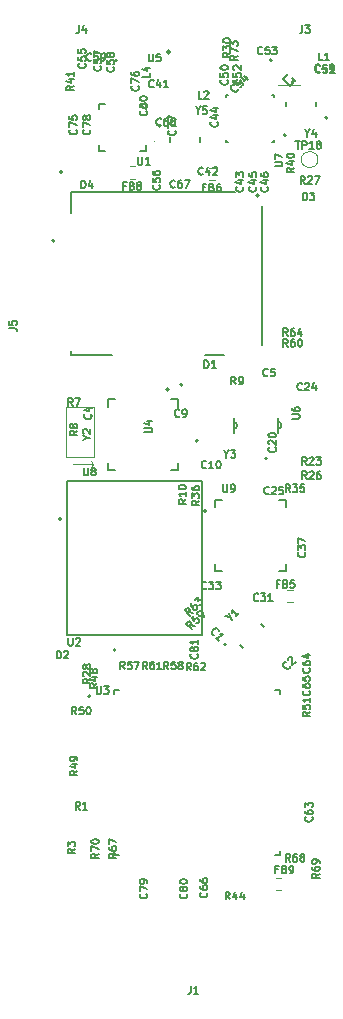
<source format=gbr>
%TF.GenerationSoftware,KiCad,Pcbnew,8.0.6*%
%TF.CreationDate,2024-11-25T22:35:05+01:00*%
%TF.ProjectId,M2SmartHome,4d32536d-6172-4744-986f-6d652e6b6963,rev?*%
%TF.SameCoordinates,Original*%
%TF.FileFunction,Legend,Top*%
%TF.FilePolarity,Positive*%
%FSLAX46Y46*%
G04 Gerber Fmt 4.6, Leading zero omitted, Abs format (unit mm)*
G04 Created by KiCad (PCBNEW 8.0.6) date 2024-11-25 22:35:05*
%MOMM*%
%LPD*%
G01*
G04 APERTURE LIST*
%ADD10C,0.100000*%
%ADD11C,0.150000*%
%ADD12C,0.127000*%
%ADD13C,0.200000*%
%ADD14C,0.120000*%
%ADD15C,0.254000*%
%ADD16C,0.152400*%
G04 APERTURE END LIST*
D10*
X83600000Y-120600000D02*
X81200000Y-120600000D01*
X81200000Y-120600000D02*
X81200000Y-124800000D01*
X101000000Y-93300000D02*
X99200000Y-93300000D01*
X83500000Y-125450000D02*
X83300000Y-125750000D01*
X81800000Y-125450000D02*
X83500000Y-125450000D01*
X83600000Y-124800000D02*
X83600000Y-120600000D01*
X83500000Y-125450000D02*
X83300000Y-125150000D01*
X81200000Y-124800000D02*
X83600000Y-124800000D01*
D11*
X76397306Y-113932602D02*
X76854449Y-113932602D01*
X76854449Y-113932602D02*
X76945877Y-113963079D01*
X76945877Y-113963079D02*
X77006830Y-114024031D01*
X77006830Y-114024031D02*
X77037306Y-114115460D01*
X77037306Y-114115460D02*
X77037306Y-114176412D01*
X76397306Y-113323079D02*
X76397306Y-113627841D01*
X76397306Y-113627841D02*
X76702068Y-113658317D01*
X76702068Y-113658317D02*
X76671591Y-113627841D01*
X76671591Y-113627841D02*
X76641115Y-113566888D01*
X76641115Y-113566888D02*
X76641115Y-113414507D01*
X76641115Y-113414507D02*
X76671591Y-113353555D01*
X76671591Y-113353555D02*
X76702068Y-113323079D01*
X76702068Y-113323079D02*
X76763020Y-113292602D01*
X76763020Y-113292602D02*
X76915401Y-113292602D01*
X76915401Y-113292602D02*
X76976353Y-113323079D01*
X76976353Y-113323079D02*
X77006830Y-113353555D01*
X77006830Y-113353555D02*
X77037306Y-113414507D01*
X77037306Y-113414507D02*
X77037306Y-113566888D01*
X77037306Y-113566888D02*
X77006830Y-113627841D01*
X77006830Y-113627841D02*
X76976353Y-113658317D01*
X101277618Y-103088276D02*
X101277618Y-102448276D01*
X101277618Y-102448276D02*
X101429999Y-102448276D01*
X101429999Y-102448276D02*
X101521428Y-102478752D01*
X101521428Y-102478752D02*
X101582380Y-102539704D01*
X101582380Y-102539704D02*
X101612857Y-102600657D01*
X101612857Y-102600657D02*
X101643333Y-102722561D01*
X101643333Y-102722561D02*
X101643333Y-102813990D01*
X101643333Y-102813990D02*
X101612857Y-102935895D01*
X101612857Y-102935895D02*
X101582380Y-102996847D01*
X101582380Y-102996847D02*
X101521428Y-103057800D01*
X101521428Y-103057800D02*
X101429999Y-103088276D01*
X101429999Y-103088276D02*
X101277618Y-103088276D01*
X101856666Y-102448276D02*
X102252857Y-102448276D01*
X102252857Y-102448276D02*
X102039523Y-102692085D01*
X102039523Y-102692085D02*
X102130952Y-102692085D01*
X102130952Y-102692085D02*
X102191904Y-102722561D01*
X102191904Y-102722561D02*
X102222380Y-102753038D01*
X102222380Y-102753038D02*
X102252857Y-102813990D01*
X102252857Y-102813990D02*
X102252857Y-102966371D01*
X102252857Y-102966371D02*
X102222380Y-103027323D01*
X102222380Y-103027323D02*
X102191904Y-103057800D01*
X102191904Y-103057800D02*
X102130952Y-103088276D01*
X102130952Y-103088276D02*
X101948095Y-103088276D01*
X101948095Y-103088276D02*
X101887142Y-103057800D01*
X101887142Y-103057800D02*
X101856666Y-103027323D01*
X102688571Y-92177323D02*
X102658095Y-92207800D01*
X102658095Y-92207800D02*
X102566666Y-92238276D01*
X102566666Y-92238276D02*
X102505714Y-92238276D01*
X102505714Y-92238276D02*
X102414285Y-92207800D01*
X102414285Y-92207800D02*
X102353333Y-92146847D01*
X102353333Y-92146847D02*
X102322856Y-92085895D01*
X102322856Y-92085895D02*
X102292380Y-91963990D01*
X102292380Y-91963990D02*
X102292380Y-91872561D01*
X102292380Y-91872561D02*
X102322856Y-91750657D01*
X102322856Y-91750657D02*
X102353333Y-91689704D01*
X102353333Y-91689704D02*
X102414285Y-91628752D01*
X102414285Y-91628752D02*
X102505714Y-91598276D01*
X102505714Y-91598276D02*
X102566666Y-91598276D01*
X102566666Y-91598276D02*
X102658095Y-91628752D01*
X102658095Y-91628752D02*
X102688571Y-91659228D01*
X103237142Y-91811609D02*
X103237142Y-92238276D01*
X103084761Y-91567800D02*
X102932380Y-92024942D01*
X102932380Y-92024942D02*
X103328571Y-92024942D01*
X103602857Y-92238276D02*
X103724761Y-92238276D01*
X103724761Y-92238276D02*
X103785714Y-92207800D01*
X103785714Y-92207800D02*
X103816190Y-92177323D01*
X103816190Y-92177323D02*
X103877142Y-92085895D01*
X103877142Y-92085895D02*
X103907619Y-91963990D01*
X103907619Y-91963990D02*
X103907619Y-91720180D01*
X103907619Y-91720180D02*
X103877142Y-91659228D01*
X103877142Y-91659228D02*
X103846666Y-91628752D01*
X103846666Y-91628752D02*
X103785714Y-91598276D01*
X103785714Y-91598276D02*
X103663809Y-91598276D01*
X103663809Y-91598276D02*
X103602857Y-91628752D01*
X103602857Y-91628752D02*
X103572380Y-91659228D01*
X103572380Y-91659228D02*
X103541904Y-91720180D01*
X103541904Y-91720180D02*
X103541904Y-91872561D01*
X103541904Y-91872561D02*
X103572380Y-91933514D01*
X103572380Y-91933514D02*
X103602857Y-91963990D01*
X103602857Y-91963990D02*
X103663809Y-91994466D01*
X103663809Y-91994466D02*
X103785714Y-91994466D01*
X103785714Y-91994466D02*
X103846666Y-91963990D01*
X103846666Y-91963990D02*
X103877142Y-91933514D01*
X103877142Y-91933514D02*
X103907619Y-91872561D01*
X98274823Y-101961428D02*
X98305300Y-101991904D01*
X98305300Y-101991904D02*
X98335776Y-102083333D01*
X98335776Y-102083333D02*
X98335776Y-102144285D01*
X98335776Y-102144285D02*
X98305300Y-102235714D01*
X98305300Y-102235714D02*
X98244347Y-102296666D01*
X98244347Y-102296666D02*
X98183395Y-102327143D01*
X98183395Y-102327143D02*
X98061490Y-102357619D01*
X98061490Y-102357619D02*
X97970061Y-102357619D01*
X97970061Y-102357619D02*
X97848157Y-102327143D01*
X97848157Y-102327143D02*
X97787204Y-102296666D01*
X97787204Y-102296666D02*
X97726252Y-102235714D01*
X97726252Y-102235714D02*
X97695776Y-102144285D01*
X97695776Y-102144285D02*
X97695776Y-102083333D01*
X97695776Y-102083333D02*
X97726252Y-101991904D01*
X97726252Y-101991904D02*
X97756728Y-101961428D01*
X97909109Y-101412857D02*
X98335776Y-101412857D01*
X97665300Y-101565238D02*
X98122442Y-101717619D01*
X98122442Y-101717619D02*
X98122442Y-101321428D01*
X97695776Y-100803333D02*
X97695776Y-100925238D01*
X97695776Y-100925238D02*
X97726252Y-100986190D01*
X97726252Y-100986190D02*
X97756728Y-101016666D01*
X97756728Y-101016666D02*
X97848157Y-101077619D01*
X97848157Y-101077619D02*
X97970061Y-101108095D01*
X97970061Y-101108095D02*
X98213871Y-101108095D01*
X98213871Y-101108095D02*
X98274823Y-101077619D01*
X98274823Y-101077619D02*
X98305300Y-101047142D01*
X98305300Y-101047142D02*
X98335776Y-100986190D01*
X98335776Y-100986190D02*
X98335776Y-100864285D01*
X98335776Y-100864285D02*
X98305300Y-100803333D01*
X98305300Y-100803333D02*
X98274823Y-100772857D01*
X98274823Y-100772857D02*
X98213871Y-100742380D01*
X98213871Y-100742380D02*
X98061490Y-100742380D01*
X98061490Y-100742380D02*
X98000538Y-100772857D01*
X98000538Y-100772857D02*
X97970061Y-100803333D01*
X97970061Y-100803333D02*
X97939585Y-100864285D01*
X97939585Y-100864285D02*
X97939585Y-100986190D01*
X97939585Y-100986190D02*
X97970061Y-101047142D01*
X97970061Y-101047142D02*
X98000538Y-101077619D01*
X98000538Y-101077619D02*
X98061490Y-101108095D01*
X82188276Y-151418928D02*
X81883514Y-151632262D01*
X82188276Y-151784643D02*
X81548276Y-151784643D01*
X81548276Y-151784643D02*
X81548276Y-151540833D01*
X81548276Y-151540833D02*
X81578752Y-151479881D01*
X81578752Y-151479881D02*
X81609228Y-151449404D01*
X81609228Y-151449404D02*
X81670180Y-151418928D01*
X81670180Y-151418928D02*
X81761609Y-151418928D01*
X81761609Y-151418928D02*
X81822561Y-151449404D01*
X81822561Y-151449404D02*
X81853038Y-151479881D01*
X81853038Y-151479881D02*
X81883514Y-151540833D01*
X81883514Y-151540833D02*
X81883514Y-151784643D01*
X81761609Y-150870357D02*
X82188276Y-150870357D01*
X81517800Y-151022738D02*
X81974942Y-151175119D01*
X81974942Y-151175119D02*
X81974942Y-150778928D01*
X82188276Y-150504642D02*
X82188276Y-150382738D01*
X82188276Y-150382738D02*
X82157800Y-150321785D01*
X82157800Y-150321785D02*
X82127323Y-150291309D01*
X82127323Y-150291309D02*
X82035895Y-150230357D01*
X82035895Y-150230357D02*
X81913990Y-150199880D01*
X81913990Y-150199880D02*
X81670180Y-150199880D01*
X81670180Y-150199880D02*
X81609228Y-150230357D01*
X81609228Y-150230357D02*
X81578752Y-150260833D01*
X81578752Y-150260833D02*
X81548276Y-150321785D01*
X81548276Y-150321785D02*
X81548276Y-150443690D01*
X81548276Y-150443690D02*
X81578752Y-150504642D01*
X81578752Y-150504642D02*
X81609228Y-150535119D01*
X81609228Y-150535119D02*
X81670180Y-150565595D01*
X81670180Y-150565595D02*
X81822561Y-150565595D01*
X81822561Y-150565595D02*
X81883514Y-150535119D01*
X81883514Y-150535119D02*
X81913990Y-150504642D01*
X81913990Y-150504642D02*
X81944466Y-150443690D01*
X81944466Y-150443690D02*
X81944466Y-150321785D01*
X81944466Y-150321785D02*
X81913990Y-150260833D01*
X81913990Y-150260833D02*
X81883514Y-150230357D01*
X81883514Y-150230357D02*
X81822561Y-150199880D01*
X91388276Y-128418928D02*
X91083514Y-128632262D01*
X91388276Y-128784643D02*
X90748276Y-128784643D01*
X90748276Y-128784643D02*
X90748276Y-128540833D01*
X90748276Y-128540833D02*
X90778752Y-128479881D01*
X90778752Y-128479881D02*
X90809228Y-128449404D01*
X90809228Y-128449404D02*
X90870180Y-128418928D01*
X90870180Y-128418928D02*
X90961609Y-128418928D01*
X90961609Y-128418928D02*
X91022561Y-128449404D01*
X91022561Y-128449404D02*
X91053038Y-128479881D01*
X91053038Y-128479881D02*
X91083514Y-128540833D01*
X91083514Y-128540833D02*
X91083514Y-128784643D01*
X91388276Y-127809404D02*
X91388276Y-128175119D01*
X91388276Y-127992262D02*
X90748276Y-127992262D01*
X90748276Y-127992262D02*
X90839704Y-128053214D01*
X90839704Y-128053214D02*
X90900657Y-128114166D01*
X90900657Y-128114166D02*
X90931133Y-128175119D01*
X90748276Y-127413214D02*
X90748276Y-127352261D01*
X90748276Y-127352261D02*
X90778752Y-127291309D01*
X90778752Y-127291309D02*
X90809228Y-127260833D01*
X90809228Y-127260833D02*
X90870180Y-127230357D01*
X90870180Y-127230357D02*
X90992085Y-127199880D01*
X90992085Y-127199880D02*
X91144466Y-127199880D01*
X91144466Y-127199880D02*
X91266371Y-127230357D01*
X91266371Y-127230357D02*
X91327323Y-127260833D01*
X91327323Y-127260833D02*
X91357800Y-127291309D01*
X91357800Y-127291309D02*
X91388276Y-127352261D01*
X91388276Y-127352261D02*
X91388276Y-127413214D01*
X91388276Y-127413214D02*
X91357800Y-127474166D01*
X91357800Y-127474166D02*
X91327323Y-127504642D01*
X91327323Y-127504642D02*
X91266371Y-127535119D01*
X91266371Y-127535119D02*
X91144466Y-127565595D01*
X91144466Y-127565595D02*
X90992085Y-127565595D01*
X90992085Y-127565595D02*
X90870180Y-127535119D01*
X90870180Y-127535119D02*
X90809228Y-127504642D01*
X90809228Y-127504642D02*
X90778752Y-127474166D01*
X90778752Y-127474166D02*
X90748276Y-127413214D01*
X102688276Y-160118928D02*
X102383514Y-160332262D01*
X102688276Y-160484643D02*
X102048276Y-160484643D01*
X102048276Y-160484643D02*
X102048276Y-160240833D01*
X102048276Y-160240833D02*
X102078752Y-160179881D01*
X102078752Y-160179881D02*
X102109228Y-160149404D01*
X102109228Y-160149404D02*
X102170180Y-160118928D01*
X102170180Y-160118928D02*
X102261609Y-160118928D01*
X102261609Y-160118928D02*
X102322561Y-160149404D01*
X102322561Y-160149404D02*
X102353038Y-160179881D01*
X102353038Y-160179881D02*
X102383514Y-160240833D01*
X102383514Y-160240833D02*
X102383514Y-160484643D01*
X102048276Y-159570357D02*
X102048276Y-159692262D01*
X102048276Y-159692262D02*
X102078752Y-159753214D01*
X102078752Y-159753214D02*
X102109228Y-159783690D01*
X102109228Y-159783690D02*
X102200657Y-159844643D01*
X102200657Y-159844643D02*
X102322561Y-159875119D01*
X102322561Y-159875119D02*
X102566371Y-159875119D01*
X102566371Y-159875119D02*
X102627323Y-159844643D01*
X102627323Y-159844643D02*
X102657800Y-159814166D01*
X102657800Y-159814166D02*
X102688276Y-159753214D01*
X102688276Y-159753214D02*
X102688276Y-159631309D01*
X102688276Y-159631309D02*
X102657800Y-159570357D01*
X102657800Y-159570357D02*
X102627323Y-159539881D01*
X102627323Y-159539881D02*
X102566371Y-159509404D01*
X102566371Y-159509404D02*
X102413990Y-159509404D01*
X102413990Y-159509404D02*
X102353038Y-159539881D01*
X102353038Y-159539881D02*
X102322561Y-159570357D01*
X102322561Y-159570357D02*
X102292085Y-159631309D01*
X102292085Y-159631309D02*
X102292085Y-159753214D01*
X102292085Y-159753214D02*
X102322561Y-159814166D01*
X102322561Y-159814166D02*
X102353038Y-159844643D01*
X102353038Y-159844643D02*
X102413990Y-159875119D01*
X102688276Y-159204642D02*
X102688276Y-159082738D01*
X102688276Y-159082738D02*
X102657800Y-159021785D01*
X102657800Y-159021785D02*
X102627323Y-158991309D01*
X102627323Y-158991309D02*
X102535895Y-158930357D01*
X102535895Y-158930357D02*
X102413990Y-158899880D01*
X102413990Y-158899880D02*
X102170180Y-158899880D01*
X102170180Y-158899880D02*
X102109228Y-158930357D01*
X102109228Y-158930357D02*
X102078752Y-158960833D01*
X102078752Y-158960833D02*
X102048276Y-159021785D01*
X102048276Y-159021785D02*
X102048276Y-159143690D01*
X102048276Y-159143690D02*
X102078752Y-159204642D01*
X102078752Y-159204642D02*
X102109228Y-159235119D01*
X102109228Y-159235119D02*
X102170180Y-159265595D01*
X102170180Y-159265595D02*
X102322561Y-159265595D01*
X102322561Y-159265595D02*
X102383514Y-159235119D01*
X102383514Y-159235119D02*
X102413990Y-159204642D01*
X102413990Y-159204642D02*
X102444466Y-159143690D01*
X102444466Y-159143690D02*
X102444466Y-159021785D01*
X102444466Y-159021785D02*
X102413990Y-158960833D01*
X102413990Y-158960833D02*
X102383514Y-158930357D01*
X102383514Y-158930357D02*
X102322561Y-158899880D01*
X101236667Y-88298276D02*
X101236667Y-88755419D01*
X101236667Y-88755419D02*
X101206190Y-88846847D01*
X101206190Y-88846847D02*
X101145238Y-88907800D01*
X101145238Y-88907800D02*
X101053809Y-88938276D01*
X101053809Y-88938276D02*
X100992857Y-88938276D01*
X101480476Y-88298276D02*
X101876667Y-88298276D01*
X101876667Y-88298276D02*
X101663333Y-88542085D01*
X101663333Y-88542085D02*
X101754762Y-88542085D01*
X101754762Y-88542085D02*
X101815714Y-88572561D01*
X101815714Y-88572561D02*
X101846190Y-88603038D01*
X101846190Y-88603038D02*
X101876667Y-88663990D01*
X101876667Y-88663990D02*
X101876667Y-88816371D01*
X101876667Y-88816371D02*
X101846190Y-88877323D01*
X101846190Y-88877323D02*
X101815714Y-88907800D01*
X101815714Y-88907800D02*
X101754762Y-88938276D01*
X101754762Y-88938276D02*
X101571905Y-88938276D01*
X101571905Y-88938276D02*
X101510952Y-88907800D01*
X101510952Y-88907800D02*
X101480476Y-88877323D01*
X98895776Y-100230119D02*
X99413871Y-100230119D01*
X99413871Y-100230119D02*
X99474823Y-100199642D01*
X99474823Y-100199642D02*
X99505300Y-100169166D01*
X99505300Y-100169166D02*
X99535776Y-100108214D01*
X99535776Y-100108214D02*
X99535776Y-99986309D01*
X99535776Y-99986309D02*
X99505300Y-99925357D01*
X99505300Y-99925357D02*
X99474823Y-99894880D01*
X99474823Y-99894880D02*
X99413871Y-99864404D01*
X99413871Y-99864404D02*
X98895776Y-99864404D01*
X98895776Y-99620595D02*
X98895776Y-99193928D01*
X98895776Y-99193928D02*
X99535776Y-99468214D01*
X101427323Y-132918928D02*
X101457800Y-132949404D01*
X101457800Y-132949404D02*
X101488276Y-133040833D01*
X101488276Y-133040833D02*
X101488276Y-133101785D01*
X101488276Y-133101785D02*
X101457800Y-133193214D01*
X101457800Y-133193214D02*
X101396847Y-133254166D01*
X101396847Y-133254166D02*
X101335895Y-133284643D01*
X101335895Y-133284643D02*
X101213990Y-133315119D01*
X101213990Y-133315119D02*
X101122561Y-133315119D01*
X101122561Y-133315119D02*
X101000657Y-133284643D01*
X101000657Y-133284643D02*
X100939704Y-133254166D01*
X100939704Y-133254166D02*
X100878752Y-133193214D01*
X100878752Y-133193214D02*
X100848276Y-133101785D01*
X100848276Y-133101785D02*
X100848276Y-133040833D01*
X100848276Y-133040833D02*
X100878752Y-132949404D01*
X100878752Y-132949404D02*
X100909228Y-132918928D01*
X100848276Y-132705595D02*
X100848276Y-132309404D01*
X100848276Y-132309404D02*
X101092085Y-132522738D01*
X101092085Y-132522738D02*
X101092085Y-132431309D01*
X101092085Y-132431309D02*
X101122561Y-132370357D01*
X101122561Y-132370357D02*
X101153038Y-132339881D01*
X101153038Y-132339881D02*
X101213990Y-132309404D01*
X101213990Y-132309404D02*
X101366371Y-132309404D01*
X101366371Y-132309404D02*
X101427323Y-132339881D01*
X101427323Y-132339881D02*
X101457800Y-132370357D01*
X101457800Y-132370357D02*
X101488276Y-132431309D01*
X101488276Y-132431309D02*
X101488276Y-132614166D01*
X101488276Y-132614166D02*
X101457800Y-132675119D01*
X101457800Y-132675119D02*
X101427323Y-132705595D01*
X100848276Y-132096071D02*
X100848276Y-131669404D01*
X100848276Y-131669404D02*
X101488276Y-131943690D01*
X84127323Y-91718928D02*
X84157800Y-91749404D01*
X84157800Y-91749404D02*
X84188276Y-91840833D01*
X84188276Y-91840833D02*
X84188276Y-91901785D01*
X84188276Y-91901785D02*
X84157800Y-91993214D01*
X84157800Y-91993214D02*
X84096847Y-92054166D01*
X84096847Y-92054166D02*
X84035895Y-92084643D01*
X84035895Y-92084643D02*
X83913990Y-92115119D01*
X83913990Y-92115119D02*
X83822561Y-92115119D01*
X83822561Y-92115119D02*
X83700657Y-92084643D01*
X83700657Y-92084643D02*
X83639704Y-92054166D01*
X83639704Y-92054166D02*
X83578752Y-91993214D01*
X83578752Y-91993214D02*
X83548276Y-91901785D01*
X83548276Y-91901785D02*
X83548276Y-91840833D01*
X83548276Y-91840833D02*
X83578752Y-91749404D01*
X83578752Y-91749404D02*
X83609228Y-91718928D01*
X83548276Y-91139881D02*
X83548276Y-91444643D01*
X83548276Y-91444643D02*
X83853038Y-91475119D01*
X83853038Y-91475119D02*
X83822561Y-91444643D01*
X83822561Y-91444643D02*
X83792085Y-91383690D01*
X83792085Y-91383690D02*
X83792085Y-91231309D01*
X83792085Y-91231309D02*
X83822561Y-91170357D01*
X83822561Y-91170357D02*
X83853038Y-91139881D01*
X83853038Y-91139881D02*
X83913990Y-91109404D01*
X83913990Y-91109404D02*
X84066371Y-91109404D01*
X84066371Y-91109404D02*
X84127323Y-91139881D01*
X84127323Y-91139881D02*
X84157800Y-91170357D01*
X84157800Y-91170357D02*
X84188276Y-91231309D01*
X84188276Y-91231309D02*
X84188276Y-91383690D01*
X84188276Y-91383690D02*
X84157800Y-91444643D01*
X84157800Y-91444643D02*
X84127323Y-91475119D01*
X83548276Y-90896071D02*
X83548276Y-90469404D01*
X83548276Y-90469404D02*
X84188276Y-90743690D01*
X91786667Y-169648276D02*
X91786667Y-170105419D01*
X91786667Y-170105419D02*
X91756190Y-170196847D01*
X91756190Y-170196847D02*
X91695238Y-170257800D01*
X91695238Y-170257800D02*
X91603809Y-170288276D01*
X91603809Y-170288276D02*
X91542857Y-170288276D01*
X92426667Y-170288276D02*
X92060952Y-170288276D01*
X92243809Y-170288276D02*
X92243809Y-169648276D01*
X92243809Y-169648276D02*
X92182857Y-169739704D01*
X92182857Y-169739704D02*
X92121905Y-169800657D01*
X92121905Y-169800657D02*
X92060952Y-169831133D01*
X81888276Y-93418928D02*
X81583514Y-93632262D01*
X81888276Y-93784643D02*
X81248276Y-93784643D01*
X81248276Y-93784643D02*
X81248276Y-93540833D01*
X81248276Y-93540833D02*
X81278752Y-93479881D01*
X81278752Y-93479881D02*
X81309228Y-93449404D01*
X81309228Y-93449404D02*
X81370180Y-93418928D01*
X81370180Y-93418928D02*
X81461609Y-93418928D01*
X81461609Y-93418928D02*
X81522561Y-93449404D01*
X81522561Y-93449404D02*
X81553038Y-93479881D01*
X81553038Y-93479881D02*
X81583514Y-93540833D01*
X81583514Y-93540833D02*
X81583514Y-93784643D01*
X81461609Y-92870357D02*
X81888276Y-92870357D01*
X81217800Y-93022738D02*
X81674942Y-93175119D01*
X81674942Y-93175119D02*
X81674942Y-92778928D01*
X81888276Y-92199880D02*
X81888276Y-92565595D01*
X81888276Y-92382738D02*
X81248276Y-92382738D01*
X81248276Y-92382738D02*
X81339704Y-92443690D01*
X81339704Y-92443690D02*
X81400657Y-92504642D01*
X81400657Y-92504642D02*
X81431133Y-92565595D01*
X97488571Y-136962323D02*
X97458095Y-136992800D01*
X97458095Y-136992800D02*
X97366666Y-137023276D01*
X97366666Y-137023276D02*
X97305714Y-137023276D01*
X97305714Y-137023276D02*
X97214285Y-136992800D01*
X97214285Y-136992800D02*
X97153333Y-136931847D01*
X97153333Y-136931847D02*
X97122856Y-136870895D01*
X97122856Y-136870895D02*
X97092380Y-136748990D01*
X97092380Y-136748990D02*
X97092380Y-136657561D01*
X97092380Y-136657561D02*
X97122856Y-136535657D01*
X97122856Y-136535657D02*
X97153333Y-136474704D01*
X97153333Y-136474704D02*
X97214285Y-136413752D01*
X97214285Y-136413752D02*
X97305714Y-136383276D01*
X97305714Y-136383276D02*
X97366666Y-136383276D01*
X97366666Y-136383276D02*
X97458095Y-136413752D01*
X97458095Y-136413752D02*
X97488571Y-136444228D01*
X97701904Y-136383276D02*
X98098095Y-136383276D01*
X98098095Y-136383276D02*
X97884761Y-136627085D01*
X97884761Y-136627085D02*
X97976190Y-136627085D01*
X97976190Y-136627085D02*
X98037142Y-136657561D01*
X98037142Y-136657561D02*
X98067618Y-136688038D01*
X98067618Y-136688038D02*
X98098095Y-136748990D01*
X98098095Y-136748990D02*
X98098095Y-136901371D01*
X98098095Y-136901371D02*
X98067618Y-136962323D01*
X98067618Y-136962323D02*
X98037142Y-136992800D01*
X98037142Y-136992800D02*
X97976190Y-137023276D01*
X97976190Y-137023276D02*
X97793333Y-137023276D01*
X97793333Y-137023276D02*
X97732380Y-136992800D01*
X97732380Y-136992800D02*
X97701904Y-136962323D01*
X98707619Y-137023276D02*
X98341904Y-137023276D01*
X98524761Y-137023276D02*
X98524761Y-136383276D01*
X98524761Y-136383276D02*
X98463809Y-136474704D01*
X98463809Y-136474704D02*
X98402857Y-136535657D01*
X98402857Y-136535657D02*
X98341904Y-136566133D01*
X98388571Y-127927323D02*
X98358095Y-127957800D01*
X98358095Y-127957800D02*
X98266666Y-127988276D01*
X98266666Y-127988276D02*
X98205714Y-127988276D01*
X98205714Y-127988276D02*
X98114285Y-127957800D01*
X98114285Y-127957800D02*
X98053333Y-127896847D01*
X98053333Y-127896847D02*
X98022856Y-127835895D01*
X98022856Y-127835895D02*
X97992380Y-127713990D01*
X97992380Y-127713990D02*
X97992380Y-127622561D01*
X97992380Y-127622561D02*
X98022856Y-127500657D01*
X98022856Y-127500657D02*
X98053333Y-127439704D01*
X98053333Y-127439704D02*
X98114285Y-127378752D01*
X98114285Y-127378752D02*
X98205714Y-127348276D01*
X98205714Y-127348276D02*
X98266666Y-127348276D01*
X98266666Y-127348276D02*
X98358095Y-127378752D01*
X98358095Y-127378752D02*
X98388571Y-127409228D01*
X98632380Y-127409228D02*
X98662856Y-127378752D01*
X98662856Y-127378752D02*
X98723809Y-127348276D01*
X98723809Y-127348276D02*
X98876190Y-127348276D01*
X98876190Y-127348276D02*
X98937142Y-127378752D01*
X98937142Y-127378752D02*
X98967618Y-127409228D01*
X98967618Y-127409228D02*
X98998095Y-127470180D01*
X98998095Y-127470180D02*
X98998095Y-127531133D01*
X98998095Y-127531133D02*
X98967618Y-127622561D01*
X98967618Y-127622561D02*
X98601904Y-127988276D01*
X98601904Y-127988276D02*
X98998095Y-127988276D01*
X99577142Y-127348276D02*
X99272380Y-127348276D01*
X99272380Y-127348276D02*
X99241904Y-127653038D01*
X99241904Y-127653038D02*
X99272380Y-127622561D01*
X99272380Y-127622561D02*
X99333333Y-127592085D01*
X99333333Y-127592085D02*
X99485714Y-127592085D01*
X99485714Y-127592085D02*
X99546666Y-127622561D01*
X99546666Y-127622561D02*
X99577142Y-127653038D01*
X99577142Y-127653038D02*
X99607619Y-127713990D01*
X99607619Y-127713990D02*
X99607619Y-127866371D01*
X99607619Y-127866371D02*
X99577142Y-127927323D01*
X99577142Y-127927323D02*
X99546666Y-127957800D01*
X99546666Y-127957800D02*
X99485714Y-127988276D01*
X99485714Y-127988276D02*
X99333333Y-127988276D01*
X99333333Y-127988276D02*
X99272380Y-127957800D01*
X99272380Y-127957800D02*
X99241904Y-127927323D01*
X100635119Y-98098276D02*
X101000833Y-98098276D01*
X100817976Y-98738276D02*
X100817976Y-98098276D01*
X101214166Y-98738276D02*
X101214166Y-98098276D01*
X101214166Y-98098276D02*
X101457976Y-98098276D01*
X101457976Y-98098276D02*
X101518928Y-98128752D01*
X101518928Y-98128752D02*
X101549405Y-98159228D01*
X101549405Y-98159228D02*
X101579881Y-98220180D01*
X101579881Y-98220180D02*
X101579881Y-98311609D01*
X101579881Y-98311609D02*
X101549405Y-98372561D01*
X101549405Y-98372561D02*
X101518928Y-98403038D01*
X101518928Y-98403038D02*
X101457976Y-98433514D01*
X101457976Y-98433514D02*
X101214166Y-98433514D01*
X102189405Y-98738276D02*
X101823690Y-98738276D01*
X102006547Y-98738276D02*
X102006547Y-98098276D01*
X102006547Y-98098276D02*
X101945595Y-98189704D01*
X101945595Y-98189704D02*
X101884643Y-98250657D01*
X101884643Y-98250657D02*
X101823690Y-98281133D01*
X102555119Y-98372561D02*
X102494167Y-98342085D01*
X102494167Y-98342085D02*
X102463690Y-98311609D01*
X102463690Y-98311609D02*
X102433214Y-98250657D01*
X102433214Y-98250657D02*
X102433214Y-98220180D01*
X102433214Y-98220180D02*
X102463690Y-98159228D01*
X102463690Y-98159228D02*
X102494167Y-98128752D01*
X102494167Y-98128752D02*
X102555119Y-98098276D01*
X102555119Y-98098276D02*
X102677024Y-98098276D01*
X102677024Y-98098276D02*
X102737976Y-98128752D01*
X102737976Y-98128752D02*
X102768452Y-98159228D01*
X102768452Y-98159228D02*
X102798929Y-98220180D01*
X102798929Y-98220180D02*
X102798929Y-98250657D01*
X102798929Y-98250657D02*
X102768452Y-98311609D01*
X102768452Y-98311609D02*
X102737976Y-98342085D01*
X102737976Y-98342085D02*
X102677024Y-98372561D01*
X102677024Y-98372561D02*
X102555119Y-98372561D01*
X102555119Y-98372561D02*
X102494167Y-98403038D01*
X102494167Y-98403038D02*
X102463690Y-98433514D01*
X102463690Y-98433514D02*
X102433214Y-98494466D01*
X102433214Y-98494466D02*
X102433214Y-98616371D01*
X102433214Y-98616371D02*
X102463690Y-98677323D01*
X102463690Y-98677323D02*
X102494167Y-98707800D01*
X102494167Y-98707800D02*
X102555119Y-98738276D01*
X102555119Y-98738276D02*
X102677024Y-98738276D01*
X102677024Y-98738276D02*
X102737976Y-98707800D01*
X102737976Y-98707800D02*
X102768452Y-98677323D01*
X102768452Y-98677323D02*
X102798929Y-98616371D01*
X102798929Y-98616371D02*
X102798929Y-98494466D01*
X102798929Y-98494466D02*
X102768452Y-98433514D01*
X102768452Y-98433514D02*
X102737976Y-98403038D01*
X102737976Y-98403038D02*
X102677024Y-98372561D01*
X99266667Y-135560538D02*
X99053333Y-135560538D01*
X99053333Y-135895776D02*
X99053333Y-135255776D01*
X99053333Y-135255776D02*
X99358095Y-135255776D01*
X99815238Y-135560538D02*
X99906666Y-135591014D01*
X99906666Y-135591014D02*
X99937143Y-135621490D01*
X99937143Y-135621490D02*
X99967619Y-135682442D01*
X99967619Y-135682442D02*
X99967619Y-135773871D01*
X99967619Y-135773871D02*
X99937143Y-135834823D01*
X99937143Y-135834823D02*
X99906666Y-135865300D01*
X99906666Y-135865300D02*
X99845714Y-135895776D01*
X99845714Y-135895776D02*
X99601904Y-135895776D01*
X99601904Y-135895776D02*
X99601904Y-135255776D01*
X99601904Y-135255776D02*
X99815238Y-135255776D01*
X99815238Y-135255776D02*
X99876190Y-135286252D01*
X99876190Y-135286252D02*
X99906666Y-135316728D01*
X99906666Y-135316728D02*
X99937143Y-135377680D01*
X99937143Y-135377680D02*
X99937143Y-135438633D01*
X99937143Y-135438633D02*
X99906666Y-135499585D01*
X99906666Y-135499585D02*
X99876190Y-135530061D01*
X99876190Y-135530061D02*
X99815238Y-135560538D01*
X99815238Y-135560538D02*
X99601904Y-135560538D01*
X100546666Y-135255776D02*
X100241904Y-135255776D01*
X100241904Y-135255776D02*
X100211428Y-135560538D01*
X100211428Y-135560538D02*
X100241904Y-135530061D01*
X100241904Y-135530061D02*
X100302857Y-135499585D01*
X100302857Y-135499585D02*
X100455238Y-135499585D01*
X100455238Y-135499585D02*
X100516190Y-135530061D01*
X100516190Y-135530061D02*
X100546666Y-135560538D01*
X100546666Y-135560538D02*
X100577143Y-135621490D01*
X100577143Y-135621490D02*
X100577143Y-135773871D01*
X100577143Y-135773871D02*
X100546666Y-135834823D01*
X100546666Y-135834823D02*
X100516190Y-135865300D01*
X100516190Y-135865300D02*
X100455238Y-135895776D01*
X100455238Y-135895776D02*
X100302857Y-135895776D01*
X100302857Y-135895776D02*
X100241904Y-135865300D01*
X100241904Y-135865300D02*
X100211428Y-135834823D01*
X90433723Y-97193428D02*
X90464200Y-97223904D01*
X90464200Y-97223904D02*
X90494676Y-97315333D01*
X90494676Y-97315333D02*
X90494676Y-97376285D01*
X90494676Y-97376285D02*
X90464200Y-97467714D01*
X90464200Y-97467714D02*
X90403247Y-97528666D01*
X90403247Y-97528666D02*
X90342295Y-97559143D01*
X90342295Y-97559143D02*
X90220390Y-97589619D01*
X90220390Y-97589619D02*
X90128961Y-97589619D01*
X90128961Y-97589619D02*
X90007057Y-97559143D01*
X90007057Y-97559143D02*
X89946104Y-97528666D01*
X89946104Y-97528666D02*
X89885152Y-97467714D01*
X89885152Y-97467714D02*
X89854676Y-97376285D01*
X89854676Y-97376285D02*
X89854676Y-97315333D01*
X89854676Y-97315333D02*
X89885152Y-97223904D01*
X89885152Y-97223904D02*
X89915628Y-97193428D01*
X89854676Y-96980095D02*
X89854676Y-96553428D01*
X89854676Y-96553428D02*
X90494676Y-96827714D01*
X89854676Y-96370571D02*
X89854676Y-95943904D01*
X89854676Y-95943904D02*
X90494676Y-96218190D01*
X93016667Y-102003038D02*
X92803333Y-102003038D01*
X92803333Y-102338276D02*
X92803333Y-101698276D01*
X92803333Y-101698276D02*
X93108095Y-101698276D01*
X93565238Y-102003038D02*
X93656666Y-102033514D01*
X93656666Y-102033514D02*
X93687143Y-102063990D01*
X93687143Y-102063990D02*
X93717619Y-102124942D01*
X93717619Y-102124942D02*
X93717619Y-102216371D01*
X93717619Y-102216371D02*
X93687143Y-102277323D01*
X93687143Y-102277323D02*
X93656666Y-102307800D01*
X93656666Y-102307800D02*
X93595714Y-102338276D01*
X93595714Y-102338276D02*
X93351904Y-102338276D01*
X93351904Y-102338276D02*
X93351904Y-101698276D01*
X93351904Y-101698276D02*
X93565238Y-101698276D01*
X93565238Y-101698276D02*
X93626190Y-101728752D01*
X93626190Y-101728752D02*
X93656666Y-101759228D01*
X93656666Y-101759228D02*
X93687143Y-101820180D01*
X93687143Y-101820180D02*
X93687143Y-101881133D01*
X93687143Y-101881133D02*
X93656666Y-101942085D01*
X93656666Y-101942085D02*
X93626190Y-101972561D01*
X93626190Y-101972561D02*
X93565238Y-102003038D01*
X93565238Y-102003038D02*
X93351904Y-102003038D01*
X94266190Y-101698276D02*
X94144285Y-101698276D01*
X94144285Y-101698276D02*
X94083333Y-101728752D01*
X94083333Y-101728752D02*
X94052857Y-101759228D01*
X94052857Y-101759228D02*
X93991904Y-101850657D01*
X93991904Y-101850657D02*
X93961428Y-101972561D01*
X93961428Y-101972561D02*
X93961428Y-102216371D01*
X93961428Y-102216371D02*
X93991904Y-102277323D01*
X93991904Y-102277323D02*
X94022381Y-102307800D01*
X94022381Y-102307800D02*
X94083333Y-102338276D01*
X94083333Y-102338276D02*
X94205238Y-102338276D01*
X94205238Y-102338276D02*
X94266190Y-102307800D01*
X94266190Y-102307800D02*
X94296666Y-102277323D01*
X94296666Y-102277323D02*
X94327143Y-102216371D01*
X94327143Y-102216371D02*
X94327143Y-102063990D01*
X94327143Y-102063990D02*
X94296666Y-102003038D01*
X94296666Y-102003038D02*
X94266190Y-101972561D01*
X94266190Y-101972561D02*
X94205238Y-101942085D01*
X94205238Y-101942085D02*
X94083333Y-101942085D01*
X94083333Y-101942085D02*
X94022381Y-101972561D01*
X94022381Y-101972561D02*
X93991904Y-102003038D01*
X93991904Y-102003038D02*
X93961428Y-102063990D01*
X83227323Y-97118928D02*
X83257800Y-97149404D01*
X83257800Y-97149404D02*
X83288276Y-97240833D01*
X83288276Y-97240833D02*
X83288276Y-97301785D01*
X83288276Y-97301785D02*
X83257800Y-97393214D01*
X83257800Y-97393214D02*
X83196847Y-97454166D01*
X83196847Y-97454166D02*
X83135895Y-97484643D01*
X83135895Y-97484643D02*
X83013990Y-97515119D01*
X83013990Y-97515119D02*
X82922561Y-97515119D01*
X82922561Y-97515119D02*
X82800657Y-97484643D01*
X82800657Y-97484643D02*
X82739704Y-97454166D01*
X82739704Y-97454166D02*
X82678752Y-97393214D01*
X82678752Y-97393214D02*
X82648276Y-97301785D01*
X82648276Y-97301785D02*
X82648276Y-97240833D01*
X82648276Y-97240833D02*
X82678752Y-97149404D01*
X82678752Y-97149404D02*
X82709228Y-97118928D01*
X82648276Y-96905595D02*
X82648276Y-96478928D01*
X82648276Y-96478928D02*
X83288276Y-96753214D01*
X82922561Y-96143690D02*
X82892085Y-96204642D01*
X82892085Y-96204642D02*
X82861609Y-96235119D01*
X82861609Y-96235119D02*
X82800657Y-96265595D01*
X82800657Y-96265595D02*
X82770180Y-96265595D01*
X82770180Y-96265595D02*
X82709228Y-96235119D01*
X82709228Y-96235119D02*
X82678752Y-96204642D01*
X82678752Y-96204642D02*
X82648276Y-96143690D01*
X82648276Y-96143690D02*
X82648276Y-96021785D01*
X82648276Y-96021785D02*
X82678752Y-95960833D01*
X82678752Y-95960833D02*
X82709228Y-95930357D01*
X82709228Y-95930357D02*
X82770180Y-95899880D01*
X82770180Y-95899880D02*
X82800657Y-95899880D01*
X82800657Y-95899880D02*
X82861609Y-95930357D01*
X82861609Y-95930357D02*
X82892085Y-95960833D01*
X82892085Y-95960833D02*
X82922561Y-96021785D01*
X82922561Y-96021785D02*
X82922561Y-96143690D01*
X82922561Y-96143690D02*
X82953038Y-96204642D01*
X82953038Y-96204642D02*
X82983514Y-96235119D01*
X82983514Y-96235119D02*
X83044466Y-96265595D01*
X83044466Y-96265595D02*
X83166371Y-96265595D01*
X83166371Y-96265595D02*
X83227323Y-96235119D01*
X83227323Y-96235119D02*
X83257800Y-96204642D01*
X83257800Y-96204642D02*
X83288276Y-96143690D01*
X83288276Y-96143690D02*
X83288276Y-96021785D01*
X83288276Y-96021785D02*
X83257800Y-95960833D01*
X83257800Y-95960833D02*
X83227323Y-95930357D01*
X83227323Y-95930357D02*
X83166371Y-95899880D01*
X83166371Y-95899880D02*
X83044466Y-95899880D01*
X83044466Y-95899880D02*
X82983514Y-95930357D01*
X82983514Y-95930357D02*
X82953038Y-95960833D01*
X82953038Y-95960833D02*
X82922561Y-96021785D01*
X86266667Y-101860538D02*
X86053333Y-101860538D01*
X86053333Y-102195776D02*
X86053333Y-101555776D01*
X86053333Y-101555776D02*
X86358095Y-101555776D01*
X86815238Y-101860538D02*
X86906666Y-101891014D01*
X86906666Y-101891014D02*
X86937143Y-101921490D01*
X86937143Y-101921490D02*
X86967619Y-101982442D01*
X86967619Y-101982442D02*
X86967619Y-102073871D01*
X86967619Y-102073871D02*
X86937143Y-102134823D01*
X86937143Y-102134823D02*
X86906666Y-102165300D01*
X86906666Y-102165300D02*
X86845714Y-102195776D01*
X86845714Y-102195776D02*
X86601904Y-102195776D01*
X86601904Y-102195776D02*
X86601904Y-101555776D01*
X86601904Y-101555776D02*
X86815238Y-101555776D01*
X86815238Y-101555776D02*
X86876190Y-101586252D01*
X86876190Y-101586252D02*
X86906666Y-101616728D01*
X86906666Y-101616728D02*
X86937143Y-101677680D01*
X86937143Y-101677680D02*
X86937143Y-101738633D01*
X86937143Y-101738633D02*
X86906666Y-101799585D01*
X86906666Y-101799585D02*
X86876190Y-101830061D01*
X86876190Y-101830061D02*
X86815238Y-101860538D01*
X86815238Y-101860538D02*
X86601904Y-101860538D01*
X87333333Y-101830061D02*
X87272381Y-101799585D01*
X87272381Y-101799585D02*
X87241904Y-101769109D01*
X87241904Y-101769109D02*
X87211428Y-101708157D01*
X87211428Y-101708157D02*
X87211428Y-101677680D01*
X87211428Y-101677680D02*
X87241904Y-101616728D01*
X87241904Y-101616728D02*
X87272381Y-101586252D01*
X87272381Y-101586252D02*
X87333333Y-101555776D01*
X87333333Y-101555776D02*
X87455238Y-101555776D01*
X87455238Y-101555776D02*
X87516190Y-101586252D01*
X87516190Y-101586252D02*
X87546666Y-101616728D01*
X87546666Y-101616728D02*
X87577143Y-101677680D01*
X87577143Y-101677680D02*
X87577143Y-101708157D01*
X87577143Y-101708157D02*
X87546666Y-101769109D01*
X87546666Y-101769109D02*
X87516190Y-101799585D01*
X87516190Y-101799585D02*
X87455238Y-101830061D01*
X87455238Y-101830061D02*
X87333333Y-101830061D01*
X87333333Y-101830061D02*
X87272381Y-101860538D01*
X87272381Y-101860538D02*
X87241904Y-101891014D01*
X87241904Y-101891014D02*
X87211428Y-101951966D01*
X87211428Y-101951966D02*
X87211428Y-102073871D01*
X87211428Y-102073871D02*
X87241904Y-102134823D01*
X87241904Y-102134823D02*
X87272381Y-102165300D01*
X87272381Y-102165300D02*
X87333333Y-102195776D01*
X87333333Y-102195776D02*
X87455238Y-102195776D01*
X87455238Y-102195776D02*
X87516190Y-102165300D01*
X87516190Y-102165300D02*
X87546666Y-102134823D01*
X87546666Y-102134823D02*
X87577143Y-102073871D01*
X87577143Y-102073871D02*
X87577143Y-101951966D01*
X87577143Y-101951966D02*
X87546666Y-101891014D01*
X87546666Y-101891014D02*
X87516190Y-101860538D01*
X87516190Y-101860538D02*
X87455238Y-101830061D01*
X92804071Y-100883723D02*
X92773595Y-100914200D01*
X92773595Y-100914200D02*
X92682166Y-100944676D01*
X92682166Y-100944676D02*
X92621214Y-100944676D01*
X92621214Y-100944676D02*
X92529785Y-100914200D01*
X92529785Y-100914200D02*
X92468833Y-100853247D01*
X92468833Y-100853247D02*
X92438356Y-100792295D01*
X92438356Y-100792295D02*
X92407880Y-100670390D01*
X92407880Y-100670390D02*
X92407880Y-100578961D01*
X92407880Y-100578961D02*
X92438356Y-100457057D01*
X92438356Y-100457057D02*
X92468833Y-100396104D01*
X92468833Y-100396104D02*
X92529785Y-100335152D01*
X92529785Y-100335152D02*
X92621214Y-100304676D01*
X92621214Y-100304676D02*
X92682166Y-100304676D01*
X92682166Y-100304676D02*
X92773595Y-100335152D01*
X92773595Y-100335152D02*
X92804071Y-100365628D01*
X93352642Y-100518009D02*
X93352642Y-100944676D01*
X93200261Y-100274200D02*
X93047880Y-100731342D01*
X93047880Y-100731342D02*
X93444071Y-100731342D01*
X93657404Y-100365628D02*
X93687880Y-100335152D01*
X93687880Y-100335152D02*
X93748833Y-100304676D01*
X93748833Y-100304676D02*
X93901214Y-100304676D01*
X93901214Y-100304676D02*
X93962166Y-100335152D01*
X93962166Y-100335152D02*
X93992642Y-100365628D01*
X93992642Y-100365628D02*
X94023119Y-100426580D01*
X94023119Y-100426580D02*
X94023119Y-100487533D01*
X94023119Y-100487533D02*
X93992642Y-100578961D01*
X93992642Y-100578961D02*
X93626928Y-100944676D01*
X93626928Y-100944676D02*
X94023119Y-100944676D01*
X100535776Y-100361428D02*
X100231014Y-100574762D01*
X100535776Y-100727143D02*
X99895776Y-100727143D01*
X99895776Y-100727143D02*
X99895776Y-100483333D01*
X99895776Y-100483333D02*
X99926252Y-100422381D01*
X99926252Y-100422381D02*
X99956728Y-100391904D01*
X99956728Y-100391904D02*
X100017680Y-100361428D01*
X100017680Y-100361428D02*
X100109109Y-100361428D01*
X100109109Y-100361428D02*
X100170061Y-100391904D01*
X100170061Y-100391904D02*
X100200538Y-100422381D01*
X100200538Y-100422381D02*
X100231014Y-100483333D01*
X100231014Y-100483333D02*
X100231014Y-100727143D01*
X100109109Y-99812857D02*
X100535776Y-99812857D01*
X99865300Y-99965238D02*
X100322442Y-100117619D01*
X100322442Y-100117619D02*
X100322442Y-99721428D01*
X99895776Y-99355714D02*
X99895776Y-99294761D01*
X99895776Y-99294761D02*
X99926252Y-99233809D01*
X99926252Y-99233809D02*
X99956728Y-99203333D01*
X99956728Y-99203333D02*
X100017680Y-99172857D01*
X100017680Y-99172857D02*
X100139585Y-99142380D01*
X100139585Y-99142380D02*
X100291966Y-99142380D01*
X100291966Y-99142380D02*
X100413871Y-99172857D01*
X100413871Y-99172857D02*
X100474823Y-99203333D01*
X100474823Y-99203333D02*
X100505300Y-99233809D01*
X100505300Y-99233809D02*
X100535776Y-99294761D01*
X100535776Y-99294761D02*
X100535776Y-99355714D01*
X100535776Y-99355714D02*
X100505300Y-99416666D01*
X100505300Y-99416666D02*
X100474823Y-99447142D01*
X100474823Y-99447142D02*
X100413871Y-99477619D01*
X100413871Y-99477619D02*
X100291966Y-99508095D01*
X100291966Y-99508095D02*
X100139585Y-99508095D01*
X100139585Y-99508095D02*
X100017680Y-99477619D01*
X100017680Y-99477619D02*
X99956728Y-99447142D01*
X99956728Y-99447142D02*
X99926252Y-99416666D01*
X99926252Y-99416666D02*
X99895776Y-99355714D01*
X89256571Y-96733723D02*
X89226095Y-96764200D01*
X89226095Y-96764200D02*
X89134666Y-96794676D01*
X89134666Y-96794676D02*
X89073714Y-96794676D01*
X89073714Y-96794676D02*
X88982285Y-96764200D01*
X88982285Y-96764200D02*
X88921333Y-96703247D01*
X88921333Y-96703247D02*
X88890856Y-96642295D01*
X88890856Y-96642295D02*
X88860380Y-96520390D01*
X88860380Y-96520390D02*
X88860380Y-96428961D01*
X88860380Y-96428961D02*
X88890856Y-96307057D01*
X88890856Y-96307057D02*
X88921333Y-96246104D01*
X88921333Y-96246104D02*
X88982285Y-96185152D01*
X88982285Y-96185152D02*
X89073714Y-96154676D01*
X89073714Y-96154676D02*
X89134666Y-96154676D01*
X89134666Y-96154676D02*
X89226095Y-96185152D01*
X89226095Y-96185152D02*
X89256571Y-96215628D01*
X89805142Y-96154676D02*
X89683237Y-96154676D01*
X89683237Y-96154676D02*
X89622285Y-96185152D01*
X89622285Y-96185152D02*
X89591809Y-96215628D01*
X89591809Y-96215628D02*
X89530856Y-96307057D01*
X89530856Y-96307057D02*
X89500380Y-96428961D01*
X89500380Y-96428961D02*
X89500380Y-96672771D01*
X89500380Y-96672771D02*
X89530856Y-96733723D01*
X89530856Y-96733723D02*
X89561333Y-96764200D01*
X89561333Y-96764200D02*
X89622285Y-96794676D01*
X89622285Y-96794676D02*
X89744190Y-96794676D01*
X89744190Y-96794676D02*
X89805142Y-96764200D01*
X89805142Y-96764200D02*
X89835618Y-96733723D01*
X89835618Y-96733723D02*
X89866095Y-96672771D01*
X89866095Y-96672771D02*
X89866095Y-96520390D01*
X89866095Y-96520390D02*
X89835618Y-96459438D01*
X89835618Y-96459438D02*
X89805142Y-96428961D01*
X89805142Y-96428961D02*
X89744190Y-96398485D01*
X89744190Y-96398485D02*
X89622285Y-96398485D01*
X89622285Y-96398485D02*
X89561333Y-96428961D01*
X89561333Y-96428961D02*
X89530856Y-96459438D01*
X89530856Y-96459438D02*
X89500380Y-96520390D01*
X90231809Y-96428961D02*
X90170857Y-96398485D01*
X90170857Y-96398485D02*
X90140380Y-96368009D01*
X90140380Y-96368009D02*
X90109904Y-96307057D01*
X90109904Y-96307057D02*
X90109904Y-96276580D01*
X90109904Y-96276580D02*
X90140380Y-96215628D01*
X90140380Y-96215628D02*
X90170857Y-96185152D01*
X90170857Y-96185152D02*
X90231809Y-96154676D01*
X90231809Y-96154676D02*
X90353714Y-96154676D01*
X90353714Y-96154676D02*
X90414666Y-96185152D01*
X90414666Y-96185152D02*
X90445142Y-96215628D01*
X90445142Y-96215628D02*
X90475619Y-96276580D01*
X90475619Y-96276580D02*
X90475619Y-96307057D01*
X90475619Y-96307057D02*
X90445142Y-96368009D01*
X90445142Y-96368009D02*
X90414666Y-96398485D01*
X90414666Y-96398485D02*
X90353714Y-96428961D01*
X90353714Y-96428961D02*
X90231809Y-96428961D01*
X90231809Y-96428961D02*
X90170857Y-96459438D01*
X90170857Y-96459438D02*
X90140380Y-96489914D01*
X90140380Y-96489914D02*
X90109904Y-96550866D01*
X90109904Y-96550866D02*
X90109904Y-96672771D01*
X90109904Y-96672771D02*
X90140380Y-96733723D01*
X90140380Y-96733723D02*
X90170857Y-96764200D01*
X90170857Y-96764200D02*
X90231809Y-96794676D01*
X90231809Y-96794676D02*
X90353714Y-96794676D01*
X90353714Y-96794676D02*
X90414666Y-96764200D01*
X90414666Y-96764200D02*
X90445142Y-96733723D01*
X90445142Y-96733723D02*
X90475619Y-96672771D01*
X90475619Y-96672771D02*
X90475619Y-96550866D01*
X90475619Y-96550866D02*
X90445142Y-96489914D01*
X90445142Y-96489914D02*
X90414666Y-96459438D01*
X90414666Y-96459438D02*
X90353714Y-96428961D01*
X98927323Y-124018928D02*
X98957800Y-124049404D01*
X98957800Y-124049404D02*
X98988276Y-124140833D01*
X98988276Y-124140833D02*
X98988276Y-124201785D01*
X98988276Y-124201785D02*
X98957800Y-124293214D01*
X98957800Y-124293214D02*
X98896847Y-124354166D01*
X98896847Y-124354166D02*
X98835895Y-124384643D01*
X98835895Y-124384643D02*
X98713990Y-124415119D01*
X98713990Y-124415119D02*
X98622561Y-124415119D01*
X98622561Y-124415119D02*
X98500657Y-124384643D01*
X98500657Y-124384643D02*
X98439704Y-124354166D01*
X98439704Y-124354166D02*
X98378752Y-124293214D01*
X98378752Y-124293214D02*
X98348276Y-124201785D01*
X98348276Y-124201785D02*
X98348276Y-124140833D01*
X98348276Y-124140833D02*
X98378752Y-124049404D01*
X98378752Y-124049404D02*
X98409228Y-124018928D01*
X98409228Y-123775119D02*
X98378752Y-123744643D01*
X98378752Y-123744643D02*
X98348276Y-123683690D01*
X98348276Y-123683690D02*
X98348276Y-123531309D01*
X98348276Y-123531309D02*
X98378752Y-123470357D01*
X98378752Y-123470357D02*
X98409228Y-123439881D01*
X98409228Y-123439881D02*
X98470180Y-123409404D01*
X98470180Y-123409404D02*
X98531133Y-123409404D01*
X98531133Y-123409404D02*
X98622561Y-123439881D01*
X98622561Y-123439881D02*
X98988276Y-123805595D01*
X98988276Y-123805595D02*
X98988276Y-123409404D01*
X98348276Y-123013214D02*
X98348276Y-122952261D01*
X98348276Y-122952261D02*
X98378752Y-122891309D01*
X98378752Y-122891309D02*
X98409228Y-122860833D01*
X98409228Y-122860833D02*
X98470180Y-122830357D01*
X98470180Y-122830357D02*
X98592085Y-122799880D01*
X98592085Y-122799880D02*
X98744466Y-122799880D01*
X98744466Y-122799880D02*
X98866371Y-122830357D01*
X98866371Y-122830357D02*
X98927323Y-122860833D01*
X98927323Y-122860833D02*
X98957800Y-122891309D01*
X98957800Y-122891309D02*
X98988276Y-122952261D01*
X98988276Y-122952261D02*
X98988276Y-123013214D01*
X98988276Y-123013214D02*
X98957800Y-123074166D01*
X98957800Y-123074166D02*
X98927323Y-123104642D01*
X98927323Y-123104642D02*
X98866371Y-123135119D01*
X98866371Y-123135119D02*
X98744466Y-123165595D01*
X98744466Y-123165595D02*
X98592085Y-123165595D01*
X98592085Y-123165595D02*
X98470180Y-123135119D01*
X98470180Y-123135119D02*
X98409228Y-123104642D01*
X98409228Y-123104642D02*
X98378752Y-123074166D01*
X98378752Y-123074166D02*
X98348276Y-123013214D01*
X88316093Y-92353113D02*
X88316093Y-92657875D01*
X88316093Y-92657875D02*
X87676093Y-92657875D01*
X87889426Y-91865494D02*
X88316093Y-91865494D01*
X87645617Y-92017875D02*
X88102759Y-92170256D01*
X88102759Y-92170256D02*
X88102759Y-91774065D01*
X95593333Y-118688276D02*
X95379999Y-118383514D01*
X95227618Y-118688276D02*
X95227618Y-118048276D01*
X95227618Y-118048276D02*
X95471428Y-118048276D01*
X95471428Y-118048276D02*
X95532380Y-118078752D01*
X95532380Y-118078752D02*
X95562857Y-118109228D01*
X95562857Y-118109228D02*
X95593333Y-118170180D01*
X95593333Y-118170180D02*
X95593333Y-118261609D01*
X95593333Y-118261609D02*
X95562857Y-118322561D01*
X95562857Y-118322561D02*
X95532380Y-118353038D01*
X95532380Y-118353038D02*
X95471428Y-118383514D01*
X95471428Y-118383514D02*
X95227618Y-118383514D01*
X95898095Y-118688276D02*
X96019999Y-118688276D01*
X96019999Y-118688276D02*
X96080952Y-118657800D01*
X96080952Y-118657800D02*
X96111428Y-118627323D01*
X96111428Y-118627323D02*
X96172380Y-118535895D01*
X96172380Y-118535895D02*
X96202857Y-118413990D01*
X96202857Y-118413990D02*
X96202857Y-118170180D01*
X96202857Y-118170180D02*
X96172380Y-118109228D01*
X96172380Y-118109228D02*
X96141904Y-118078752D01*
X96141904Y-118078752D02*
X96080952Y-118048276D01*
X96080952Y-118048276D02*
X95959047Y-118048276D01*
X95959047Y-118048276D02*
X95898095Y-118078752D01*
X95898095Y-118078752D02*
X95867618Y-118109228D01*
X95867618Y-118109228D02*
X95837142Y-118170180D01*
X95837142Y-118170180D02*
X95837142Y-118322561D01*
X95837142Y-118322561D02*
X95867618Y-118383514D01*
X95867618Y-118383514D02*
X95898095Y-118413990D01*
X95898095Y-118413990D02*
X95959047Y-118444466D01*
X95959047Y-118444466D02*
X96080952Y-118444466D01*
X96080952Y-118444466D02*
X96141904Y-118413990D01*
X96141904Y-118413990D02*
X96172380Y-118383514D01*
X96172380Y-118383514D02*
X96202857Y-118322561D01*
X99166667Y-159760538D02*
X98953333Y-159760538D01*
X98953333Y-160095776D02*
X98953333Y-159455776D01*
X98953333Y-159455776D02*
X99258095Y-159455776D01*
X99715238Y-159760538D02*
X99806666Y-159791014D01*
X99806666Y-159791014D02*
X99837143Y-159821490D01*
X99837143Y-159821490D02*
X99867619Y-159882442D01*
X99867619Y-159882442D02*
X99867619Y-159973871D01*
X99867619Y-159973871D02*
X99837143Y-160034823D01*
X99837143Y-160034823D02*
X99806666Y-160065300D01*
X99806666Y-160065300D02*
X99745714Y-160095776D01*
X99745714Y-160095776D02*
X99501904Y-160095776D01*
X99501904Y-160095776D02*
X99501904Y-159455776D01*
X99501904Y-159455776D02*
X99715238Y-159455776D01*
X99715238Y-159455776D02*
X99776190Y-159486252D01*
X99776190Y-159486252D02*
X99806666Y-159516728D01*
X99806666Y-159516728D02*
X99837143Y-159577680D01*
X99837143Y-159577680D02*
X99837143Y-159638633D01*
X99837143Y-159638633D02*
X99806666Y-159699585D01*
X99806666Y-159699585D02*
X99776190Y-159730061D01*
X99776190Y-159730061D02*
X99715238Y-159760538D01*
X99715238Y-159760538D02*
X99501904Y-159760538D01*
X100172381Y-160095776D02*
X100294285Y-160095776D01*
X100294285Y-160095776D02*
X100355238Y-160065300D01*
X100355238Y-160065300D02*
X100385714Y-160034823D01*
X100385714Y-160034823D02*
X100446666Y-159943395D01*
X100446666Y-159943395D02*
X100477143Y-159821490D01*
X100477143Y-159821490D02*
X100477143Y-159577680D01*
X100477143Y-159577680D02*
X100446666Y-159516728D01*
X100446666Y-159516728D02*
X100416190Y-159486252D01*
X100416190Y-159486252D02*
X100355238Y-159455776D01*
X100355238Y-159455776D02*
X100233333Y-159455776D01*
X100233333Y-159455776D02*
X100172381Y-159486252D01*
X100172381Y-159486252D02*
X100141904Y-159516728D01*
X100141904Y-159516728D02*
X100111428Y-159577680D01*
X100111428Y-159577680D02*
X100111428Y-159730061D01*
X100111428Y-159730061D02*
X100141904Y-159791014D01*
X100141904Y-159791014D02*
X100172381Y-159821490D01*
X100172381Y-159821490D02*
X100233333Y-159851966D01*
X100233333Y-159851966D02*
X100355238Y-159851966D01*
X100355238Y-159851966D02*
X100416190Y-159821490D01*
X100416190Y-159821490D02*
X100446666Y-159791014D01*
X100446666Y-159791014D02*
X100477143Y-159730061D01*
X82082323Y-97118928D02*
X82112800Y-97149404D01*
X82112800Y-97149404D02*
X82143276Y-97240833D01*
X82143276Y-97240833D02*
X82143276Y-97301785D01*
X82143276Y-97301785D02*
X82112800Y-97393214D01*
X82112800Y-97393214D02*
X82051847Y-97454166D01*
X82051847Y-97454166D02*
X81990895Y-97484643D01*
X81990895Y-97484643D02*
X81868990Y-97515119D01*
X81868990Y-97515119D02*
X81777561Y-97515119D01*
X81777561Y-97515119D02*
X81655657Y-97484643D01*
X81655657Y-97484643D02*
X81594704Y-97454166D01*
X81594704Y-97454166D02*
X81533752Y-97393214D01*
X81533752Y-97393214D02*
X81503276Y-97301785D01*
X81503276Y-97301785D02*
X81503276Y-97240833D01*
X81503276Y-97240833D02*
X81533752Y-97149404D01*
X81533752Y-97149404D02*
X81564228Y-97118928D01*
X81503276Y-96905595D02*
X81503276Y-96478928D01*
X81503276Y-96478928D02*
X82143276Y-96753214D01*
X81503276Y-95930357D02*
X81503276Y-96235119D01*
X81503276Y-96235119D02*
X81808038Y-96265595D01*
X81808038Y-96265595D02*
X81777561Y-96235119D01*
X81777561Y-96235119D02*
X81747085Y-96174166D01*
X81747085Y-96174166D02*
X81747085Y-96021785D01*
X81747085Y-96021785D02*
X81777561Y-95960833D01*
X81777561Y-95960833D02*
X81808038Y-95930357D01*
X81808038Y-95930357D02*
X81868990Y-95899880D01*
X81868990Y-95899880D02*
X82021371Y-95899880D01*
X82021371Y-95899880D02*
X82082323Y-95930357D01*
X82082323Y-95930357D02*
X82112800Y-95960833D01*
X82112800Y-95960833D02*
X82143276Y-96021785D01*
X82143276Y-96021785D02*
X82143276Y-96174166D01*
X82143276Y-96174166D02*
X82112800Y-96235119D01*
X82112800Y-96235119D02*
X82082323Y-96265595D01*
X80427618Y-141888276D02*
X80427618Y-141248276D01*
X80427618Y-141248276D02*
X80579999Y-141248276D01*
X80579999Y-141248276D02*
X80671428Y-141278752D01*
X80671428Y-141278752D02*
X80732380Y-141339704D01*
X80732380Y-141339704D02*
X80762857Y-141400657D01*
X80762857Y-141400657D02*
X80793333Y-141522561D01*
X80793333Y-141522561D02*
X80793333Y-141613990D01*
X80793333Y-141613990D02*
X80762857Y-141735895D01*
X80762857Y-141735895D02*
X80732380Y-141796847D01*
X80732380Y-141796847D02*
X80671428Y-141857800D01*
X80671428Y-141857800D02*
X80579999Y-141888276D01*
X80579999Y-141888276D02*
X80427618Y-141888276D01*
X81037142Y-141309228D02*
X81067618Y-141278752D01*
X81067618Y-141278752D02*
X81128571Y-141248276D01*
X81128571Y-141248276D02*
X81280952Y-141248276D01*
X81280952Y-141248276D02*
X81341904Y-141278752D01*
X81341904Y-141278752D02*
X81372380Y-141309228D01*
X81372380Y-141309228D02*
X81402857Y-141370180D01*
X81402857Y-141370180D02*
X81402857Y-141431133D01*
X81402857Y-141431133D02*
X81372380Y-141522561D01*
X81372380Y-141522561D02*
X81006666Y-141888276D01*
X81006666Y-141888276D02*
X81402857Y-141888276D01*
X100185317Y-142543666D02*
X100185317Y-142586766D01*
X100185317Y-142586766D02*
X100142217Y-142672966D01*
X100142217Y-142672966D02*
X100099117Y-142716066D01*
X100099117Y-142716066D02*
X100012918Y-142759166D01*
X100012918Y-142759166D02*
X99926718Y-142759166D01*
X99926718Y-142759166D02*
X99862068Y-142737616D01*
X99862068Y-142737616D02*
X99754318Y-142672966D01*
X99754318Y-142672966D02*
X99689669Y-142608316D01*
X99689669Y-142608316D02*
X99625019Y-142500567D01*
X99625019Y-142500567D02*
X99603469Y-142435917D01*
X99603469Y-142435917D02*
X99603469Y-142349717D01*
X99603469Y-142349717D02*
X99646569Y-142263518D01*
X99646569Y-142263518D02*
X99689669Y-142220418D01*
X99689669Y-142220418D02*
X99775868Y-142177318D01*
X99775868Y-142177318D02*
X99818968Y-142177318D01*
X99991368Y-142004918D02*
X99991368Y-141961819D01*
X99991368Y-141961819D02*
X100012918Y-141897169D01*
X100012918Y-141897169D02*
X100120667Y-141789419D01*
X100120667Y-141789419D02*
X100185317Y-141767869D01*
X100185317Y-141767869D02*
X100228417Y-141767869D01*
X100228417Y-141767869D02*
X100293067Y-141789419D01*
X100293067Y-141789419D02*
X100336166Y-141832519D01*
X100336166Y-141832519D02*
X100379266Y-141918719D01*
X100379266Y-141918719D02*
X100379266Y-142435917D01*
X100379266Y-142435917D02*
X100659415Y-142155768D01*
X88212380Y-90698276D02*
X88212380Y-91216371D01*
X88212380Y-91216371D02*
X88242857Y-91277323D01*
X88242857Y-91277323D02*
X88273333Y-91307800D01*
X88273333Y-91307800D02*
X88334285Y-91338276D01*
X88334285Y-91338276D02*
X88456190Y-91338276D01*
X88456190Y-91338276D02*
X88517142Y-91307800D01*
X88517142Y-91307800D02*
X88547619Y-91277323D01*
X88547619Y-91277323D02*
X88578095Y-91216371D01*
X88578095Y-91216371D02*
X88578095Y-90698276D01*
X89187618Y-90698276D02*
X88882856Y-90698276D01*
X88882856Y-90698276D02*
X88852380Y-91003038D01*
X88852380Y-91003038D02*
X88882856Y-90972561D01*
X88882856Y-90972561D02*
X88943809Y-90942085D01*
X88943809Y-90942085D02*
X89096190Y-90942085D01*
X89096190Y-90942085D02*
X89157142Y-90972561D01*
X89157142Y-90972561D02*
X89187618Y-91003038D01*
X89187618Y-91003038D02*
X89218095Y-91063990D01*
X89218095Y-91063990D02*
X89218095Y-91216371D01*
X89218095Y-91216371D02*
X89187618Y-91277323D01*
X89187618Y-91277323D02*
X89157142Y-91307800D01*
X89157142Y-91307800D02*
X89096190Y-91338276D01*
X89096190Y-91338276D02*
X88943809Y-91338276D01*
X88943809Y-91338276D02*
X88882856Y-91307800D01*
X88882856Y-91307800D02*
X88852380Y-91277323D01*
X86188571Y-142795776D02*
X85975237Y-142491014D01*
X85822856Y-142795776D02*
X85822856Y-142155776D01*
X85822856Y-142155776D02*
X86066666Y-142155776D01*
X86066666Y-142155776D02*
X86127618Y-142186252D01*
X86127618Y-142186252D02*
X86158095Y-142216728D01*
X86158095Y-142216728D02*
X86188571Y-142277680D01*
X86188571Y-142277680D02*
X86188571Y-142369109D01*
X86188571Y-142369109D02*
X86158095Y-142430061D01*
X86158095Y-142430061D02*
X86127618Y-142460538D01*
X86127618Y-142460538D02*
X86066666Y-142491014D01*
X86066666Y-142491014D02*
X85822856Y-142491014D01*
X86767618Y-142155776D02*
X86462856Y-142155776D01*
X86462856Y-142155776D02*
X86432380Y-142460538D01*
X86432380Y-142460538D02*
X86462856Y-142430061D01*
X86462856Y-142430061D02*
X86523809Y-142399585D01*
X86523809Y-142399585D02*
X86676190Y-142399585D01*
X86676190Y-142399585D02*
X86737142Y-142430061D01*
X86737142Y-142430061D02*
X86767618Y-142460538D01*
X86767618Y-142460538D02*
X86798095Y-142521490D01*
X86798095Y-142521490D02*
X86798095Y-142673871D01*
X86798095Y-142673871D02*
X86767618Y-142734823D01*
X86767618Y-142734823D02*
X86737142Y-142765300D01*
X86737142Y-142765300D02*
X86676190Y-142795776D01*
X86676190Y-142795776D02*
X86523809Y-142795776D01*
X86523809Y-142795776D02*
X86462856Y-142765300D01*
X86462856Y-142765300D02*
X86432380Y-142734823D01*
X87011428Y-142155776D02*
X87438095Y-142155776D01*
X87438095Y-142155776D02*
X87163809Y-142795776D01*
X87312380Y-99455776D02*
X87312380Y-99973871D01*
X87312380Y-99973871D02*
X87342857Y-100034823D01*
X87342857Y-100034823D02*
X87373333Y-100065300D01*
X87373333Y-100065300D02*
X87434285Y-100095776D01*
X87434285Y-100095776D02*
X87556190Y-100095776D01*
X87556190Y-100095776D02*
X87617142Y-100065300D01*
X87617142Y-100065300D02*
X87647619Y-100034823D01*
X87647619Y-100034823D02*
X87678095Y-99973871D01*
X87678095Y-99973871D02*
X87678095Y-99455776D01*
X88318095Y-100095776D02*
X87952380Y-100095776D01*
X88135237Y-100095776D02*
X88135237Y-99455776D01*
X88135237Y-99455776D02*
X88074285Y-99547204D01*
X88074285Y-99547204D02*
X88013333Y-99608157D01*
X88013333Y-99608157D02*
X87952380Y-99638633D01*
X94795238Y-124591014D02*
X94795238Y-124895776D01*
X94581905Y-124255776D02*
X94795238Y-124591014D01*
X94795238Y-124591014D02*
X95008572Y-124255776D01*
X95160952Y-124255776D02*
X95557143Y-124255776D01*
X95557143Y-124255776D02*
X95343809Y-124499585D01*
X95343809Y-124499585D02*
X95435238Y-124499585D01*
X95435238Y-124499585D02*
X95496190Y-124530061D01*
X95496190Y-124530061D02*
X95526666Y-124560538D01*
X95526666Y-124560538D02*
X95557143Y-124621490D01*
X95557143Y-124621490D02*
X95557143Y-124773871D01*
X95557143Y-124773871D02*
X95526666Y-124834823D01*
X95526666Y-124834823D02*
X95496190Y-124865300D01*
X95496190Y-124865300D02*
X95435238Y-124895776D01*
X95435238Y-124895776D02*
X95252381Y-124895776D01*
X95252381Y-124895776D02*
X95191428Y-124865300D01*
X95191428Y-124865300D02*
X95160952Y-124834823D01*
X89127323Y-101818928D02*
X89157800Y-101849404D01*
X89157800Y-101849404D02*
X89188276Y-101940833D01*
X89188276Y-101940833D02*
X89188276Y-102001785D01*
X89188276Y-102001785D02*
X89157800Y-102093214D01*
X89157800Y-102093214D02*
X89096847Y-102154166D01*
X89096847Y-102154166D02*
X89035895Y-102184643D01*
X89035895Y-102184643D02*
X88913990Y-102215119D01*
X88913990Y-102215119D02*
X88822561Y-102215119D01*
X88822561Y-102215119D02*
X88700657Y-102184643D01*
X88700657Y-102184643D02*
X88639704Y-102154166D01*
X88639704Y-102154166D02*
X88578752Y-102093214D01*
X88578752Y-102093214D02*
X88548276Y-102001785D01*
X88548276Y-102001785D02*
X88548276Y-101940833D01*
X88548276Y-101940833D02*
X88578752Y-101849404D01*
X88578752Y-101849404D02*
X88609228Y-101818928D01*
X88548276Y-101239881D02*
X88548276Y-101544643D01*
X88548276Y-101544643D02*
X88853038Y-101575119D01*
X88853038Y-101575119D02*
X88822561Y-101544643D01*
X88822561Y-101544643D02*
X88792085Y-101483690D01*
X88792085Y-101483690D02*
X88792085Y-101331309D01*
X88792085Y-101331309D02*
X88822561Y-101270357D01*
X88822561Y-101270357D02*
X88853038Y-101239881D01*
X88853038Y-101239881D02*
X88913990Y-101209404D01*
X88913990Y-101209404D02*
X89066371Y-101209404D01*
X89066371Y-101209404D02*
X89127323Y-101239881D01*
X89127323Y-101239881D02*
X89157800Y-101270357D01*
X89157800Y-101270357D02*
X89188276Y-101331309D01*
X89188276Y-101331309D02*
X89188276Y-101483690D01*
X89188276Y-101483690D02*
X89157800Y-101544643D01*
X89157800Y-101544643D02*
X89127323Y-101575119D01*
X88548276Y-100660833D02*
X88548276Y-100782738D01*
X88548276Y-100782738D02*
X88578752Y-100843690D01*
X88578752Y-100843690D02*
X88609228Y-100874166D01*
X88609228Y-100874166D02*
X88700657Y-100935119D01*
X88700657Y-100935119D02*
X88822561Y-100965595D01*
X88822561Y-100965595D02*
X89066371Y-100965595D01*
X89066371Y-100965595D02*
X89127323Y-100935119D01*
X89127323Y-100935119D02*
X89157800Y-100904642D01*
X89157800Y-100904642D02*
X89188276Y-100843690D01*
X89188276Y-100843690D02*
X89188276Y-100721785D01*
X89188276Y-100721785D02*
X89157800Y-100660833D01*
X89157800Y-100660833D02*
X89127323Y-100630357D01*
X89127323Y-100630357D02*
X89066371Y-100599880D01*
X89066371Y-100599880D02*
X88913990Y-100599880D01*
X88913990Y-100599880D02*
X88853038Y-100630357D01*
X88853038Y-100630357D02*
X88822561Y-100660833D01*
X88822561Y-100660833D02*
X88792085Y-100721785D01*
X88792085Y-100721785D02*
X88792085Y-100843690D01*
X88792085Y-100843690D02*
X88822561Y-100904642D01*
X88822561Y-100904642D02*
X88853038Y-100935119D01*
X88853038Y-100935119D02*
X88913990Y-100965595D01*
X92395238Y-95483514D02*
X92395238Y-95788276D01*
X92181905Y-95148276D02*
X92395238Y-95483514D01*
X92395238Y-95483514D02*
X92608572Y-95148276D01*
X93126666Y-95148276D02*
X92821904Y-95148276D01*
X92821904Y-95148276D02*
X92791428Y-95453038D01*
X92791428Y-95453038D02*
X92821904Y-95422561D01*
X92821904Y-95422561D02*
X92882857Y-95392085D01*
X92882857Y-95392085D02*
X93035238Y-95392085D01*
X93035238Y-95392085D02*
X93096190Y-95422561D01*
X93096190Y-95422561D02*
X93126666Y-95453038D01*
X93126666Y-95453038D02*
X93157143Y-95513990D01*
X93157143Y-95513990D02*
X93157143Y-95666371D01*
X93157143Y-95666371D02*
X93126666Y-95727323D01*
X93126666Y-95727323D02*
X93096190Y-95757800D01*
X93096190Y-95757800D02*
X93035238Y-95788276D01*
X93035238Y-95788276D02*
X92882857Y-95788276D01*
X92882857Y-95788276D02*
X92821904Y-95757800D01*
X92821904Y-95757800D02*
X92791428Y-95727323D01*
X82712380Y-125755776D02*
X82712380Y-126273871D01*
X82712380Y-126273871D02*
X82742857Y-126334823D01*
X82742857Y-126334823D02*
X82773333Y-126365300D01*
X82773333Y-126365300D02*
X82834285Y-126395776D01*
X82834285Y-126395776D02*
X82956190Y-126395776D01*
X82956190Y-126395776D02*
X83017142Y-126365300D01*
X83017142Y-126365300D02*
X83047619Y-126334823D01*
X83047619Y-126334823D02*
X83078095Y-126273871D01*
X83078095Y-126273871D02*
X83078095Y-125755776D01*
X83474285Y-126030061D02*
X83413333Y-125999585D01*
X83413333Y-125999585D02*
X83382856Y-125969109D01*
X83382856Y-125969109D02*
X83352380Y-125908157D01*
X83352380Y-125908157D02*
X83352380Y-125877680D01*
X83352380Y-125877680D02*
X83382856Y-125816728D01*
X83382856Y-125816728D02*
X83413333Y-125786252D01*
X83413333Y-125786252D02*
X83474285Y-125755776D01*
X83474285Y-125755776D02*
X83596190Y-125755776D01*
X83596190Y-125755776D02*
X83657142Y-125786252D01*
X83657142Y-125786252D02*
X83687618Y-125816728D01*
X83687618Y-125816728D02*
X83718095Y-125877680D01*
X83718095Y-125877680D02*
X83718095Y-125908157D01*
X83718095Y-125908157D02*
X83687618Y-125969109D01*
X83687618Y-125969109D02*
X83657142Y-125999585D01*
X83657142Y-125999585D02*
X83596190Y-126030061D01*
X83596190Y-126030061D02*
X83474285Y-126030061D01*
X83474285Y-126030061D02*
X83413333Y-126060538D01*
X83413333Y-126060538D02*
X83382856Y-126091014D01*
X83382856Y-126091014D02*
X83352380Y-126151966D01*
X83352380Y-126151966D02*
X83352380Y-126273871D01*
X83352380Y-126273871D02*
X83382856Y-126334823D01*
X83382856Y-126334823D02*
X83413333Y-126365300D01*
X83413333Y-126365300D02*
X83474285Y-126395776D01*
X83474285Y-126395776D02*
X83596190Y-126395776D01*
X83596190Y-126395776D02*
X83657142Y-126365300D01*
X83657142Y-126365300D02*
X83687618Y-126334823D01*
X83687618Y-126334823D02*
X83718095Y-126273871D01*
X83718095Y-126273871D02*
X83718095Y-126151966D01*
X83718095Y-126151966D02*
X83687618Y-126091014D01*
X83687618Y-126091014D02*
X83657142Y-126060538D01*
X83657142Y-126060538D02*
X83596190Y-126030061D01*
X85488276Y-158418928D02*
X85183514Y-158632262D01*
X85488276Y-158784643D02*
X84848276Y-158784643D01*
X84848276Y-158784643D02*
X84848276Y-158540833D01*
X84848276Y-158540833D02*
X84878752Y-158479881D01*
X84878752Y-158479881D02*
X84909228Y-158449404D01*
X84909228Y-158449404D02*
X84970180Y-158418928D01*
X84970180Y-158418928D02*
X85061609Y-158418928D01*
X85061609Y-158418928D02*
X85122561Y-158449404D01*
X85122561Y-158449404D02*
X85153038Y-158479881D01*
X85153038Y-158479881D02*
X85183514Y-158540833D01*
X85183514Y-158540833D02*
X85183514Y-158784643D01*
X84848276Y-157870357D02*
X84848276Y-157992262D01*
X84848276Y-157992262D02*
X84878752Y-158053214D01*
X84878752Y-158053214D02*
X84909228Y-158083690D01*
X84909228Y-158083690D02*
X85000657Y-158144643D01*
X85000657Y-158144643D02*
X85122561Y-158175119D01*
X85122561Y-158175119D02*
X85366371Y-158175119D01*
X85366371Y-158175119D02*
X85427323Y-158144643D01*
X85427323Y-158144643D02*
X85457800Y-158114166D01*
X85457800Y-158114166D02*
X85488276Y-158053214D01*
X85488276Y-158053214D02*
X85488276Y-157931309D01*
X85488276Y-157931309D02*
X85457800Y-157870357D01*
X85457800Y-157870357D02*
X85427323Y-157839881D01*
X85427323Y-157839881D02*
X85366371Y-157809404D01*
X85366371Y-157809404D02*
X85213990Y-157809404D01*
X85213990Y-157809404D02*
X85153038Y-157839881D01*
X85153038Y-157839881D02*
X85122561Y-157870357D01*
X85122561Y-157870357D02*
X85092085Y-157931309D01*
X85092085Y-157931309D02*
X85092085Y-158053214D01*
X85092085Y-158053214D02*
X85122561Y-158114166D01*
X85122561Y-158114166D02*
X85153038Y-158144643D01*
X85153038Y-158144643D02*
X85213990Y-158175119D01*
X84848276Y-157596071D02*
X84848276Y-157169404D01*
X84848276Y-157169404D02*
X85488276Y-157443690D01*
X92740833Y-94493276D02*
X92436071Y-94493276D01*
X92436071Y-94493276D02*
X92436071Y-93853276D01*
X92923690Y-93914228D02*
X92954166Y-93883752D01*
X92954166Y-93883752D02*
X93015119Y-93853276D01*
X93015119Y-93853276D02*
X93167500Y-93853276D01*
X93167500Y-93853276D02*
X93228452Y-93883752D01*
X93228452Y-93883752D02*
X93258928Y-93914228D01*
X93258928Y-93914228D02*
X93289405Y-93975180D01*
X93289405Y-93975180D02*
X93289405Y-94036133D01*
X93289405Y-94036133D02*
X93258928Y-94127561D01*
X93258928Y-94127561D02*
X92893214Y-94493276D01*
X92893214Y-94493276D02*
X93289405Y-94493276D01*
X100188571Y-127795776D02*
X99975237Y-127491014D01*
X99822856Y-127795776D02*
X99822856Y-127155776D01*
X99822856Y-127155776D02*
X100066666Y-127155776D01*
X100066666Y-127155776D02*
X100127618Y-127186252D01*
X100127618Y-127186252D02*
X100158095Y-127216728D01*
X100158095Y-127216728D02*
X100188571Y-127277680D01*
X100188571Y-127277680D02*
X100188571Y-127369109D01*
X100188571Y-127369109D02*
X100158095Y-127430061D01*
X100158095Y-127430061D02*
X100127618Y-127460538D01*
X100127618Y-127460538D02*
X100066666Y-127491014D01*
X100066666Y-127491014D02*
X99822856Y-127491014D01*
X100401904Y-127155776D02*
X100798095Y-127155776D01*
X100798095Y-127155776D02*
X100584761Y-127399585D01*
X100584761Y-127399585D02*
X100676190Y-127399585D01*
X100676190Y-127399585D02*
X100737142Y-127430061D01*
X100737142Y-127430061D02*
X100767618Y-127460538D01*
X100767618Y-127460538D02*
X100798095Y-127521490D01*
X100798095Y-127521490D02*
X100798095Y-127673871D01*
X100798095Y-127673871D02*
X100767618Y-127734823D01*
X100767618Y-127734823D02*
X100737142Y-127765300D01*
X100737142Y-127765300D02*
X100676190Y-127795776D01*
X100676190Y-127795776D02*
X100493333Y-127795776D01*
X100493333Y-127795776D02*
X100432380Y-127765300D01*
X100432380Y-127765300D02*
X100401904Y-127734823D01*
X101377142Y-127155776D02*
X101072380Y-127155776D01*
X101072380Y-127155776D02*
X101041904Y-127460538D01*
X101041904Y-127460538D02*
X101072380Y-127430061D01*
X101072380Y-127430061D02*
X101133333Y-127399585D01*
X101133333Y-127399585D02*
X101285714Y-127399585D01*
X101285714Y-127399585D02*
X101346666Y-127430061D01*
X101346666Y-127430061D02*
X101377142Y-127460538D01*
X101377142Y-127460538D02*
X101407619Y-127521490D01*
X101407619Y-127521490D02*
X101407619Y-127673871D01*
X101407619Y-127673871D02*
X101377142Y-127734823D01*
X101377142Y-127734823D02*
X101346666Y-127765300D01*
X101346666Y-127765300D02*
X101285714Y-127795776D01*
X101285714Y-127795776D02*
X101133333Y-127795776D01*
X101133333Y-127795776D02*
X101072380Y-127765300D01*
X101072380Y-127765300D02*
X101041904Y-127734823D01*
X100188571Y-159095776D02*
X99975237Y-158791014D01*
X99822856Y-159095776D02*
X99822856Y-158455776D01*
X99822856Y-158455776D02*
X100066666Y-158455776D01*
X100066666Y-158455776D02*
X100127618Y-158486252D01*
X100127618Y-158486252D02*
X100158095Y-158516728D01*
X100158095Y-158516728D02*
X100188571Y-158577680D01*
X100188571Y-158577680D02*
X100188571Y-158669109D01*
X100188571Y-158669109D02*
X100158095Y-158730061D01*
X100158095Y-158730061D02*
X100127618Y-158760538D01*
X100127618Y-158760538D02*
X100066666Y-158791014D01*
X100066666Y-158791014D02*
X99822856Y-158791014D01*
X100737142Y-158455776D02*
X100615237Y-158455776D01*
X100615237Y-158455776D02*
X100554285Y-158486252D01*
X100554285Y-158486252D02*
X100523809Y-158516728D01*
X100523809Y-158516728D02*
X100462856Y-158608157D01*
X100462856Y-158608157D02*
X100432380Y-158730061D01*
X100432380Y-158730061D02*
X100432380Y-158973871D01*
X100432380Y-158973871D02*
X100462856Y-159034823D01*
X100462856Y-159034823D02*
X100493333Y-159065300D01*
X100493333Y-159065300D02*
X100554285Y-159095776D01*
X100554285Y-159095776D02*
X100676190Y-159095776D01*
X100676190Y-159095776D02*
X100737142Y-159065300D01*
X100737142Y-159065300D02*
X100767618Y-159034823D01*
X100767618Y-159034823D02*
X100798095Y-158973871D01*
X100798095Y-158973871D02*
X100798095Y-158821490D01*
X100798095Y-158821490D02*
X100767618Y-158760538D01*
X100767618Y-158760538D02*
X100737142Y-158730061D01*
X100737142Y-158730061D02*
X100676190Y-158699585D01*
X100676190Y-158699585D02*
X100554285Y-158699585D01*
X100554285Y-158699585D02*
X100493333Y-158730061D01*
X100493333Y-158730061D02*
X100462856Y-158760538D01*
X100462856Y-158760538D02*
X100432380Y-158821490D01*
X101163809Y-158730061D02*
X101102857Y-158699585D01*
X101102857Y-158699585D02*
X101072380Y-158669109D01*
X101072380Y-158669109D02*
X101041904Y-158608157D01*
X101041904Y-158608157D02*
X101041904Y-158577680D01*
X101041904Y-158577680D02*
X101072380Y-158516728D01*
X101072380Y-158516728D02*
X101102857Y-158486252D01*
X101102857Y-158486252D02*
X101163809Y-158455776D01*
X101163809Y-158455776D02*
X101285714Y-158455776D01*
X101285714Y-158455776D02*
X101346666Y-158486252D01*
X101346666Y-158486252D02*
X101377142Y-158516728D01*
X101377142Y-158516728D02*
X101407619Y-158577680D01*
X101407619Y-158577680D02*
X101407619Y-158608157D01*
X101407619Y-158608157D02*
X101377142Y-158669109D01*
X101377142Y-158669109D02*
X101346666Y-158699585D01*
X101346666Y-158699585D02*
X101285714Y-158730061D01*
X101285714Y-158730061D02*
X101163809Y-158730061D01*
X101163809Y-158730061D02*
X101102857Y-158760538D01*
X101102857Y-158760538D02*
X101072380Y-158791014D01*
X101072380Y-158791014D02*
X101041904Y-158851966D01*
X101041904Y-158851966D02*
X101041904Y-158973871D01*
X101041904Y-158973871D02*
X101072380Y-159034823D01*
X101072380Y-159034823D02*
X101102857Y-159065300D01*
X101102857Y-159065300D02*
X101163809Y-159095776D01*
X101163809Y-159095776D02*
X101285714Y-159095776D01*
X101285714Y-159095776D02*
X101346666Y-159065300D01*
X101346666Y-159065300D02*
X101377142Y-159034823D01*
X101377142Y-159034823D02*
X101407619Y-158973871D01*
X101407619Y-158973871D02*
X101407619Y-158851966D01*
X101407619Y-158851966D02*
X101377142Y-158791014D01*
X101377142Y-158791014D02*
X101346666Y-158760538D01*
X101346666Y-158760538D02*
X101285714Y-158730061D01*
X83327323Y-121214166D02*
X83357800Y-121244642D01*
X83357800Y-121244642D02*
X83388276Y-121336071D01*
X83388276Y-121336071D02*
X83388276Y-121397023D01*
X83388276Y-121397023D02*
X83357800Y-121488452D01*
X83357800Y-121488452D02*
X83296847Y-121549404D01*
X83296847Y-121549404D02*
X83235895Y-121579881D01*
X83235895Y-121579881D02*
X83113990Y-121610357D01*
X83113990Y-121610357D02*
X83022561Y-121610357D01*
X83022561Y-121610357D02*
X82900657Y-121579881D01*
X82900657Y-121579881D02*
X82839704Y-121549404D01*
X82839704Y-121549404D02*
X82778752Y-121488452D01*
X82778752Y-121488452D02*
X82748276Y-121397023D01*
X82748276Y-121397023D02*
X82748276Y-121336071D01*
X82748276Y-121336071D02*
X82778752Y-121244642D01*
X82778752Y-121244642D02*
X82809228Y-121214166D01*
X82961609Y-120665595D02*
X83388276Y-120665595D01*
X82717800Y-120817976D02*
X83174942Y-120970357D01*
X83174942Y-120970357D02*
X83174942Y-120574166D01*
X82098571Y-146618276D02*
X81885237Y-146313514D01*
X81732856Y-146618276D02*
X81732856Y-145978276D01*
X81732856Y-145978276D02*
X81976666Y-145978276D01*
X81976666Y-145978276D02*
X82037618Y-146008752D01*
X82037618Y-146008752D02*
X82068095Y-146039228D01*
X82068095Y-146039228D02*
X82098571Y-146100180D01*
X82098571Y-146100180D02*
X82098571Y-146191609D01*
X82098571Y-146191609D02*
X82068095Y-146252561D01*
X82068095Y-146252561D02*
X82037618Y-146283038D01*
X82037618Y-146283038D02*
X81976666Y-146313514D01*
X81976666Y-146313514D02*
X81732856Y-146313514D01*
X82677618Y-145978276D02*
X82372856Y-145978276D01*
X82372856Y-145978276D02*
X82342380Y-146283038D01*
X82342380Y-146283038D02*
X82372856Y-146252561D01*
X82372856Y-146252561D02*
X82433809Y-146222085D01*
X82433809Y-146222085D02*
X82586190Y-146222085D01*
X82586190Y-146222085D02*
X82647142Y-146252561D01*
X82647142Y-146252561D02*
X82677618Y-146283038D01*
X82677618Y-146283038D02*
X82708095Y-146343990D01*
X82708095Y-146343990D02*
X82708095Y-146496371D01*
X82708095Y-146496371D02*
X82677618Y-146557323D01*
X82677618Y-146557323D02*
X82647142Y-146587800D01*
X82647142Y-146587800D02*
X82586190Y-146618276D01*
X82586190Y-146618276D02*
X82433809Y-146618276D01*
X82433809Y-146618276D02*
X82372856Y-146587800D01*
X82372856Y-146587800D02*
X82342380Y-146557323D01*
X83104285Y-145978276D02*
X83165238Y-145978276D01*
X83165238Y-145978276D02*
X83226190Y-146008752D01*
X83226190Y-146008752D02*
X83256666Y-146039228D01*
X83256666Y-146039228D02*
X83287142Y-146100180D01*
X83287142Y-146100180D02*
X83317619Y-146222085D01*
X83317619Y-146222085D02*
X83317619Y-146374466D01*
X83317619Y-146374466D02*
X83287142Y-146496371D01*
X83287142Y-146496371D02*
X83256666Y-146557323D01*
X83256666Y-146557323D02*
X83226190Y-146587800D01*
X83226190Y-146587800D02*
X83165238Y-146618276D01*
X83165238Y-146618276D02*
X83104285Y-146618276D01*
X83104285Y-146618276D02*
X83043333Y-146587800D01*
X83043333Y-146587800D02*
X83012857Y-146557323D01*
X83012857Y-146557323D02*
X82982380Y-146496371D01*
X82982380Y-146496371D02*
X82951904Y-146374466D01*
X82951904Y-146374466D02*
X82951904Y-146222085D01*
X82951904Y-146222085D02*
X82982380Y-146100180D01*
X82982380Y-146100180D02*
X83012857Y-146039228D01*
X83012857Y-146039228D02*
X83043333Y-146008752D01*
X83043333Y-146008752D02*
X83104285Y-145978276D01*
X85227323Y-91818928D02*
X85257800Y-91849404D01*
X85257800Y-91849404D02*
X85288276Y-91940833D01*
X85288276Y-91940833D02*
X85288276Y-92001785D01*
X85288276Y-92001785D02*
X85257800Y-92093214D01*
X85257800Y-92093214D02*
X85196847Y-92154166D01*
X85196847Y-92154166D02*
X85135895Y-92184643D01*
X85135895Y-92184643D02*
X85013990Y-92215119D01*
X85013990Y-92215119D02*
X84922561Y-92215119D01*
X84922561Y-92215119D02*
X84800657Y-92184643D01*
X84800657Y-92184643D02*
X84739704Y-92154166D01*
X84739704Y-92154166D02*
X84678752Y-92093214D01*
X84678752Y-92093214D02*
X84648276Y-92001785D01*
X84648276Y-92001785D02*
X84648276Y-91940833D01*
X84648276Y-91940833D02*
X84678752Y-91849404D01*
X84678752Y-91849404D02*
X84709228Y-91818928D01*
X84648276Y-91239881D02*
X84648276Y-91544643D01*
X84648276Y-91544643D02*
X84953038Y-91575119D01*
X84953038Y-91575119D02*
X84922561Y-91544643D01*
X84922561Y-91544643D02*
X84892085Y-91483690D01*
X84892085Y-91483690D02*
X84892085Y-91331309D01*
X84892085Y-91331309D02*
X84922561Y-91270357D01*
X84922561Y-91270357D02*
X84953038Y-91239881D01*
X84953038Y-91239881D02*
X85013990Y-91209404D01*
X85013990Y-91209404D02*
X85166371Y-91209404D01*
X85166371Y-91209404D02*
X85227323Y-91239881D01*
X85227323Y-91239881D02*
X85257800Y-91270357D01*
X85257800Y-91270357D02*
X85288276Y-91331309D01*
X85288276Y-91331309D02*
X85288276Y-91483690D01*
X85288276Y-91483690D02*
X85257800Y-91544643D01*
X85257800Y-91544643D02*
X85227323Y-91575119D01*
X84922561Y-90843690D02*
X84892085Y-90904642D01*
X84892085Y-90904642D02*
X84861609Y-90935119D01*
X84861609Y-90935119D02*
X84800657Y-90965595D01*
X84800657Y-90965595D02*
X84770180Y-90965595D01*
X84770180Y-90965595D02*
X84709228Y-90935119D01*
X84709228Y-90935119D02*
X84678752Y-90904642D01*
X84678752Y-90904642D02*
X84648276Y-90843690D01*
X84648276Y-90843690D02*
X84648276Y-90721785D01*
X84648276Y-90721785D02*
X84678752Y-90660833D01*
X84678752Y-90660833D02*
X84709228Y-90630357D01*
X84709228Y-90630357D02*
X84770180Y-90599880D01*
X84770180Y-90599880D02*
X84800657Y-90599880D01*
X84800657Y-90599880D02*
X84861609Y-90630357D01*
X84861609Y-90630357D02*
X84892085Y-90660833D01*
X84892085Y-90660833D02*
X84922561Y-90721785D01*
X84922561Y-90721785D02*
X84922561Y-90843690D01*
X84922561Y-90843690D02*
X84953038Y-90904642D01*
X84953038Y-90904642D02*
X84983514Y-90935119D01*
X84983514Y-90935119D02*
X85044466Y-90965595D01*
X85044466Y-90965595D02*
X85166371Y-90965595D01*
X85166371Y-90965595D02*
X85227323Y-90935119D01*
X85227323Y-90935119D02*
X85257800Y-90904642D01*
X85257800Y-90904642D02*
X85288276Y-90843690D01*
X85288276Y-90843690D02*
X85288276Y-90721785D01*
X85288276Y-90721785D02*
X85257800Y-90660833D01*
X85257800Y-90660833D02*
X85227323Y-90630357D01*
X85227323Y-90630357D02*
X85166371Y-90599880D01*
X85166371Y-90599880D02*
X85044466Y-90599880D01*
X85044466Y-90599880D02*
X84983514Y-90630357D01*
X84983514Y-90630357D02*
X84953038Y-90660833D01*
X84953038Y-90660833D02*
X84922561Y-90721785D01*
X101827323Y-142718928D02*
X101857800Y-142749404D01*
X101857800Y-142749404D02*
X101888276Y-142840833D01*
X101888276Y-142840833D02*
X101888276Y-142901785D01*
X101888276Y-142901785D02*
X101857800Y-142993214D01*
X101857800Y-142993214D02*
X101796847Y-143054166D01*
X101796847Y-143054166D02*
X101735895Y-143084643D01*
X101735895Y-143084643D02*
X101613990Y-143115119D01*
X101613990Y-143115119D02*
X101522561Y-143115119D01*
X101522561Y-143115119D02*
X101400657Y-143084643D01*
X101400657Y-143084643D02*
X101339704Y-143054166D01*
X101339704Y-143054166D02*
X101278752Y-142993214D01*
X101278752Y-142993214D02*
X101248276Y-142901785D01*
X101248276Y-142901785D02*
X101248276Y-142840833D01*
X101248276Y-142840833D02*
X101278752Y-142749404D01*
X101278752Y-142749404D02*
X101309228Y-142718928D01*
X101248276Y-142170357D02*
X101248276Y-142292262D01*
X101248276Y-142292262D02*
X101278752Y-142353214D01*
X101278752Y-142353214D02*
X101309228Y-142383690D01*
X101309228Y-142383690D02*
X101400657Y-142444643D01*
X101400657Y-142444643D02*
X101522561Y-142475119D01*
X101522561Y-142475119D02*
X101766371Y-142475119D01*
X101766371Y-142475119D02*
X101827323Y-142444643D01*
X101827323Y-142444643D02*
X101857800Y-142414166D01*
X101857800Y-142414166D02*
X101888276Y-142353214D01*
X101888276Y-142353214D02*
X101888276Y-142231309D01*
X101888276Y-142231309D02*
X101857800Y-142170357D01*
X101857800Y-142170357D02*
X101827323Y-142139881D01*
X101827323Y-142139881D02*
X101766371Y-142109404D01*
X101766371Y-142109404D02*
X101613990Y-142109404D01*
X101613990Y-142109404D02*
X101553038Y-142139881D01*
X101553038Y-142139881D02*
X101522561Y-142170357D01*
X101522561Y-142170357D02*
X101492085Y-142231309D01*
X101492085Y-142231309D02*
X101492085Y-142353214D01*
X101492085Y-142353214D02*
X101522561Y-142414166D01*
X101522561Y-142414166D02*
X101553038Y-142444643D01*
X101553038Y-142444643D02*
X101613990Y-142475119D01*
X101461609Y-141560833D02*
X101888276Y-141560833D01*
X101217800Y-141713214D02*
X101674942Y-141865595D01*
X101674942Y-141865595D02*
X101674942Y-141469404D01*
X98293333Y-117934823D02*
X98262857Y-117965300D01*
X98262857Y-117965300D02*
X98171428Y-117995776D01*
X98171428Y-117995776D02*
X98110476Y-117995776D01*
X98110476Y-117995776D02*
X98019047Y-117965300D01*
X98019047Y-117965300D02*
X97958095Y-117904347D01*
X97958095Y-117904347D02*
X97927618Y-117843395D01*
X97927618Y-117843395D02*
X97897142Y-117721490D01*
X97897142Y-117721490D02*
X97897142Y-117630061D01*
X97897142Y-117630061D02*
X97927618Y-117508157D01*
X97927618Y-117508157D02*
X97958095Y-117447204D01*
X97958095Y-117447204D02*
X98019047Y-117386252D01*
X98019047Y-117386252D02*
X98110476Y-117355776D01*
X98110476Y-117355776D02*
X98171428Y-117355776D01*
X98171428Y-117355776D02*
X98262857Y-117386252D01*
X98262857Y-117386252D02*
X98293333Y-117416728D01*
X98872380Y-117355776D02*
X98567618Y-117355776D01*
X98567618Y-117355776D02*
X98537142Y-117660538D01*
X98537142Y-117660538D02*
X98567618Y-117630061D01*
X98567618Y-117630061D02*
X98628571Y-117599585D01*
X98628571Y-117599585D02*
X98780952Y-117599585D01*
X98780952Y-117599585D02*
X98841904Y-117630061D01*
X98841904Y-117630061D02*
X98872380Y-117660538D01*
X98872380Y-117660538D02*
X98902857Y-117721490D01*
X98902857Y-117721490D02*
X98902857Y-117873871D01*
X98902857Y-117873871D02*
X98872380Y-117934823D01*
X98872380Y-117934823D02*
X98841904Y-117965300D01*
X98841904Y-117965300D02*
X98780952Y-117995776D01*
X98780952Y-117995776D02*
X98628571Y-117995776D01*
X98628571Y-117995776D02*
X98567618Y-117965300D01*
X98567618Y-117965300D02*
X98537142Y-117934823D01*
X91788571Y-142895776D02*
X91575237Y-142591014D01*
X91422856Y-142895776D02*
X91422856Y-142255776D01*
X91422856Y-142255776D02*
X91666666Y-142255776D01*
X91666666Y-142255776D02*
X91727618Y-142286252D01*
X91727618Y-142286252D02*
X91758095Y-142316728D01*
X91758095Y-142316728D02*
X91788571Y-142377680D01*
X91788571Y-142377680D02*
X91788571Y-142469109D01*
X91788571Y-142469109D02*
X91758095Y-142530061D01*
X91758095Y-142530061D02*
X91727618Y-142560538D01*
X91727618Y-142560538D02*
X91666666Y-142591014D01*
X91666666Y-142591014D02*
X91422856Y-142591014D01*
X92337142Y-142255776D02*
X92215237Y-142255776D01*
X92215237Y-142255776D02*
X92154285Y-142286252D01*
X92154285Y-142286252D02*
X92123809Y-142316728D01*
X92123809Y-142316728D02*
X92062856Y-142408157D01*
X92062856Y-142408157D02*
X92032380Y-142530061D01*
X92032380Y-142530061D02*
X92032380Y-142773871D01*
X92032380Y-142773871D02*
X92062856Y-142834823D01*
X92062856Y-142834823D02*
X92093333Y-142865300D01*
X92093333Y-142865300D02*
X92154285Y-142895776D01*
X92154285Y-142895776D02*
X92276190Y-142895776D01*
X92276190Y-142895776D02*
X92337142Y-142865300D01*
X92337142Y-142865300D02*
X92367618Y-142834823D01*
X92367618Y-142834823D02*
X92398095Y-142773871D01*
X92398095Y-142773871D02*
X92398095Y-142621490D01*
X92398095Y-142621490D02*
X92367618Y-142560538D01*
X92367618Y-142560538D02*
X92337142Y-142530061D01*
X92337142Y-142530061D02*
X92276190Y-142499585D01*
X92276190Y-142499585D02*
X92154285Y-142499585D01*
X92154285Y-142499585D02*
X92093333Y-142530061D01*
X92093333Y-142530061D02*
X92062856Y-142560538D01*
X92062856Y-142560538D02*
X92032380Y-142621490D01*
X92641904Y-142316728D02*
X92672380Y-142286252D01*
X92672380Y-142286252D02*
X92733333Y-142255776D01*
X92733333Y-142255776D02*
X92885714Y-142255776D01*
X92885714Y-142255776D02*
X92946666Y-142286252D01*
X92946666Y-142286252D02*
X92977142Y-142316728D01*
X92977142Y-142316728D02*
X93007619Y-142377680D01*
X93007619Y-142377680D02*
X93007619Y-142438633D01*
X93007619Y-142438633D02*
X92977142Y-142530061D01*
X92977142Y-142530061D02*
X92611428Y-142895776D01*
X92611428Y-142895776D02*
X93007619Y-142895776D01*
X100348276Y-121595119D02*
X100866371Y-121595119D01*
X100866371Y-121595119D02*
X100927323Y-121564642D01*
X100927323Y-121564642D02*
X100957800Y-121534166D01*
X100957800Y-121534166D02*
X100988276Y-121473214D01*
X100988276Y-121473214D02*
X100988276Y-121351309D01*
X100988276Y-121351309D02*
X100957800Y-121290357D01*
X100957800Y-121290357D02*
X100927323Y-121259880D01*
X100927323Y-121259880D02*
X100866371Y-121229404D01*
X100866371Y-121229404D02*
X100348276Y-121229404D01*
X100348276Y-120650357D02*
X100348276Y-120772262D01*
X100348276Y-120772262D02*
X100378752Y-120833214D01*
X100378752Y-120833214D02*
X100409228Y-120863690D01*
X100409228Y-120863690D02*
X100500657Y-120924643D01*
X100500657Y-120924643D02*
X100622561Y-120955119D01*
X100622561Y-120955119D02*
X100866371Y-120955119D01*
X100866371Y-120955119D02*
X100927323Y-120924643D01*
X100927323Y-120924643D02*
X100957800Y-120894166D01*
X100957800Y-120894166D02*
X100988276Y-120833214D01*
X100988276Y-120833214D02*
X100988276Y-120711309D01*
X100988276Y-120711309D02*
X100957800Y-120650357D01*
X100957800Y-120650357D02*
X100927323Y-120619881D01*
X100927323Y-120619881D02*
X100866371Y-120589404D01*
X100866371Y-120589404D02*
X100713990Y-120589404D01*
X100713990Y-120589404D02*
X100653038Y-120619881D01*
X100653038Y-120619881D02*
X100622561Y-120650357D01*
X100622561Y-120650357D02*
X100592085Y-120711309D01*
X100592085Y-120711309D02*
X100592085Y-120833214D01*
X100592085Y-120833214D02*
X100622561Y-120894166D01*
X100622561Y-120894166D02*
X100653038Y-120924643D01*
X100653038Y-120924643D02*
X100713990Y-120955119D01*
X83812380Y-144255776D02*
X83812380Y-144773871D01*
X83812380Y-144773871D02*
X83842857Y-144834823D01*
X83842857Y-144834823D02*
X83873333Y-144865300D01*
X83873333Y-144865300D02*
X83934285Y-144895776D01*
X83934285Y-144895776D02*
X84056190Y-144895776D01*
X84056190Y-144895776D02*
X84117142Y-144865300D01*
X84117142Y-144865300D02*
X84147619Y-144834823D01*
X84147619Y-144834823D02*
X84178095Y-144773871D01*
X84178095Y-144773871D02*
X84178095Y-144255776D01*
X84421904Y-144255776D02*
X84818095Y-144255776D01*
X84818095Y-144255776D02*
X84604761Y-144499585D01*
X84604761Y-144499585D02*
X84696190Y-144499585D01*
X84696190Y-144499585D02*
X84757142Y-144530061D01*
X84757142Y-144530061D02*
X84787618Y-144560538D01*
X84787618Y-144560538D02*
X84818095Y-144621490D01*
X84818095Y-144621490D02*
X84818095Y-144773871D01*
X84818095Y-144773871D02*
X84787618Y-144834823D01*
X84787618Y-144834823D02*
X84757142Y-144865300D01*
X84757142Y-144865300D02*
X84696190Y-144895776D01*
X84696190Y-144895776D02*
X84513333Y-144895776D01*
X84513333Y-144895776D02*
X84452380Y-144865300D01*
X84452380Y-144865300D02*
X84421904Y-144834823D01*
X101827323Y-144618928D02*
X101857800Y-144649404D01*
X101857800Y-144649404D02*
X101888276Y-144740833D01*
X101888276Y-144740833D02*
X101888276Y-144801785D01*
X101888276Y-144801785D02*
X101857800Y-144893214D01*
X101857800Y-144893214D02*
X101796847Y-144954166D01*
X101796847Y-144954166D02*
X101735895Y-144984643D01*
X101735895Y-144984643D02*
X101613990Y-145015119D01*
X101613990Y-145015119D02*
X101522561Y-145015119D01*
X101522561Y-145015119D02*
X101400657Y-144984643D01*
X101400657Y-144984643D02*
X101339704Y-144954166D01*
X101339704Y-144954166D02*
X101278752Y-144893214D01*
X101278752Y-144893214D02*
X101248276Y-144801785D01*
X101248276Y-144801785D02*
X101248276Y-144740833D01*
X101248276Y-144740833D02*
X101278752Y-144649404D01*
X101278752Y-144649404D02*
X101309228Y-144618928D01*
X101248276Y-144070357D02*
X101248276Y-144192262D01*
X101248276Y-144192262D02*
X101278752Y-144253214D01*
X101278752Y-144253214D02*
X101309228Y-144283690D01*
X101309228Y-144283690D02*
X101400657Y-144344643D01*
X101400657Y-144344643D02*
X101522561Y-144375119D01*
X101522561Y-144375119D02*
X101766371Y-144375119D01*
X101766371Y-144375119D02*
X101827323Y-144344643D01*
X101827323Y-144344643D02*
X101857800Y-144314166D01*
X101857800Y-144314166D02*
X101888276Y-144253214D01*
X101888276Y-144253214D02*
X101888276Y-144131309D01*
X101888276Y-144131309D02*
X101857800Y-144070357D01*
X101857800Y-144070357D02*
X101827323Y-144039881D01*
X101827323Y-144039881D02*
X101766371Y-144009404D01*
X101766371Y-144009404D02*
X101613990Y-144009404D01*
X101613990Y-144009404D02*
X101553038Y-144039881D01*
X101553038Y-144039881D02*
X101522561Y-144070357D01*
X101522561Y-144070357D02*
X101492085Y-144131309D01*
X101492085Y-144131309D02*
X101492085Y-144253214D01*
X101492085Y-144253214D02*
X101522561Y-144314166D01*
X101522561Y-144314166D02*
X101553038Y-144344643D01*
X101553038Y-144344643D02*
X101613990Y-144375119D01*
X101248276Y-143430357D02*
X101248276Y-143735119D01*
X101248276Y-143735119D02*
X101553038Y-143765595D01*
X101553038Y-143765595D02*
X101522561Y-143735119D01*
X101522561Y-143735119D02*
X101492085Y-143674166D01*
X101492085Y-143674166D02*
X101492085Y-143521785D01*
X101492085Y-143521785D02*
X101522561Y-143460833D01*
X101522561Y-143460833D02*
X101553038Y-143430357D01*
X101553038Y-143430357D02*
X101613990Y-143399880D01*
X101613990Y-143399880D02*
X101766371Y-143399880D01*
X101766371Y-143399880D02*
X101827323Y-143430357D01*
X101827323Y-143430357D02*
X101857800Y-143460833D01*
X101857800Y-143460833D02*
X101888276Y-143521785D01*
X101888276Y-143521785D02*
X101888276Y-143674166D01*
X101888276Y-143674166D02*
X101857800Y-143735119D01*
X101857800Y-143735119D02*
X101827323Y-143765595D01*
X92927618Y-117295776D02*
X92927618Y-116655776D01*
X92927618Y-116655776D02*
X93079999Y-116655776D01*
X93079999Y-116655776D02*
X93171428Y-116686252D01*
X93171428Y-116686252D02*
X93232380Y-116747204D01*
X93232380Y-116747204D02*
X93262857Y-116808157D01*
X93262857Y-116808157D02*
X93293333Y-116930061D01*
X93293333Y-116930061D02*
X93293333Y-117021490D01*
X93293333Y-117021490D02*
X93262857Y-117143395D01*
X93262857Y-117143395D02*
X93232380Y-117204347D01*
X93232380Y-117204347D02*
X93171428Y-117265300D01*
X93171428Y-117265300D02*
X93079999Y-117295776D01*
X93079999Y-117295776D02*
X92927618Y-117295776D01*
X93902857Y-117295776D02*
X93537142Y-117295776D01*
X93719999Y-117295776D02*
X93719999Y-116655776D01*
X93719999Y-116655776D02*
X93659047Y-116747204D01*
X93659047Y-116747204D02*
X93598095Y-116808157D01*
X93598095Y-116808157D02*
X93537142Y-116838633D01*
X81988276Y-158014166D02*
X81683514Y-158227500D01*
X81988276Y-158379881D02*
X81348276Y-158379881D01*
X81348276Y-158379881D02*
X81348276Y-158136071D01*
X81348276Y-158136071D02*
X81378752Y-158075119D01*
X81378752Y-158075119D02*
X81409228Y-158044642D01*
X81409228Y-158044642D02*
X81470180Y-158014166D01*
X81470180Y-158014166D02*
X81561609Y-158014166D01*
X81561609Y-158014166D02*
X81622561Y-158044642D01*
X81622561Y-158044642D02*
X81653038Y-158075119D01*
X81653038Y-158075119D02*
X81683514Y-158136071D01*
X81683514Y-158136071D02*
X81683514Y-158379881D01*
X81348276Y-157800833D02*
X81348276Y-157404642D01*
X81348276Y-157404642D02*
X81592085Y-157617976D01*
X81592085Y-157617976D02*
X81592085Y-157526547D01*
X81592085Y-157526547D02*
X81622561Y-157465595D01*
X81622561Y-157465595D02*
X81653038Y-157435119D01*
X81653038Y-157435119D02*
X81713990Y-157404642D01*
X81713990Y-157404642D02*
X81866371Y-157404642D01*
X81866371Y-157404642D02*
X81927323Y-157435119D01*
X81927323Y-157435119D02*
X81957800Y-157465595D01*
X81957800Y-157465595D02*
X81988276Y-157526547D01*
X81988276Y-157526547D02*
X81988276Y-157709404D01*
X81988276Y-157709404D02*
X81957800Y-157770357D01*
X81957800Y-157770357D02*
X81927323Y-157800833D01*
X94874823Y-92906428D02*
X94905300Y-92936904D01*
X94905300Y-92936904D02*
X94935776Y-93028333D01*
X94935776Y-93028333D02*
X94935776Y-93089285D01*
X94935776Y-93089285D02*
X94905300Y-93180714D01*
X94905300Y-93180714D02*
X94844347Y-93241666D01*
X94844347Y-93241666D02*
X94783395Y-93272143D01*
X94783395Y-93272143D02*
X94661490Y-93302619D01*
X94661490Y-93302619D02*
X94570061Y-93302619D01*
X94570061Y-93302619D02*
X94448157Y-93272143D01*
X94448157Y-93272143D02*
X94387204Y-93241666D01*
X94387204Y-93241666D02*
X94326252Y-93180714D01*
X94326252Y-93180714D02*
X94295776Y-93089285D01*
X94295776Y-93089285D02*
X94295776Y-93028333D01*
X94295776Y-93028333D02*
X94326252Y-92936904D01*
X94326252Y-92936904D02*
X94356728Y-92906428D01*
X94295776Y-92327381D02*
X94295776Y-92632143D01*
X94295776Y-92632143D02*
X94600538Y-92662619D01*
X94600538Y-92662619D02*
X94570061Y-92632143D01*
X94570061Y-92632143D02*
X94539585Y-92571190D01*
X94539585Y-92571190D02*
X94539585Y-92418809D01*
X94539585Y-92418809D02*
X94570061Y-92357857D01*
X94570061Y-92357857D02*
X94600538Y-92327381D01*
X94600538Y-92327381D02*
X94661490Y-92296904D01*
X94661490Y-92296904D02*
X94813871Y-92296904D01*
X94813871Y-92296904D02*
X94874823Y-92327381D01*
X94874823Y-92327381D02*
X94905300Y-92357857D01*
X94905300Y-92357857D02*
X94935776Y-92418809D01*
X94935776Y-92418809D02*
X94935776Y-92571190D01*
X94935776Y-92571190D02*
X94905300Y-92632143D01*
X94905300Y-92632143D02*
X94874823Y-92662619D01*
X94295776Y-91900714D02*
X94295776Y-91839761D01*
X94295776Y-91839761D02*
X94326252Y-91778809D01*
X94326252Y-91778809D02*
X94356728Y-91748333D01*
X94356728Y-91748333D02*
X94417680Y-91717857D01*
X94417680Y-91717857D02*
X94539585Y-91687380D01*
X94539585Y-91687380D02*
X94691966Y-91687380D01*
X94691966Y-91687380D02*
X94813871Y-91717857D01*
X94813871Y-91717857D02*
X94874823Y-91748333D01*
X94874823Y-91748333D02*
X94905300Y-91778809D01*
X94905300Y-91778809D02*
X94935776Y-91839761D01*
X94935776Y-91839761D02*
X94935776Y-91900714D01*
X94935776Y-91900714D02*
X94905300Y-91961666D01*
X94905300Y-91961666D02*
X94874823Y-91992142D01*
X94874823Y-91992142D02*
X94813871Y-92022619D01*
X94813871Y-92022619D02*
X94691966Y-92053095D01*
X94691966Y-92053095D02*
X94539585Y-92053095D01*
X94539585Y-92053095D02*
X94417680Y-92022619D01*
X94417680Y-92022619D02*
X94356728Y-91992142D01*
X94356728Y-91992142D02*
X94326252Y-91961666D01*
X94326252Y-91961666D02*
X94295776Y-91900714D01*
X95072844Y-138403841D02*
X95288343Y-138619340D01*
X94684945Y-138317641D02*
X95072844Y-138403841D01*
X95072844Y-138403841D02*
X94986644Y-138015943D01*
X95827090Y-138080593D02*
X95568491Y-138339192D01*
X95697791Y-138209892D02*
X95245243Y-137757344D01*
X95245243Y-137757344D02*
X95266793Y-137865093D01*
X95266793Y-137865093D02*
X95266793Y-137951293D01*
X95266793Y-137951293D02*
X95245243Y-138015943D01*
X88088571Y-142795776D02*
X87875237Y-142491014D01*
X87722856Y-142795776D02*
X87722856Y-142155776D01*
X87722856Y-142155776D02*
X87966666Y-142155776D01*
X87966666Y-142155776D02*
X88027618Y-142186252D01*
X88027618Y-142186252D02*
X88058095Y-142216728D01*
X88058095Y-142216728D02*
X88088571Y-142277680D01*
X88088571Y-142277680D02*
X88088571Y-142369109D01*
X88088571Y-142369109D02*
X88058095Y-142430061D01*
X88058095Y-142430061D02*
X88027618Y-142460538D01*
X88027618Y-142460538D02*
X87966666Y-142491014D01*
X87966666Y-142491014D02*
X87722856Y-142491014D01*
X88637142Y-142155776D02*
X88515237Y-142155776D01*
X88515237Y-142155776D02*
X88454285Y-142186252D01*
X88454285Y-142186252D02*
X88423809Y-142216728D01*
X88423809Y-142216728D02*
X88362856Y-142308157D01*
X88362856Y-142308157D02*
X88332380Y-142430061D01*
X88332380Y-142430061D02*
X88332380Y-142673871D01*
X88332380Y-142673871D02*
X88362856Y-142734823D01*
X88362856Y-142734823D02*
X88393333Y-142765300D01*
X88393333Y-142765300D02*
X88454285Y-142795776D01*
X88454285Y-142795776D02*
X88576190Y-142795776D01*
X88576190Y-142795776D02*
X88637142Y-142765300D01*
X88637142Y-142765300D02*
X88667618Y-142734823D01*
X88667618Y-142734823D02*
X88698095Y-142673871D01*
X88698095Y-142673871D02*
X88698095Y-142521490D01*
X88698095Y-142521490D02*
X88667618Y-142460538D01*
X88667618Y-142460538D02*
X88637142Y-142430061D01*
X88637142Y-142430061D02*
X88576190Y-142399585D01*
X88576190Y-142399585D02*
X88454285Y-142399585D01*
X88454285Y-142399585D02*
X88393333Y-142430061D01*
X88393333Y-142430061D02*
X88362856Y-142460538D01*
X88362856Y-142460538D02*
X88332380Y-142521490D01*
X89307619Y-142795776D02*
X88941904Y-142795776D01*
X89124761Y-142795776D02*
X89124761Y-142155776D01*
X89124761Y-142155776D02*
X89063809Y-142247204D01*
X89063809Y-142247204D02*
X89002857Y-142308157D01*
X89002857Y-142308157D02*
X88941904Y-142338633D01*
X101588571Y-126695776D02*
X101375237Y-126391014D01*
X101222856Y-126695776D02*
X101222856Y-126055776D01*
X101222856Y-126055776D02*
X101466666Y-126055776D01*
X101466666Y-126055776D02*
X101527618Y-126086252D01*
X101527618Y-126086252D02*
X101558095Y-126116728D01*
X101558095Y-126116728D02*
X101588571Y-126177680D01*
X101588571Y-126177680D02*
X101588571Y-126269109D01*
X101588571Y-126269109D02*
X101558095Y-126330061D01*
X101558095Y-126330061D02*
X101527618Y-126360538D01*
X101527618Y-126360538D02*
X101466666Y-126391014D01*
X101466666Y-126391014D02*
X101222856Y-126391014D01*
X101832380Y-126116728D02*
X101862856Y-126086252D01*
X101862856Y-126086252D02*
X101923809Y-126055776D01*
X101923809Y-126055776D02*
X102076190Y-126055776D01*
X102076190Y-126055776D02*
X102137142Y-126086252D01*
X102137142Y-126086252D02*
X102167618Y-126116728D01*
X102167618Y-126116728D02*
X102198095Y-126177680D01*
X102198095Y-126177680D02*
X102198095Y-126238633D01*
X102198095Y-126238633D02*
X102167618Y-126330061D01*
X102167618Y-126330061D02*
X101801904Y-126695776D01*
X101801904Y-126695776D02*
X102198095Y-126695776D01*
X102746666Y-126055776D02*
X102624761Y-126055776D01*
X102624761Y-126055776D02*
X102563809Y-126086252D01*
X102563809Y-126086252D02*
X102533333Y-126116728D01*
X102533333Y-126116728D02*
X102472380Y-126208157D01*
X102472380Y-126208157D02*
X102441904Y-126330061D01*
X102441904Y-126330061D02*
X102441904Y-126573871D01*
X102441904Y-126573871D02*
X102472380Y-126634823D01*
X102472380Y-126634823D02*
X102502857Y-126665300D01*
X102502857Y-126665300D02*
X102563809Y-126695776D01*
X102563809Y-126695776D02*
X102685714Y-126695776D01*
X102685714Y-126695776D02*
X102746666Y-126665300D01*
X102746666Y-126665300D02*
X102777142Y-126634823D01*
X102777142Y-126634823D02*
X102807619Y-126573871D01*
X102807619Y-126573871D02*
X102807619Y-126421490D01*
X102807619Y-126421490D02*
X102777142Y-126360538D01*
X102777142Y-126360538D02*
X102746666Y-126330061D01*
X102746666Y-126330061D02*
X102685714Y-126299585D01*
X102685714Y-126299585D02*
X102563809Y-126299585D01*
X102563809Y-126299585D02*
X102502857Y-126330061D01*
X102502857Y-126330061D02*
X102472380Y-126360538D01*
X102472380Y-126360538D02*
X102441904Y-126421490D01*
X101188571Y-119134823D02*
X101158095Y-119165300D01*
X101158095Y-119165300D02*
X101066666Y-119195776D01*
X101066666Y-119195776D02*
X101005714Y-119195776D01*
X101005714Y-119195776D02*
X100914285Y-119165300D01*
X100914285Y-119165300D02*
X100853333Y-119104347D01*
X100853333Y-119104347D02*
X100822856Y-119043395D01*
X100822856Y-119043395D02*
X100792380Y-118921490D01*
X100792380Y-118921490D02*
X100792380Y-118830061D01*
X100792380Y-118830061D02*
X100822856Y-118708157D01*
X100822856Y-118708157D02*
X100853333Y-118647204D01*
X100853333Y-118647204D02*
X100914285Y-118586252D01*
X100914285Y-118586252D02*
X101005714Y-118555776D01*
X101005714Y-118555776D02*
X101066666Y-118555776D01*
X101066666Y-118555776D02*
X101158095Y-118586252D01*
X101158095Y-118586252D02*
X101188571Y-118616728D01*
X101432380Y-118616728D02*
X101462856Y-118586252D01*
X101462856Y-118586252D02*
X101523809Y-118555776D01*
X101523809Y-118555776D02*
X101676190Y-118555776D01*
X101676190Y-118555776D02*
X101737142Y-118586252D01*
X101737142Y-118586252D02*
X101767618Y-118616728D01*
X101767618Y-118616728D02*
X101798095Y-118677680D01*
X101798095Y-118677680D02*
X101798095Y-118738633D01*
X101798095Y-118738633D02*
X101767618Y-118830061D01*
X101767618Y-118830061D02*
X101401904Y-119195776D01*
X101401904Y-119195776D02*
X101798095Y-119195776D01*
X102346666Y-118769109D02*
X102346666Y-119195776D01*
X102194285Y-118525300D02*
X102041904Y-118982442D01*
X102041904Y-118982442D02*
X102438095Y-118982442D01*
X101588571Y-125495776D02*
X101375237Y-125191014D01*
X101222856Y-125495776D02*
X101222856Y-124855776D01*
X101222856Y-124855776D02*
X101466666Y-124855776D01*
X101466666Y-124855776D02*
X101527618Y-124886252D01*
X101527618Y-124886252D02*
X101558095Y-124916728D01*
X101558095Y-124916728D02*
X101588571Y-124977680D01*
X101588571Y-124977680D02*
X101588571Y-125069109D01*
X101588571Y-125069109D02*
X101558095Y-125130061D01*
X101558095Y-125130061D02*
X101527618Y-125160538D01*
X101527618Y-125160538D02*
X101466666Y-125191014D01*
X101466666Y-125191014D02*
X101222856Y-125191014D01*
X101832380Y-124916728D02*
X101862856Y-124886252D01*
X101862856Y-124886252D02*
X101923809Y-124855776D01*
X101923809Y-124855776D02*
X102076190Y-124855776D01*
X102076190Y-124855776D02*
X102137142Y-124886252D01*
X102137142Y-124886252D02*
X102167618Y-124916728D01*
X102167618Y-124916728D02*
X102198095Y-124977680D01*
X102198095Y-124977680D02*
X102198095Y-125038633D01*
X102198095Y-125038633D02*
X102167618Y-125130061D01*
X102167618Y-125130061D02*
X101801904Y-125495776D01*
X101801904Y-125495776D02*
X102198095Y-125495776D01*
X102411428Y-124855776D02*
X102807619Y-124855776D01*
X102807619Y-124855776D02*
X102594285Y-125099585D01*
X102594285Y-125099585D02*
X102685714Y-125099585D01*
X102685714Y-125099585D02*
X102746666Y-125130061D01*
X102746666Y-125130061D02*
X102777142Y-125160538D01*
X102777142Y-125160538D02*
X102807619Y-125221490D01*
X102807619Y-125221490D02*
X102807619Y-125373871D01*
X102807619Y-125373871D02*
X102777142Y-125434823D01*
X102777142Y-125434823D02*
X102746666Y-125465300D01*
X102746666Y-125465300D02*
X102685714Y-125495776D01*
X102685714Y-125495776D02*
X102502857Y-125495776D01*
X102502857Y-125495776D02*
X102441904Y-125465300D01*
X102441904Y-125465300D02*
X102411428Y-125434823D01*
X83338571Y-91227322D02*
X83308095Y-91257799D01*
X83308095Y-91257799D02*
X83216666Y-91288275D01*
X83216666Y-91288275D02*
X83155714Y-91288275D01*
X83155714Y-91288275D02*
X83064285Y-91257799D01*
X83064285Y-91257799D02*
X83003333Y-91196846D01*
X83003333Y-91196846D02*
X82972856Y-91135894D01*
X82972856Y-91135894D02*
X82942380Y-91013989D01*
X82942380Y-91013989D02*
X82942380Y-90922560D01*
X82942380Y-90922560D02*
X82972856Y-90800656D01*
X82972856Y-90800656D02*
X83003333Y-90739703D01*
X83003333Y-90739703D02*
X83064285Y-90678751D01*
X83064285Y-90678751D02*
X83155714Y-90648275D01*
X83155714Y-90648275D02*
X83216666Y-90648275D01*
X83216666Y-90648275D02*
X83308095Y-90678751D01*
X83308095Y-90678751D02*
X83338571Y-90709227D01*
X83917618Y-90648275D02*
X83612856Y-90648275D01*
X83612856Y-90648275D02*
X83582380Y-90953037D01*
X83582380Y-90953037D02*
X83612856Y-90922560D01*
X83612856Y-90922560D02*
X83673809Y-90892084D01*
X83673809Y-90892084D02*
X83826190Y-90892084D01*
X83826190Y-90892084D02*
X83887142Y-90922560D01*
X83887142Y-90922560D02*
X83917618Y-90953037D01*
X83917618Y-90953037D02*
X83948095Y-91013989D01*
X83948095Y-91013989D02*
X83948095Y-91166370D01*
X83948095Y-91166370D02*
X83917618Y-91227322D01*
X83917618Y-91227322D02*
X83887142Y-91257799D01*
X83887142Y-91257799D02*
X83826190Y-91288275D01*
X83826190Y-91288275D02*
X83673809Y-91288275D01*
X83673809Y-91288275D02*
X83612856Y-91257799D01*
X83612856Y-91257799D02*
X83582380Y-91227322D01*
X84252857Y-91288275D02*
X84374761Y-91288275D01*
X84374761Y-91288275D02*
X84435714Y-91257799D01*
X84435714Y-91257799D02*
X84466190Y-91227322D01*
X84466190Y-91227322D02*
X84527142Y-91135894D01*
X84527142Y-91135894D02*
X84557619Y-91013989D01*
X84557619Y-91013989D02*
X84557619Y-90770179D01*
X84557619Y-90770179D02*
X84527142Y-90709227D01*
X84527142Y-90709227D02*
X84496666Y-90678751D01*
X84496666Y-90678751D02*
X84435714Y-90648275D01*
X84435714Y-90648275D02*
X84313809Y-90648275D01*
X84313809Y-90648275D02*
X84252857Y-90678751D01*
X84252857Y-90678751D02*
X84222380Y-90709227D01*
X84222380Y-90709227D02*
X84191904Y-90770179D01*
X84191904Y-90770179D02*
X84191904Y-90922560D01*
X84191904Y-90922560D02*
X84222380Y-90983513D01*
X84222380Y-90983513D02*
X84252857Y-91013989D01*
X84252857Y-91013989D02*
X84313809Y-91044465D01*
X84313809Y-91044465D02*
X84435714Y-91044465D01*
X84435714Y-91044465D02*
X84496666Y-91013989D01*
X84496666Y-91013989D02*
X84527142Y-90983513D01*
X84527142Y-90983513D02*
X84557619Y-90922560D01*
X83288276Y-143618928D02*
X82983514Y-143832262D01*
X83288276Y-143984643D02*
X82648276Y-143984643D01*
X82648276Y-143984643D02*
X82648276Y-143740833D01*
X82648276Y-143740833D02*
X82678752Y-143679881D01*
X82678752Y-143679881D02*
X82709228Y-143649404D01*
X82709228Y-143649404D02*
X82770180Y-143618928D01*
X82770180Y-143618928D02*
X82861609Y-143618928D01*
X82861609Y-143618928D02*
X82922561Y-143649404D01*
X82922561Y-143649404D02*
X82953038Y-143679881D01*
X82953038Y-143679881D02*
X82983514Y-143740833D01*
X82983514Y-143740833D02*
X82983514Y-143984643D01*
X82709228Y-143375119D02*
X82678752Y-143344643D01*
X82678752Y-143344643D02*
X82648276Y-143283690D01*
X82648276Y-143283690D02*
X82648276Y-143131309D01*
X82648276Y-143131309D02*
X82678752Y-143070357D01*
X82678752Y-143070357D02*
X82709228Y-143039881D01*
X82709228Y-143039881D02*
X82770180Y-143009404D01*
X82770180Y-143009404D02*
X82831133Y-143009404D01*
X82831133Y-143009404D02*
X82922561Y-143039881D01*
X82922561Y-143039881D02*
X83288276Y-143405595D01*
X83288276Y-143405595D02*
X83288276Y-143009404D01*
X82922561Y-142643690D02*
X82892085Y-142704642D01*
X82892085Y-142704642D02*
X82861609Y-142735119D01*
X82861609Y-142735119D02*
X82800657Y-142765595D01*
X82800657Y-142765595D02*
X82770180Y-142765595D01*
X82770180Y-142765595D02*
X82709228Y-142735119D01*
X82709228Y-142735119D02*
X82678752Y-142704642D01*
X82678752Y-142704642D02*
X82648276Y-142643690D01*
X82648276Y-142643690D02*
X82648276Y-142521785D01*
X82648276Y-142521785D02*
X82678752Y-142460833D01*
X82678752Y-142460833D02*
X82709228Y-142430357D01*
X82709228Y-142430357D02*
X82770180Y-142399880D01*
X82770180Y-142399880D02*
X82800657Y-142399880D01*
X82800657Y-142399880D02*
X82861609Y-142430357D01*
X82861609Y-142430357D02*
X82892085Y-142460833D01*
X82892085Y-142460833D02*
X82922561Y-142521785D01*
X82922561Y-142521785D02*
X82922561Y-142643690D01*
X82922561Y-142643690D02*
X82953038Y-142704642D01*
X82953038Y-142704642D02*
X82983514Y-142735119D01*
X82983514Y-142735119D02*
X83044466Y-142765595D01*
X83044466Y-142765595D02*
X83166371Y-142765595D01*
X83166371Y-142765595D02*
X83227323Y-142735119D01*
X83227323Y-142735119D02*
X83257800Y-142704642D01*
X83257800Y-142704642D02*
X83288276Y-142643690D01*
X83288276Y-142643690D02*
X83288276Y-142521785D01*
X83288276Y-142521785D02*
X83257800Y-142460833D01*
X83257800Y-142460833D02*
X83227323Y-142430357D01*
X83227323Y-142430357D02*
X83166371Y-142399880D01*
X83166371Y-142399880D02*
X83044466Y-142399880D01*
X83044466Y-142399880D02*
X82983514Y-142430357D01*
X82983514Y-142430357D02*
X82953038Y-142460833D01*
X82953038Y-142460833D02*
X82922561Y-142521785D01*
X99802400Y-93059510D02*
X99586901Y-92844011D01*
X99586901Y-92844011D02*
X100039449Y-92391463D01*
X100362698Y-92714711D02*
X100642847Y-92994860D01*
X100642847Y-92994860D02*
X100319598Y-93016410D01*
X100319598Y-93016410D02*
X100384248Y-93081060D01*
X100384248Y-93081060D02*
X100405798Y-93145710D01*
X100405798Y-93145710D02*
X100405798Y-93188810D01*
X100405798Y-93188810D02*
X100384248Y-93253459D01*
X100384248Y-93253459D02*
X100276498Y-93361209D01*
X100276498Y-93361209D02*
X100211848Y-93382759D01*
X100211848Y-93382759D02*
X100168749Y-93382759D01*
X100168749Y-93382759D02*
X100104099Y-93361209D01*
X100104099Y-93361209D02*
X99974799Y-93231909D01*
X99974799Y-93231909D02*
X99953249Y-93167260D01*
X99953249Y-93167260D02*
X99953249Y-93124160D01*
X82393333Y-154695776D02*
X82179999Y-154391014D01*
X82027618Y-154695776D02*
X82027618Y-154055776D01*
X82027618Y-154055776D02*
X82271428Y-154055776D01*
X82271428Y-154055776D02*
X82332380Y-154086252D01*
X82332380Y-154086252D02*
X82362857Y-154116728D01*
X82362857Y-154116728D02*
X82393333Y-154177680D01*
X82393333Y-154177680D02*
X82393333Y-154269109D01*
X82393333Y-154269109D02*
X82362857Y-154330061D01*
X82362857Y-154330061D02*
X82332380Y-154360538D01*
X82332380Y-154360538D02*
X82271428Y-154391014D01*
X82271428Y-154391014D02*
X82027618Y-154391014D01*
X83002857Y-154695776D02*
X82637142Y-154695776D01*
X82819999Y-154695776D02*
X82819999Y-154055776D01*
X82819999Y-154055776D02*
X82759047Y-154147204D01*
X82759047Y-154147204D02*
X82698095Y-154208157D01*
X82698095Y-154208157D02*
X82637142Y-154238633D01*
X96174823Y-101961428D02*
X96205300Y-101991904D01*
X96205300Y-101991904D02*
X96235776Y-102083333D01*
X96235776Y-102083333D02*
X96235776Y-102144285D01*
X96235776Y-102144285D02*
X96205300Y-102235714D01*
X96205300Y-102235714D02*
X96144347Y-102296666D01*
X96144347Y-102296666D02*
X96083395Y-102327143D01*
X96083395Y-102327143D02*
X95961490Y-102357619D01*
X95961490Y-102357619D02*
X95870061Y-102357619D01*
X95870061Y-102357619D02*
X95748157Y-102327143D01*
X95748157Y-102327143D02*
X95687204Y-102296666D01*
X95687204Y-102296666D02*
X95626252Y-102235714D01*
X95626252Y-102235714D02*
X95595776Y-102144285D01*
X95595776Y-102144285D02*
X95595776Y-102083333D01*
X95595776Y-102083333D02*
X95626252Y-101991904D01*
X95626252Y-101991904D02*
X95656728Y-101961428D01*
X95809109Y-101412857D02*
X96235776Y-101412857D01*
X95565300Y-101565238D02*
X96022442Y-101717619D01*
X96022442Y-101717619D02*
X96022442Y-101321428D01*
X95595776Y-101138571D02*
X95595776Y-100742380D01*
X95595776Y-100742380D02*
X95839585Y-100955714D01*
X95839585Y-100955714D02*
X95839585Y-100864285D01*
X95839585Y-100864285D02*
X95870061Y-100803333D01*
X95870061Y-100803333D02*
X95900538Y-100772857D01*
X95900538Y-100772857D02*
X95961490Y-100742380D01*
X95961490Y-100742380D02*
X96113871Y-100742380D01*
X96113871Y-100742380D02*
X96174823Y-100772857D01*
X96174823Y-100772857D02*
X96205300Y-100803333D01*
X96205300Y-100803333D02*
X96235776Y-100864285D01*
X96235776Y-100864285D02*
X96235776Y-101047142D01*
X96235776Y-101047142D02*
X96205300Y-101108095D01*
X96205300Y-101108095D02*
X96174823Y-101138571D01*
X91973043Y-138008370D02*
X91606695Y-137943720D01*
X91714444Y-138266969D02*
X91261896Y-137814420D01*
X91261896Y-137814420D02*
X91434295Y-137642021D01*
X91434295Y-137642021D02*
X91498945Y-137620471D01*
X91498945Y-137620471D02*
X91542045Y-137620471D01*
X91542045Y-137620471D02*
X91606695Y-137642021D01*
X91606695Y-137642021D02*
X91671345Y-137706671D01*
X91671345Y-137706671D02*
X91692895Y-137771320D01*
X91692895Y-137771320D02*
X91692895Y-137814420D01*
X91692895Y-137814420D02*
X91671345Y-137879070D01*
X91671345Y-137879070D02*
X91498945Y-138051469D01*
X91908394Y-137167923D02*
X91822194Y-137254122D01*
X91822194Y-137254122D02*
X91800644Y-137318772D01*
X91800644Y-137318772D02*
X91800644Y-137361872D01*
X91800644Y-137361872D02*
X91822194Y-137469622D01*
X91822194Y-137469622D02*
X91886844Y-137577371D01*
X91886844Y-137577371D02*
X92059243Y-137749771D01*
X92059243Y-137749771D02*
X92123893Y-137771320D01*
X92123893Y-137771320D02*
X92166993Y-137771320D01*
X92166993Y-137771320D02*
X92231643Y-137749771D01*
X92231643Y-137749771D02*
X92317842Y-137663571D01*
X92317842Y-137663571D02*
X92339392Y-137598921D01*
X92339392Y-137598921D02*
X92339392Y-137555821D01*
X92339392Y-137555821D02*
X92317842Y-137491172D01*
X92317842Y-137491172D02*
X92210093Y-137383422D01*
X92210093Y-137383422D02*
X92145443Y-137361872D01*
X92145443Y-137361872D02*
X92102343Y-137361872D01*
X92102343Y-137361872D02*
X92037693Y-137383422D01*
X92037693Y-137383422D02*
X91951494Y-137469622D01*
X91951494Y-137469622D02*
X91929944Y-137534271D01*
X91929944Y-137534271D02*
X91929944Y-137577371D01*
X91929944Y-137577371D02*
X91951494Y-137642021D01*
X92102343Y-136973973D02*
X92382492Y-136693824D01*
X92382492Y-136693824D02*
X92404042Y-137017073D01*
X92404042Y-137017073D02*
X92468692Y-136952423D01*
X92468692Y-136952423D02*
X92533342Y-136930873D01*
X92533342Y-136930873D02*
X92576441Y-136930873D01*
X92576441Y-136930873D02*
X92641091Y-136952423D01*
X92641091Y-136952423D02*
X92748841Y-137060173D01*
X92748841Y-137060173D02*
X92770391Y-137124823D01*
X92770391Y-137124823D02*
X92770391Y-137167923D01*
X92770391Y-137167923D02*
X92748841Y-137232572D01*
X92748841Y-137232572D02*
X92619541Y-137361872D01*
X92619541Y-137361872D02*
X92554891Y-137383422D01*
X92554891Y-137383422D02*
X92511792Y-137383422D01*
X102738570Y-92227323D02*
X102708094Y-92257800D01*
X102708094Y-92257800D02*
X102616665Y-92288276D01*
X102616665Y-92288276D02*
X102555713Y-92288276D01*
X102555713Y-92288276D02*
X102464284Y-92257800D01*
X102464284Y-92257800D02*
X102403332Y-92196847D01*
X102403332Y-92196847D02*
X102372855Y-92135895D01*
X102372855Y-92135895D02*
X102342379Y-92013990D01*
X102342379Y-92013990D02*
X102342379Y-91922561D01*
X102342379Y-91922561D02*
X102372855Y-91800657D01*
X102372855Y-91800657D02*
X102403332Y-91739704D01*
X102403332Y-91739704D02*
X102464284Y-91678752D01*
X102464284Y-91678752D02*
X102555713Y-91648276D01*
X102555713Y-91648276D02*
X102616665Y-91648276D01*
X102616665Y-91648276D02*
X102708094Y-91678752D01*
X102708094Y-91678752D02*
X102738570Y-91709228D01*
X103317617Y-91648276D02*
X103012855Y-91648276D01*
X103012855Y-91648276D02*
X102982379Y-91953038D01*
X102982379Y-91953038D02*
X103012855Y-91922561D01*
X103012855Y-91922561D02*
X103073808Y-91892085D01*
X103073808Y-91892085D02*
X103226189Y-91892085D01*
X103226189Y-91892085D02*
X103287141Y-91922561D01*
X103287141Y-91922561D02*
X103317617Y-91953038D01*
X103317617Y-91953038D02*
X103348094Y-92013990D01*
X103348094Y-92013990D02*
X103348094Y-92166371D01*
X103348094Y-92166371D02*
X103317617Y-92227323D01*
X103317617Y-92227323D02*
X103287141Y-92257800D01*
X103287141Y-92257800D02*
X103226189Y-92288276D01*
X103226189Y-92288276D02*
X103073808Y-92288276D01*
X103073808Y-92288276D02*
X103012855Y-92257800D01*
X103012855Y-92257800D02*
X102982379Y-92227323D01*
X103957618Y-92288276D02*
X103591903Y-92288276D01*
X103774760Y-92288276D02*
X103774760Y-91648276D01*
X103774760Y-91648276D02*
X103713808Y-91739704D01*
X103713808Y-91739704D02*
X103652856Y-91800657D01*
X103652856Y-91800657D02*
X103591903Y-91831133D01*
X82336667Y-88285776D02*
X82336667Y-88742919D01*
X82336667Y-88742919D02*
X82306190Y-88834347D01*
X82306190Y-88834347D02*
X82245238Y-88895300D01*
X82245238Y-88895300D02*
X82153809Y-88925776D01*
X82153809Y-88925776D02*
X82092857Y-88925776D01*
X82915714Y-88499109D02*
X82915714Y-88925776D01*
X82763333Y-88255300D02*
X82610952Y-88712442D01*
X82610952Y-88712442D02*
X83007143Y-88712442D01*
X82188276Y-122614166D02*
X81883514Y-122827500D01*
X82188276Y-122979881D02*
X81548276Y-122979881D01*
X81548276Y-122979881D02*
X81548276Y-122736071D01*
X81548276Y-122736071D02*
X81578752Y-122675119D01*
X81578752Y-122675119D02*
X81609228Y-122644642D01*
X81609228Y-122644642D02*
X81670180Y-122614166D01*
X81670180Y-122614166D02*
X81761609Y-122614166D01*
X81761609Y-122614166D02*
X81822561Y-122644642D01*
X81822561Y-122644642D02*
X81853038Y-122675119D01*
X81853038Y-122675119D02*
X81883514Y-122736071D01*
X81883514Y-122736071D02*
X81883514Y-122979881D01*
X81822561Y-122248452D02*
X81792085Y-122309404D01*
X81792085Y-122309404D02*
X81761609Y-122339881D01*
X81761609Y-122339881D02*
X81700657Y-122370357D01*
X81700657Y-122370357D02*
X81670180Y-122370357D01*
X81670180Y-122370357D02*
X81609228Y-122339881D01*
X81609228Y-122339881D02*
X81578752Y-122309404D01*
X81578752Y-122309404D02*
X81548276Y-122248452D01*
X81548276Y-122248452D02*
X81548276Y-122126547D01*
X81548276Y-122126547D02*
X81578752Y-122065595D01*
X81578752Y-122065595D02*
X81609228Y-122035119D01*
X81609228Y-122035119D02*
X81670180Y-122004642D01*
X81670180Y-122004642D02*
X81700657Y-122004642D01*
X81700657Y-122004642D02*
X81761609Y-122035119D01*
X81761609Y-122035119D02*
X81792085Y-122065595D01*
X81792085Y-122065595D02*
X81822561Y-122126547D01*
X81822561Y-122126547D02*
X81822561Y-122248452D01*
X81822561Y-122248452D02*
X81853038Y-122309404D01*
X81853038Y-122309404D02*
X81883514Y-122339881D01*
X81883514Y-122339881D02*
X81944466Y-122370357D01*
X81944466Y-122370357D02*
X82066371Y-122370357D01*
X82066371Y-122370357D02*
X82127323Y-122339881D01*
X82127323Y-122339881D02*
X82157800Y-122309404D01*
X82157800Y-122309404D02*
X82188276Y-122248452D01*
X82188276Y-122248452D02*
X82188276Y-122126547D01*
X82188276Y-122126547D02*
X82157800Y-122065595D01*
X82157800Y-122065595D02*
X82127323Y-122035119D01*
X82127323Y-122035119D02*
X82066371Y-122004642D01*
X82066371Y-122004642D02*
X81944466Y-122004642D01*
X81944466Y-122004642D02*
X81883514Y-122035119D01*
X81883514Y-122035119D02*
X81853038Y-122065595D01*
X81853038Y-122065595D02*
X81822561Y-122126547D01*
X94512380Y-127155776D02*
X94512380Y-127673871D01*
X94512380Y-127673871D02*
X94542857Y-127734823D01*
X94542857Y-127734823D02*
X94573333Y-127765300D01*
X94573333Y-127765300D02*
X94634285Y-127795776D01*
X94634285Y-127795776D02*
X94756190Y-127795776D01*
X94756190Y-127795776D02*
X94817142Y-127765300D01*
X94817142Y-127765300D02*
X94847619Y-127734823D01*
X94847619Y-127734823D02*
X94878095Y-127673871D01*
X94878095Y-127673871D02*
X94878095Y-127155776D01*
X95213333Y-127795776D02*
X95335237Y-127795776D01*
X95335237Y-127795776D02*
X95396190Y-127765300D01*
X95396190Y-127765300D02*
X95426666Y-127734823D01*
X95426666Y-127734823D02*
X95487618Y-127643395D01*
X95487618Y-127643395D02*
X95518095Y-127521490D01*
X95518095Y-127521490D02*
X95518095Y-127277680D01*
X95518095Y-127277680D02*
X95487618Y-127216728D01*
X95487618Y-127216728D02*
X95457142Y-127186252D01*
X95457142Y-127186252D02*
X95396190Y-127155776D01*
X95396190Y-127155776D02*
X95274285Y-127155776D01*
X95274285Y-127155776D02*
X95213333Y-127186252D01*
X95213333Y-127186252D02*
X95182856Y-127216728D01*
X95182856Y-127216728D02*
X95152380Y-127277680D01*
X95152380Y-127277680D02*
X95152380Y-127430061D01*
X95152380Y-127430061D02*
X95182856Y-127491014D01*
X95182856Y-127491014D02*
X95213333Y-127521490D01*
X95213333Y-127521490D02*
X95274285Y-127551966D01*
X95274285Y-127551966D02*
X95396190Y-127551966D01*
X95396190Y-127551966D02*
X95457142Y-127521490D01*
X95457142Y-127521490D02*
X95487618Y-127491014D01*
X95487618Y-127491014D02*
X95518095Y-127430061D01*
X92488276Y-128518928D02*
X92183514Y-128732262D01*
X92488276Y-128884643D02*
X91848276Y-128884643D01*
X91848276Y-128884643D02*
X91848276Y-128640833D01*
X91848276Y-128640833D02*
X91878752Y-128579881D01*
X91878752Y-128579881D02*
X91909228Y-128549404D01*
X91909228Y-128549404D02*
X91970180Y-128518928D01*
X91970180Y-128518928D02*
X92061609Y-128518928D01*
X92061609Y-128518928D02*
X92122561Y-128549404D01*
X92122561Y-128549404D02*
X92153038Y-128579881D01*
X92153038Y-128579881D02*
X92183514Y-128640833D01*
X92183514Y-128640833D02*
X92183514Y-128884643D01*
X91848276Y-128305595D02*
X91848276Y-127909404D01*
X91848276Y-127909404D02*
X92092085Y-128122738D01*
X92092085Y-128122738D02*
X92092085Y-128031309D01*
X92092085Y-128031309D02*
X92122561Y-127970357D01*
X92122561Y-127970357D02*
X92153038Y-127939881D01*
X92153038Y-127939881D02*
X92213990Y-127909404D01*
X92213990Y-127909404D02*
X92366371Y-127909404D01*
X92366371Y-127909404D02*
X92427323Y-127939881D01*
X92427323Y-127939881D02*
X92457800Y-127970357D01*
X92457800Y-127970357D02*
X92488276Y-128031309D01*
X92488276Y-128031309D02*
X92488276Y-128214166D01*
X92488276Y-128214166D02*
X92457800Y-128275119D01*
X92457800Y-128275119D02*
X92427323Y-128305595D01*
X91848276Y-127360833D02*
X91848276Y-127482738D01*
X91848276Y-127482738D02*
X91878752Y-127543690D01*
X91878752Y-127543690D02*
X91909228Y-127574166D01*
X91909228Y-127574166D02*
X92000657Y-127635119D01*
X92000657Y-127635119D02*
X92122561Y-127665595D01*
X92122561Y-127665595D02*
X92366371Y-127665595D01*
X92366371Y-127665595D02*
X92427323Y-127635119D01*
X92427323Y-127635119D02*
X92457800Y-127604642D01*
X92457800Y-127604642D02*
X92488276Y-127543690D01*
X92488276Y-127543690D02*
X92488276Y-127421785D01*
X92488276Y-127421785D02*
X92457800Y-127360833D01*
X92457800Y-127360833D02*
X92427323Y-127330357D01*
X92427323Y-127330357D02*
X92366371Y-127299880D01*
X92366371Y-127299880D02*
X92213990Y-127299880D01*
X92213990Y-127299880D02*
X92153038Y-127330357D01*
X92153038Y-127330357D02*
X92122561Y-127360833D01*
X92122561Y-127360833D02*
X92092085Y-127421785D01*
X92092085Y-127421785D02*
X92092085Y-127543690D01*
X92092085Y-127543690D02*
X92122561Y-127604642D01*
X92122561Y-127604642D02*
X92153038Y-127635119D01*
X92153038Y-127635119D02*
X92213990Y-127665595D01*
X87857576Y-122738409D02*
X88375671Y-122738409D01*
X88375671Y-122738409D02*
X88436623Y-122707932D01*
X88436623Y-122707932D02*
X88467100Y-122677456D01*
X88467100Y-122677456D02*
X88497576Y-122616504D01*
X88497576Y-122616504D02*
X88497576Y-122494599D01*
X88497576Y-122494599D02*
X88467100Y-122433647D01*
X88467100Y-122433647D02*
X88436623Y-122403170D01*
X88436623Y-122403170D02*
X88375671Y-122372694D01*
X88375671Y-122372694D02*
X87857576Y-122372694D01*
X88070909Y-121793647D02*
X88497576Y-121793647D01*
X87827100Y-121946028D02*
X88284242Y-122098409D01*
X88284242Y-122098409D02*
X88284242Y-121702218D01*
X94027323Y-96461428D02*
X94057800Y-96491904D01*
X94057800Y-96491904D02*
X94088276Y-96583333D01*
X94088276Y-96583333D02*
X94088276Y-96644285D01*
X94088276Y-96644285D02*
X94057800Y-96735714D01*
X94057800Y-96735714D02*
X93996847Y-96796666D01*
X93996847Y-96796666D02*
X93935895Y-96827143D01*
X93935895Y-96827143D02*
X93813990Y-96857619D01*
X93813990Y-96857619D02*
X93722561Y-96857619D01*
X93722561Y-96857619D02*
X93600657Y-96827143D01*
X93600657Y-96827143D02*
X93539704Y-96796666D01*
X93539704Y-96796666D02*
X93478752Y-96735714D01*
X93478752Y-96735714D02*
X93448276Y-96644285D01*
X93448276Y-96644285D02*
X93448276Y-96583333D01*
X93448276Y-96583333D02*
X93478752Y-96491904D01*
X93478752Y-96491904D02*
X93509228Y-96461428D01*
X93661609Y-95912857D02*
X94088276Y-95912857D01*
X93417800Y-96065238D02*
X93874942Y-96217619D01*
X93874942Y-96217619D02*
X93874942Y-95821428D01*
X93661609Y-95303333D02*
X94088276Y-95303333D01*
X93417800Y-95455714D02*
X93874942Y-95608095D01*
X93874942Y-95608095D02*
X93874942Y-95211904D01*
X82827323Y-91518928D02*
X82857800Y-91549404D01*
X82857800Y-91549404D02*
X82888276Y-91640833D01*
X82888276Y-91640833D02*
X82888276Y-91701785D01*
X82888276Y-91701785D02*
X82857800Y-91793214D01*
X82857800Y-91793214D02*
X82796847Y-91854166D01*
X82796847Y-91854166D02*
X82735895Y-91884643D01*
X82735895Y-91884643D02*
X82613990Y-91915119D01*
X82613990Y-91915119D02*
X82522561Y-91915119D01*
X82522561Y-91915119D02*
X82400657Y-91884643D01*
X82400657Y-91884643D02*
X82339704Y-91854166D01*
X82339704Y-91854166D02*
X82278752Y-91793214D01*
X82278752Y-91793214D02*
X82248276Y-91701785D01*
X82248276Y-91701785D02*
X82248276Y-91640833D01*
X82248276Y-91640833D02*
X82278752Y-91549404D01*
X82278752Y-91549404D02*
X82309228Y-91518928D01*
X82248276Y-90939881D02*
X82248276Y-91244643D01*
X82248276Y-91244643D02*
X82553038Y-91275119D01*
X82553038Y-91275119D02*
X82522561Y-91244643D01*
X82522561Y-91244643D02*
X82492085Y-91183690D01*
X82492085Y-91183690D02*
X82492085Y-91031309D01*
X82492085Y-91031309D02*
X82522561Y-90970357D01*
X82522561Y-90970357D02*
X82553038Y-90939881D01*
X82553038Y-90939881D02*
X82613990Y-90909404D01*
X82613990Y-90909404D02*
X82766371Y-90909404D01*
X82766371Y-90909404D02*
X82827323Y-90939881D01*
X82827323Y-90939881D02*
X82857800Y-90970357D01*
X82857800Y-90970357D02*
X82888276Y-91031309D01*
X82888276Y-91031309D02*
X82888276Y-91183690D01*
X82888276Y-91183690D02*
X82857800Y-91244643D01*
X82857800Y-91244643D02*
X82827323Y-91275119D01*
X82248276Y-90330357D02*
X82248276Y-90635119D01*
X82248276Y-90635119D02*
X82553038Y-90665595D01*
X82553038Y-90665595D02*
X82522561Y-90635119D01*
X82522561Y-90635119D02*
X82492085Y-90574166D01*
X82492085Y-90574166D02*
X82492085Y-90421785D01*
X82492085Y-90421785D02*
X82522561Y-90360833D01*
X82522561Y-90360833D02*
X82553038Y-90330357D01*
X82553038Y-90330357D02*
X82613990Y-90299880D01*
X82613990Y-90299880D02*
X82766371Y-90299880D01*
X82766371Y-90299880D02*
X82827323Y-90330357D01*
X82827323Y-90330357D02*
X82857800Y-90360833D01*
X82857800Y-90360833D02*
X82888276Y-90421785D01*
X82888276Y-90421785D02*
X82888276Y-90574166D01*
X82888276Y-90574166D02*
X82857800Y-90635119D01*
X82857800Y-90635119D02*
X82827323Y-90665595D01*
X92327323Y-141518928D02*
X92357800Y-141549404D01*
X92357800Y-141549404D02*
X92388276Y-141640833D01*
X92388276Y-141640833D02*
X92388276Y-141701785D01*
X92388276Y-141701785D02*
X92357800Y-141793214D01*
X92357800Y-141793214D02*
X92296847Y-141854166D01*
X92296847Y-141854166D02*
X92235895Y-141884643D01*
X92235895Y-141884643D02*
X92113990Y-141915119D01*
X92113990Y-141915119D02*
X92022561Y-141915119D01*
X92022561Y-141915119D02*
X91900657Y-141884643D01*
X91900657Y-141884643D02*
X91839704Y-141854166D01*
X91839704Y-141854166D02*
X91778752Y-141793214D01*
X91778752Y-141793214D02*
X91748276Y-141701785D01*
X91748276Y-141701785D02*
X91748276Y-141640833D01*
X91748276Y-141640833D02*
X91778752Y-141549404D01*
X91778752Y-141549404D02*
X91809228Y-141518928D01*
X92022561Y-141153214D02*
X91992085Y-141214166D01*
X91992085Y-141214166D02*
X91961609Y-141244643D01*
X91961609Y-141244643D02*
X91900657Y-141275119D01*
X91900657Y-141275119D02*
X91870180Y-141275119D01*
X91870180Y-141275119D02*
X91809228Y-141244643D01*
X91809228Y-141244643D02*
X91778752Y-141214166D01*
X91778752Y-141214166D02*
X91748276Y-141153214D01*
X91748276Y-141153214D02*
X91748276Y-141031309D01*
X91748276Y-141031309D02*
X91778752Y-140970357D01*
X91778752Y-140970357D02*
X91809228Y-140939881D01*
X91809228Y-140939881D02*
X91870180Y-140909404D01*
X91870180Y-140909404D02*
X91900657Y-140909404D01*
X91900657Y-140909404D02*
X91961609Y-140939881D01*
X91961609Y-140939881D02*
X91992085Y-140970357D01*
X91992085Y-140970357D02*
X92022561Y-141031309D01*
X92022561Y-141031309D02*
X92022561Y-141153214D01*
X92022561Y-141153214D02*
X92053038Y-141214166D01*
X92053038Y-141214166D02*
X92083514Y-141244643D01*
X92083514Y-141244643D02*
X92144466Y-141275119D01*
X92144466Y-141275119D02*
X92266371Y-141275119D01*
X92266371Y-141275119D02*
X92327323Y-141244643D01*
X92327323Y-141244643D02*
X92357800Y-141214166D01*
X92357800Y-141214166D02*
X92388276Y-141153214D01*
X92388276Y-141153214D02*
X92388276Y-141031309D01*
X92388276Y-141031309D02*
X92357800Y-140970357D01*
X92357800Y-140970357D02*
X92327323Y-140939881D01*
X92327323Y-140939881D02*
X92266371Y-140909404D01*
X92266371Y-140909404D02*
X92144466Y-140909404D01*
X92144466Y-140909404D02*
X92083514Y-140939881D01*
X92083514Y-140939881D02*
X92053038Y-140970357D01*
X92053038Y-140970357D02*
X92022561Y-141031309D01*
X92388276Y-140299880D02*
X92388276Y-140665595D01*
X92388276Y-140482738D02*
X91748276Y-140482738D01*
X91748276Y-140482738D02*
X91839704Y-140543690D01*
X91839704Y-140543690D02*
X91900657Y-140604642D01*
X91900657Y-140604642D02*
X91931133Y-140665595D01*
X102027323Y-155318928D02*
X102057800Y-155349404D01*
X102057800Y-155349404D02*
X102088276Y-155440833D01*
X102088276Y-155440833D02*
X102088276Y-155501785D01*
X102088276Y-155501785D02*
X102057800Y-155593214D01*
X102057800Y-155593214D02*
X101996847Y-155654166D01*
X101996847Y-155654166D02*
X101935895Y-155684643D01*
X101935895Y-155684643D02*
X101813990Y-155715119D01*
X101813990Y-155715119D02*
X101722561Y-155715119D01*
X101722561Y-155715119D02*
X101600657Y-155684643D01*
X101600657Y-155684643D02*
X101539704Y-155654166D01*
X101539704Y-155654166D02*
X101478752Y-155593214D01*
X101478752Y-155593214D02*
X101448276Y-155501785D01*
X101448276Y-155501785D02*
X101448276Y-155440833D01*
X101448276Y-155440833D02*
X101478752Y-155349404D01*
X101478752Y-155349404D02*
X101509228Y-155318928D01*
X101448276Y-154770357D02*
X101448276Y-154892262D01*
X101448276Y-154892262D02*
X101478752Y-154953214D01*
X101478752Y-154953214D02*
X101509228Y-154983690D01*
X101509228Y-154983690D02*
X101600657Y-155044643D01*
X101600657Y-155044643D02*
X101722561Y-155075119D01*
X101722561Y-155075119D02*
X101966371Y-155075119D01*
X101966371Y-155075119D02*
X102027323Y-155044643D01*
X102027323Y-155044643D02*
X102057800Y-155014166D01*
X102057800Y-155014166D02*
X102088276Y-154953214D01*
X102088276Y-154953214D02*
X102088276Y-154831309D01*
X102088276Y-154831309D02*
X102057800Y-154770357D01*
X102057800Y-154770357D02*
X102027323Y-154739881D01*
X102027323Y-154739881D02*
X101966371Y-154709404D01*
X101966371Y-154709404D02*
X101813990Y-154709404D01*
X101813990Y-154709404D02*
X101753038Y-154739881D01*
X101753038Y-154739881D02*
X101722561Y-154770357D01*
X101722561Y-154770357D02*
X101692085Y-154831309D01*
X101692085Y-154831309D02*
X101692085Y-154953214D01*
X101692085Y-154953214D02*
X101722561Y-155014166D01*
X101722561Y-155014166D02*
X101753038Y-155044643D01*
X101753038Y-155044643D02*
X101813990Y-155075119D01*
X101448276Y-154496071D02*
X101448276Y-154099880D01*
X101448276Y-154099880D02*
X101692085Y-154313214D01*
X101692085Y-154313214D02*
X101692085Y-154221785D01*
X101692085Y-154221785D02*
X101722561Y-154160833D01*
X101722561Y-154160833D02*
X101753038Y-154130357D01*
X101753038Y-154130357D02*
X101813990Y-154099880D01*
X101813990Y-154099880D02*
X101966371Y-154099880D01*
X101966371Y-154099880D02*
X102027323Y-154130357D01*
X102027323Y-154130357D02*
X102057800Y-154160833D01*
X102057800Y-154160833D02*
X102088276Y-154221785D01*
X102088276Y-154221785D02*
X102088276Y-154404642D01*
X102088276Y-154404642D02*
X102057800Y-154465595D01*
X102057800Y-154465595D02*
X102027323Y-154496071D01*
X90438571Y-101977323D02*
X90408095Y-102007800D01*
X90408095Y-102007800D02*
X90316666Y-102038276D01*
X90316666Y-102038276D02*
X90255714Y-102038276D01*
X90255714Y-102038276D02*
X90164285Y-102007800D01*
X90164285Y-102007800D02*
X90103333Y-101946847D01*
X90103333Y-101946847D02*
X90072856Y-101885895D01*
X90072856Y-101885895D02*
X90042380Y-101763990D01*
X90042380Y-101763990D02*
X90042380Y-101672561D01*
X90042380Y-101672561D02*
X90072856Y-101550657D01*
X90072856Y-101550657D02*
X90103333Y-101489704D01*
X90103333Y-101489704D02*
X90164285Y-101428752D01*
X90164285Y-101428752D02*
X90255714Y-101398276D01*
X90255714Y-101398276D02*
X90316666Y-101398276D01*
X90316666Y-101398276D02*
X90408095Y-101428752D01*
X90408095Y-101428752D02*
X90438571Y-101459228D01*
X90987142Y-101398276D02*
X90865237Y-101398276D01*
X90865237Y-101398276D02*
X90804285Y-101428752D01*
X90804285Y-101428752D02*
X90773809Y-101459228D01*
X90773809Y-101459228D02*
X90712856Y-101550657D01*
X90712856Y-101550657D02*
X90682380Y-101672561D01*
X90682380Y-101672561D02*
X90682380Y-101916371D01*
X90682380Y-101916371D02*
X90712856Y-101977323D01*
X90712856Y-101977323D02*
X90743333Y-102007800D01*
X90743333Y-102007800D02*
X90804285Y-102038276D01*
X90804285Y-102038276D02*
X90926190Y-102038276D01*
X90926190Y-102038276D02*
X90987142Y-102007800D01*
X90987142Y-102007800D02*
X91017618Y-101977323D01*
X91017618Y-101977323D02*
X91048095Y-101916371D01*
X91048095Y-101916371D02*
X91048095Y-101763990D01*
X91048095Y-101763990D02*
X91017618Y-101703038D01*
X91017618Y-101703038D02*
X90987142Y-101672561D01*
X90987142Y-101672561D02*
X90926190Y-101642085D01*
X90926190Y-101642085D02*
X90804285Y-101642085D01*
X90804285Y-101642085D02*
X90743333Y-101672561D01*
X90743333Y-101672561D02*
X90712856Y-101703038D01*
X90712856Y-101703038D02*
X90682380Y-101763990D01*
X91261428Y-101398276D02*
X91688095Y-101398276D01*
X91688095Y-101398276D02*
X91413809Y-102038276D01*
X101438571Y-101688276D02*
X101225237Y-101383514D01*
X101072856Y-101688276D02*
X101072856Y-101048276D01*
X101072856Y-101048276D02*
X101316666Y-101048276D01*
X101316666Y-101048276D02*
X101377618Y-101078752D01*
X101377618Y-101078752D02*
X101408095Y-101109228D01*
X101408095Y-101109228D02*
X101438571Y-101170180D01*
X101438571Y-101170180D02*
X101438571Y-101261609D01*
X101438571Y-101261609D02*
X101408095Y-101322561D01*
X101408095Y-101322561D02*
X101377618Y-101353038D01*
X101377618Y-101353038D02*
X101316666Y-101383514D01*
X101316666Y-101383514D02*
X101072856Y-101383514D01*
X101682380Y-101109228D02*
X101712856Y-101078752D01*
X101712856Y-101078752D02*
X101773809Y-101048276D01*
X101773809Y-101048276D02*
X101926190Y-101048276D01*
X101926190Y-101048276D02*
X101987142Y-101078752D01*
X101987142Y-101078752D02*
X102017618Y-101109228D01*
X102017618Y-101109228D02*
X102048095Y-101170180D01*
X102048095Y-101170180D02*
X102048095Y-101231133D01*
X102048095Y-101231133D02*
X102017618Y-101322561D01*
X102017618Y-101322561D02*
X101651904Y-101688276D01*
X101651904Y-101688276D02*
X102048095Y-101688276D01*
X102261428Y-101048276D02*
X102688095Y-101048276D01*
X102688095Y-101048276D02*
X102413809Y-101688276D01*
X91427323Y-161811428D02*
X91457800Y-161841904D01*
X91457800Y-161841904D02*
X91488276Y-161933333D01*
X91488276Y-161933333D02*
X91488276Y-161994285D01*
X91488276Y-161994285D02*
X91457800Y-162085714D01*
X91457800Y-162085714D02*
X91396847Y-162146666D01*
X91396847Y-162146666D02*
X91335895Y-162177143D01*
X91335895Y-162177143D02*
X91213990Y-162207619D01*
X91213990Y-162207619D02*
X91122561Y-162207619D01*
X91122561Y-162207619D02*
X91000657Y-162177143D01*
X91000657Y-162177143D02*
X90939704Y-162146666D01*
X90939704Y-162146666D02*
X90878752Y-162085714D01*
X90878752Y-162085714D02*
X90848276Y-161994285D01*
X90848276Y-161994285D02*
X90848276Y-161933333D01*
X90848276Y-161933333D02*
X90878752Y-161841904D01*
X90878752Y-161841904D02*
X90909228Y-161811428D01*
X91122561Y-161445714D02*
X91092085Y-161506666D01*
X91092085Y-161506666D02*
X91061609Y-161537143D01*
X91061609Y-161537143D02*
X91000657Y-161567619D01*
X91000657Y-161567619D02*
X90970180Y-161567619D01*
X90970180Y-161567619D02*
X90909228Y-161537143D01*
X90909228Y-161537143D02*
X90878752Y-161506666D01*
X90878752Y-161506666D02*
X90848276Y-161445714D01*
X90848276Y-161445714D02*
X90848276Y-161323809D01*
X90848276Y-161323809D02*
X90878752Y-161262857D01*
X90878752Y-161262857D02*
X90909228Y-161232381D01*
X90909228Y-161232381D02*
X90970180Y-161201904D01*
X90970180Y-161201904D02*
X91000657Y-161201904D01*
X91000657Y-161201904D02*
X91061609Y-161232381D01*
X91061609Y-161232381D02*
X91092085Y-161262857D01*
X91092085Y-161262857D02*
X91122561Y-161323809D01*
X91122561Y-161323809D02*
X91122561Y-161445714D01*
X91122561Y-161445714D02*
X91153038Y-161506666D01*
X91153038Y-161506666D02*
X91183514Y-161537143D01*
X91183514Y-161537143D02*
X91244466Y-161567619D01*
X91244466Y-161567619D02*
X91366371Y-161567619D01*
X91366371Y-161567619D02*
X91427323Y-161537143D01*
X91427323Y-161537143D02*
X91457800Y-161506666D01*
X91457800Y-161506666D02*
X91488276Y-161445714D01*
X91488276Y-161445714D02*
X91488276Y-161323809D01*
X91488276Y-161323809D02*
X91457800Y-161262857D01*
X91457800Y-161262857D02*
X91427323Y-161232381D01*
X91427323Y-161232381D02*
X91366371Y-161201904D01*
X91366371Y-161201904D02*
X91244466Y-161201904D01*
X91244466Y-161201904D02*
X91183514Y-161232381D01*
X91183514Y-161232381D02*
X91153038Y-161262857D01*
X91153038Y-161262857D02*
X91122561Y-161323809D01*
X90848276Y-160805714D02*
X90848276Y-160744761D01*
X90848276Y-160744761D02*
X90878752Y-160683809D01*
X90878752Y-160683809D02*
X90909228Y-160653333D01*
X90909228Y-160653333D02*
X90970180Y-160622857D01*
X90970180Y-160622857D02*
X91092085Y-160592380D01*
X91092085Y-160592380D02*
X91244466Y-160592380D01*
X91244466Y-160592380D02*
X91366371Y-160622857D01*
X91366371Y-160622857D02*
X91427323Y-160653333D01*
X91427323Y-160653333D02*
X91457800Y-160683809D01*
X91457800Y-160683809D02*
X91488276Y-160744761D01*
X91488276Y-160744761D02*
X91488276Y-160805714D01*
X91488276Y-160805714D02*
X91457800Y-160866666D01*
X91457800Y-160866666D02*
X91427323Y-160897142D01*
X91427323Y-160897142D02*
X91366371Y-160927619D01*
X91366371Y-160927619D02*
X91244466Y-160958095D01*
X91244466Y-160958095D02*
X91092085Y-160958095D01*
X91092085Y-160958095D02*
X90970180Y-160927619D01*
X90970180Y-160927619D02*
X90909228Y-160897142D01*
X90909228Y-160897142D02*
X90878752Y-160866666D01*
X90878752Y-160866666D02*
X90848276Y-160805714D01*
X93127323Y-161718928D02*
X93157800Y-161749404D01*
X93157800Y-161749404D02*
X93188276Y-161840833D01*
X93188276Y-161840833D02*
X93188276Y-161901785D01*
X93188276Y-161901785D02*
X93157800Y-161993214D01*
X93157800Y-161993214D02*
X93096847Y-162054166D01*
X93096847Y-162054166D02*
X93035895Y-162084643D01*
X93035895Y-162084643D02*
X92913990Y-162115119D01*
X92913990Y-162115119D02*
X92822561Y-162115119D01*
X92822561Y-162115119D02*
X92700657Y-162084643D01*
X92700657Y-162084643D02*
X92639704Y-162054166D01*
X92639704Y-162054166D02*
X92578752Y-161993214D01*
X92578752Y-161993214D02*
X92548276Y-161901785D01*
X92548276Y-161901785D02*
X92548276Y-161840833D01*
X92548276Y-161840833D02*
X92578752Y-161749404D01*
X92578752Y-161749404D02*
X92609228Y-161718928D01*
X92548276Y-161170357D02*
X92548276Y-161292262D01*
X92548276Y-161292262D02*
X92578752Y-161353214D01*
X92578752Y-161353214D02*
X92609228Y-161383690D01*
X92609228Y-161383690D02*
X92700657Y-161444643D01*
X92700657Y-161444643D02*
X92822561Y-161475119D01*
X92822561Y-161475119D02*
X93066371Y-161475119D01*
X93066371Y-161475119D02*
X93127323Y-161444643D01*
X93127323Y-161444643D02*
X93157800Y-161414166D01*
X93157800Y-161414166D02*
X93188276Y-161353214D01*
X93188276Y-161353214D02*
X93188276Y-161231309D01*
X93188276Y-161231309D02*
X93157800Y-161170357D01*
X93157800Y-161170357D02*
X93127323Y-161139881D01*
X93127323Y-161139881D02*
X93066371Y-161109404D01*
X93066371Y-161109404D02*
X92913990Y-161109404D01*
X92913990Y-161109404D02*
X92853038Y-161139881D01*
X92853038Y-161139881D02*
X92822561Y-161170357D01*
X92822561Y-161170357D02*
X92792085Y-161231309D01*
X92792085Y-161231309D02*
X92792085Y-161353214D01*
X92792085Y-161353214D02*
X92822561Y-161414166D01*
X92822561Y-161414166D02*
X92853038Y-161444643D01*
X92853038Y-161444643D02*
X92913990Y-161475119D01*
X92548276Y-160560833D02*
X92548276Y-160682738D01*
X92548276Y-160682738D02*
X92578752Y-160743690D01*
X92578752Y-160743690D02*
X92609228Y-160774166D01*
X92609228Y-160774166D02*
X92700657Y-160835119D01*
X92700657Y-160835119D02*
X92822561Y-160865595D01*
X92822561Y-160865595D02*
X93066371Y-160865595D01*
X93066371Y-160865595D02*
X93127323Y-160835119D01*
X93127323Y-160835119D02*
X93157800Y-160804642D01*
X93157800Y-160804642D02*
X93188276Y-160743690D01*
X93188276Y-160743690D02*
X93188276Y-160621785D01*
X93188276Y-160621785D02*
X93157800Y-160560833D01*
X93157800Y-160560833D02*
X93127323Y-160530357D01*
X93127323Y-160530357D02*
X93066371Y-160499880D01*
X93066371Y-160499880D02*
X92913990Y-160499880D01*
X92913990Y-160499880D02*
X92853038Y-160530357D01*
X92853038Y-160530357D02*
X92822561Y-160560833D01*
X92822561Y-160560833D02*
X92792085Y-160621785D01*
X92792085Y-160621785D02*
X92792085Y-160743690D01*
X92792085Y-160743690D02*
X92822561Y-160804642D01*
X92822561Y-160804642D02*
X92853038Y-160835119D01*
X92853038Y-160835119D02*
X92913990Y-160865595D01*
X87327323Y-93418928D02*
X87357800Y-93449404D01*
X87357800Y-93449404D02*
X87388276Y-93540833D01*
X87388276Y-93540833D02*
X87388276Y-93601785D01*
X87388276Y-93601785D02*
X87357800Y-93693214D01*
X87357800Y-93693214D02*
X87296847Y-93754166D01*
X87296847Y-93754166D02*
X87235895Y-93784643D01*
X87235895Y-93784643D02*
X87113990Y-93815119D01*
X87113990Y-93815119D02*
X87022561Y-93815119D01*
X87022561Y-93815119D02*
X86900657Y-93784643D01*
X86900657Y-93784643D02*
X86839704Y-93754166D01*
X86839704Y-93754166D02*
X86778752Y-93693214D01*
X86778752Y-93693214D02*
X86748276Y-93601785D01*
X86748276Y-93601785D02*
X86748276Y-93540833D01*
X86748276Y-93540833D02*
X86778752Y-93449404D01*
X86778752Y-93449404D02*
X86809228Y-93418928D01*
X86748276Y-93205595D02*
X86748276Y-92778928D01*
X86748276Y-92778928D02*
X87388276Y-93053214D01*
X86748276Y-92260833D02*
X86748276Y-92382738D01*
X86748276Y-92382738D02*
X86778752Y-92443690D01*
X86778752Y-92443690D02*
X86809228Y-92474166D01*
X86809228Y-92474166D02*
X86900657Y-92535119D01*
X86900657Y-92535119D02*
X87022561Y-92565595D01*
X87022561Y-92565595D02*
X87266371Y-92565595D01*
X87266371Y-92565595D02*
X87327323Y-92535119D01*
X87327323Y-92535119D02*
X87357800Y-92504642D01*
X87357800Y-92504642D02*
X87388276Y-92443690D01*
X87388276Y-92443690D02*
X87388276Y-92321785D01*
X87388276Y-92321785D02*
X87357800Y-92260833D01*
X87357800Y-92260833D02*
X87327323Y-92230357D01*
X87327323Y-92230357D02*
X87266371Y-92199880D01*
X87266371Y-92199880D02*
X87113990Y-92199880D01*
X87113990Y-92199880D02*
X87053038Y-92230357D01*
X87053038Y-92230357D02*
X87022561Y-92260833D01*
X87022561Y-92260833D02*
X86992085Y-92321785D01*
X86992085Y-92321785D02*
X86992085Y-92443690D01*
X86992085Y-92443690D02*
X87022561Y-92504642D01*
X87022561Y-92504642D02*
X87053038Y-92535119D01*
X87053038Y-92535119D02*
X87113990Y-92565595D01*
X101888276Y-146418928D02*
X101583514Y-146632262D01*
X101888276Y-146784643D02*
X101248276Y-146784643D01*
X101248276Y-146784643D02*
X101248276Y-146540833D01*
X101248276Y-146540833D02*
X101278752Y-146479881D01*
X101278752Y-146479881D02*
X101309228Y-146449404D01*
X101309228Y-146449404D02*
X101370180Y-146418928D01*
X101370180Y-146418928D02*
X101461609Y-146418928D01*
X101461609Y-146418928D02*
X101522561Y-146449404D01*
X101522561Y-146449404D02*
X101553038Y-146479881D01*
X101553038Y-146479881D02*
X101583514Y-146540833D01*
X101583514Y-146540833D02*
X101583514Y-146784643D01*
X101248276Y-145839881D02*
X101248276Y-146144643D01*
X101248276Y-146144643D02*
X101553038Y-146175119D01*
X101553038Y-146175119D02*
X101522561Y-146144643D01*
X101522561Y-146144643D02*
X101492085Y-146083690D01*
X101492085Y-146083690D02*
X101492085Y-145931309D01*
X101492085Y-145931309D02*
X101522561Y-145870357D01*
X101522561Y-145870357D02*
X101553038Y-145839881D01*
X101553038Y-145839881D02*
X101613990Y-145809404D01*
X101613990Y-145809404D02*
X101766371Y-145809404D01*
X101766371Y-145809404D02*
X101827323Y-145839881D01*
X101827323Y-145839881D02*
X101857800Y-145870357D01*
X101857800Y-145870357D02*
X101888276Y-145931309D01*
X101888276Y-145931309D02*
X101888276Y-146083690D01*
X101888276Y-146083690D02*
X101857800Y-146144643D01*
X101857800Y-146144643D02*
X101827323Y-146175119D01*
X101888276Y-145199880D02*
X101888276Y-145565595D01*
X101888276Y-145382738D02*
X101248276Y-145382738D01*
X101248276Y-145382738D02*
X101339704Y-145443690D01*
X101339704Y-145443690D02*
X101400657Y-145504642D01*
X101400657Y-145504642D02*
X101431133Y-145565595D01*
X88027323Y-95511428D02*
X88057800Y-95541904D01*
X88057800Y-95541904D02*
X88088276Y-95633333D01*
X88088276Y-95633333D02*
X88088276Y-95694285D01*
X88088276Y-95694285D02*
X88057800Y-95785714D01*
X88057800Y-95785714D02*
X87996847Y-95846666D01*
X87996847Y-95846666D02*
X87935895Y-95877143D01*
X87935895Y-95877143D02*
X87813990Y-95907619D01*
X87813990Y-95907619D02*
X87722561Y-95907619D01*
X87722561Y-95907619D02*
X87600657Y-95877143D01*
X87600657Y-95877143D02*
X87539704Y-95846666D01*
X87539704Y-95846666D02*
X87478752Y-95785714D01*
X87478752Y-95785714D02*
X87448276Y-95694285D01*
X87448276Y-95694285D02*
X87448276Y-95633333D01*
X87448276Y-95633333D02*
X87478752Y-95541904D01*
X87478752Y-95541904D02*
X87509228Y-95511428D01*
X87448276Y-94962857D02*
X87448276Y-95084762D01*
X87448276Y-95084762D02*
X87478752Y-95145714D01*
X87478752Y-95145714D02*
X87509228Y-95176190D01*
X87509228Y-95176190D02*
X87600657Y-95237143D01*
X87600657Y-95237143D02*
X87722561Y-95267619D01*
X87722561Y-95267619D02*
X87966371Y-95267619D01*
X87966371Y-95267619D02*
X88027323Y-95237143D01*
X88027323Y-95237143D02*
X88057800Y-95206666D01*
X88057800Y-95206666D02*
X88088276Y-95145714D01*
X88088276Y-95145714D02*
X88088276Y-95023809D01*
X88088276Y-95023809D02*
X88057800Y-94962857D01*
X88057800Y-94962857D02*
X88027323Y-94932381D01*
X88027323Y-94932381D02*
X87966371Y-94901904D01*
X87966371Y-94901904D02*
X87813990Y-94901904D01*
X87813990Y-94901904D02*
X87753038Y-94932381D01*
X87753038Y-94932381D02*
X87722561Y-94962857D01*
X87722561Y-94962857D02*
X87692085Y-95023809D01*
X87692085Y-95023809D02*
X87692085Y-95145714D01*
X87692085Y-95145714D02*
X87722561Y-95206666D01*
X87722561Y-95206666D02*
X87753038Y-95237143D01*
X87753038Y-95237143D02*
X87813990Y-95267619D01*
X87448276Y-94505714D02*
X87448276Y-94444761D01*
X87448276Y-94444761D02*
X87478752Y-94383809D01*
X87478752Y-94383809D02*
X87509228Y-94353333D01*
X87509228Y-94353333D02*
X87570180Y-94322857D01*
X87570180Y-94322857D02*
X87692085Y-94292380D01*
X87692085Y-94292380D02*
X87844466Y-94292380D01*
X87844466Y-94292380D02*
X87966371Y-94322857D01*
X87966371Y-94322857D02*
X88027323Y-94353333D01*
X88027323Y-94353333D02*
X88057800Y-94383809D01*
X88057800Y-94383809D02*
X88088276Y-94444761D01*
X88088276Y-94444761D02*
X88088276Y-94505714D01*
X88088276Y-94505714D02*
X88057800Y-94566666D01*
X88057800Y-94566666D02*
X88027323Y-94597142D01*
X88027323Y-94597142D02*
X87966371Y-94627619D01*
X87966371Y-94627619D02*
X87844466Y-94658095D01*
X87844466Y-94658095D02*
X87692085Y-94658095D01*
X87692085Y-94658095D02*
X87570180Y-94627619D01*
X87570180Y-94627619D02*
X87509228Y-94597142D01*
X87509228Y-94597142D02*
X87478752Y-94566666D01*
X87478752Y-94566666D02*
X87448276Y-94505714D01*
X93763833Y-139935317D02*
X93720733Y-139935317D01*
X93720733Y-139935317D02*
X93634533Y-139892217D01*
X93634533Y-139892217D02*
X93591433Y-139849117D01*
X93591433Y-139849117D02*
X93548333Y-139762918D01*
X93548333Y-139762918D02*
X93548333Y-139676718D01*
X93548333Y-139676718D02*
X93569883Y-139612068D01*
X93569883Y-139612068D02*
X93634533Y-139504318D01*
X93634533Y-139504318D02*
X93699183Y-139439669D01*
X93699183Y-139439669D02*
X93806932Y-139375019D01*
X93806932Y-139375019D02*
X93871582Y-139353469D01*
X93871582Y-139353469D02*
X93957782Y-139353469D01*
X93957782Y-139353469D02*
X94043981Y-139396569D01*
X94043981Y-139396569D02*
X94087081Y-139439669D01*
X94087081Y-139439669D02*
X94130181Y-139525868D01*
X94130181Y-139525868D02*
X94130181Y-139568968D01*
X94151731Y-140409415D02*
X93893132Y-140150816D01*
X94022432Y-140280116D02*
X94474980Y-139827567D01*
X94474980Y-139827567D02*
X94367230Y-139849117D01*
X94367230Y-139849117D02*
X94281031Y-139849117D01*
X94281031Y-139849117D02*
X94216381Y-139827567D01*
X82527618Y-102095776D02*
X82527618Y-101455776D01*
X82527618Y-101455776D02*
X82679999Y-101455776D01*
X82679999Y-101455776D02*
X82771428Y-101486252D01*
X82771428Y-101486252D02*
X82832380Y-101547204D01*
X82832380Y-101547204D02*
X82862857Y-101608157D01*
X82862857Y-101608157D02*
X82893333Y-101730061D01*
X82893333Y-101730061D02*
X82893333Y-101821490D01*
X82893333Y-101821490D02*
X82862857Y-101943395D01*
X82862857Y-101943395D02*
X82832380Y-102004347D01*
X82832380Y-102004347D02*
X82771428Y-102065300D01*
X82771428Y-102065300D02*
X82679999Y-102095776D01*
X82679999Y-102095776D02*
X82527618Y-102095776D01*
X83441904Y-101669109D02*
X83441904Y-102095776D01*
X83289523Y-101425300D02*
X83137142Y-101882442D01*
X83137142Y-101882442D02*
X83533333Y-101882442D01*
X93088571Y-125734823D02*
X93058095Y-125765300D01*
X93058095Y-125765300D02*
X92966666Y-125795776D01*
X92966666Y-125795776D02*
X92905714Y-125795776D01*
X92905714Y-125795776D02*
X92814285Y-125765300D01*
X92814285Y-125765300D02*
X92753333Y-125704347D01*
X92753333Y-125704347D02*
X92722856Y-125643395D01*
X92722856Y-125643395D02*
X92692380Y-125521490D01*
X92692380Y-125521490D02*
X92692380Y-125430061D01*
X92692380Y-125430061D02*
X92722856Y-125308157D01*
X92722856Y-125308157D02*
X92753333Y-125247204D01*
X92753333Y-125247204D02*
X92814285Y-125186252D01*
X92814285Y-125186252D02*
X92905714Y-125155776D01*
X92905714Y-125155776D02*
X92966666Y-125155776D01*
X92966666Y-125155776D02*
X93058095Y-125186252D01*
X93058095Y-125186252D02*
X93088571Y-125216728D01*
X93698095Y-125795776D02*
X93332380Y-125795776D01*
X93515237Y-125795776D02*
X93515237Y-125155776D01*
X93515237Y-125155776D02*
X93454285Y-125247204D01*
X93454285Y-125247204D02*
X93393333Y-125308157D01*
X93393333Y-125308157D02*
X93332380Y-125338633D01*
X94094285Y-125155776D02*
X94155238Y-125155776D01*
X94155238Y-125155776D02*
X94216190Y-125186252D01*
X94216190Y-125186252D02*
X94246666Y-125216728D01*
X94246666Y-125216728D02*
X94277142Y-125277680D01*
X94277142Y-125277680D02*
X94307619Y-125399585D01*
X94307619Y-125399585D02*
X94307619Y-125551966D01*
X94307619Y-125551966D02*
X94277142Y-125673871D01*
X94277142Y-125673871D02*
X94246666Y-125734823D01*
X94246666Y-125734823D02*
X94216190Y-125765300D01*
X94216190Y-125765300D02*
X94155238Y-125795776D01*
X94155238Y-125795776D02*
X94094285Y-125795776D01*
X94094285Y-125795776D02*
X94033333Y-125765300D01*
X94033333Y-125765300D02*
X94002857Y-125734823D01*
X94002857Y-125734823D02*
X93972380Y-125673871D01*
X93972380Y-125673871D02*
X93941904Y-125551966D01*
X93941904Y-125551966D02*
X93941904Y-125399585D01*
X93941904Y-125399585D02*
X93972380Y-125277680D01*
X93972380Y-125277680D02*
X94002857Y-125216728D01*
X94002857Y-125216728D02*
X94033333Y-125186252D01*
X94033333Y-125186252D02*
X94094285Y-125155776D01*
X82983514Y-123212261D02*
X83288276Y-123212261D01*
X82648276Y-123425594D02*
X82983514Y-123212261D01*
X82983514Y-123212261D02*
X82648276Y-122998927D01*
X82709228Y-122816071D02*
X82678752Y-122785595D01*
X82678752Y-122785595D02*
X82648276Y-122724642D01*
X82648276Y-122724642D02*
X82648276Y-122572261D01*
X82648276Y-122572261D02*
X82678752Y-122511309D01*
X82678752Y-122511309D02*
X82709228Y-122480833D01*
X82709228Y-122480833D02*
X82770180Y-122450356D01*
X82770180Y-122450356D02*
X82831133Y-122450356D01*
X82831133Y-122450356D02*
X82922561Y-122480833D01*
X82922561Y-122480833D02*
X83288276Y-122846547D01*
X83288276Y-122846547D02*
X83288276Y-122450356D01*
X90825833Y-121382323D02*
X90795357Y-121412800D01*
X90795357Y-121412800D02*
X90703928Y-121443276D01*
X90703928Y-121443276D02*
X90642976Y-121443276D01*
X90642976Y-121443276D02*
X90551547Y-121412800D01*
X90551547Y-121412800D02*
X90490595Y-121351847D01*
X90490595Y-121351847D02*
X90460118Y-121290895D01*
X90460118Y-121290895D02*
X90429642Y-121168990D01*
X90429642Y-121168990D02*
X90429642Y-121077561D01*
X90429642Y-121077561D02*
X90460118Y-120955657D01*
X90460118Y-120955657D02*
X90490595Y-120894704D01*
X90490595Y-120894704D02*
X90551547Y-120833752D01*
X90551547Y-120833752D02*
X90642976Y-120803276D01*
X90642976Y-120803276D02*
X90703928Y-120803276D01*
X90703928Y-120803276D02*
X90795357Y-120833752D01*
X90795357Y-120833752D02*
X90825833Y-120864228D01*
X91130595Y-121443276D02*
X91252499Y-121443276D01*
X91252499Y-121443276D02*
X91313452Y-121412800D01*
X91313452Y-121412800D02*
X91343928Y-121382323D01*
X91343928Y-121382323D02*
X91404880Y-121290895D01*
X91404880Y-121290895D02*
X91435357Y-121168990D01*
X91435357Y-121168990D02*
X91435357Y-120925180D01*
X91435357Y-120925180D02*
X91404880Y-120864228D01*
X91404880Y-120864228D02*
X91374404Y-120833752D01*
X91374404Y-120833752D02*
X91313452Y-120803276D01*
X91313452Y-120803276D02*
X91191547Y-120803276D01*
X91191547Y-120803276D02*
X91130595Y-120833752D01*
X91130595Y-120833752D02*
X91100118Y-120864228D01*
X91100118Y-120864228D02*
X91069642Y-120925180D01*
X91069642Y-120925180D02*
X91069642Y-121077561D01*
X91069642Y-121077561D02*
X91100118Y-121138514D01*
X91100118Y-121138514D02*
X91130595Y-121168990D01*
X91130595Y-121168990D02*
X91191547Y-121199466D01*
X91191547Y-121199466D02*
X91313452Y-121199466D01*
X91313452Y-121199466D02*
X91374404Y-121168990D01*
X91374404Y-121168990D02*
X91404880Y-121138514D01*
X91404880Y-121138514D02*
X91435357Y-121077561D01*
X95974823Y-92906428D02*
X96005300Y-92936904D01*
X96005300Y-92936904D02*
X96035776Y-93028333D01*
X96035776Y-93028333D02*
X96035776Y-93089285D01*
X96035776Y-93089285D02*
X96005300Y-93180714D01*
X96005300Y-93180714D02*
X95944347Y-93241666D01*
X95944347Y-93241666D02*
X95883395Y-93272143D01*
X95883395Y-93272143D02*
X95761490Y-93302619D01*
X95761490Y-93302619D02*
X95670061Y-93302619D01*
X95670061Y-93302619D02*
X95548157Y-93272143D01*
X95548157Y-93272143D02*
X95487204Y-93241666D01*
X95487204Y-93241666D02*
X95426252Y-93180714D01*
X95426252Y-93180714D02*
X95395776Y-93089285D01*
X95395776Y-93089285D02*
X95395776Y-93028333D01*
X95395776Y-93028333D02*
X95426252Y-92936904D01*
X95426252Y-92936904D02*
X95456728Y-92906428D01*
X95395776Y-92327381D02*
X95395776Y-92632143D01*
X95395776Y-92632143D02*
X95700538Y-92662619D01*
X95700538Y-92662619D02*
X95670061Y-92632143D01*
X95670061Y-92632143D02*
X95639585Y-92571190D01*
X95639585Y-92571190D02*
X95639585Y-92418809D01*
X95639585Y-92418809D02*
X95670061Y-92357857D01*
X95670061Y-92357857D02*
X95700538Y-92327381D01*
X95700538Y-92327381D02*
X95761490Y-92296904D01*
X95761490Y-92296904D02*
X95913871Y-92296904D01*
X95913871Y-92296904D02*
X95974823Y-92327381D01*
X95974823Y-92327381D02*
X96005300Y-92357857D01*
X96005300Y-92357857D02*
X96035776Y-92418809D01*
X96035776Y-92418809D02*
X96035776Y-92571190D01*
X96035776Y-92571190D02*
X96005300Y-92632143D01*
X96005300Y-92632143D02*
X95974823Y-92662619D01*
X95456728Y-92053095D02*
X95426252Y-92022619D01*
X95426252Y-92022619D02*
X95395776Y-91961666D01*
X95395776Y-91961666D02*
X95395776Y-91809285D01*
X95395776Y-91809285D02*
X95426252Y-91748333D01*
X95426252Y-91748333D02*
X95456728Y-91717857D01*
X95456728Y-91717857D02*
X95517680Y-91687380D01*
X95517680Y-91687380D02*
X95578633Y-91687380D01*
X95578633Y-91687380D02*
X95670061Y-91717857D01*
X95670061Y-91717857D02*
X96035776Y-92083571D01*
X96035776Y-92083571D02*
X96035776Y-91687380D01*
X102940833Y-91238276D02*
X102636071Y-91238276D01*
X102636071Y-91238276D02*
X102636071Y-90598276D01*
X103489405Y-91238276D02*
X103123690Y-91238276D01*
X103306547Y-91238276D02*
X103306547Y-90598276D01*
X103306547Y-90598276D02*
X103245595Y-90689704D01*
X103245595Y-90689704D02*
X103184643Y-90750657D01*
X103184643Y-90750657D02*
X103123690Y-90781133D01*
X97274823Y-101961428D02*
X97305300Y-101991904D01*
X97305300Y-101991904D02*
X97335776Y-102083333D01*
X97335776Y-102083333D02*
X97335776Y-102144285D01*
X97335776Y-102144285D02*
X97305300Y-102235714D01*
X97305300Y-102235714D02*
X97244347Y-102296666D01*
X97244347Y-102296666D02*
X97183395Y-102327143D01*
X97183395Y-102327143D02*
X97061490Y-102357619D01*
X97061490Y-102357619D02*
X96970061Y-102357619D01*
X96970061Y-102357619D02*
X96848157Y-102327143D01*
X96848157Y-102327143D02*
X96787204Y-102296666D01*
X96787204Y-102296666D02*
X96726252Y-102235714D01*
X96726252Y-102235714D02*
X96695776Y-102144285D01*
X96695776Y-102144285D02*
X96695776Y-102083333D01*
X96695776Y-102083333D02*
X96726252Y-101991904D01*
X96726252Y-101991904D02*
X96756728Y-101961428D01*
X96909109Y-101412857D02*
X97335776Y-101412857D01*
X96665300Y-101565238D02*
X97122442Y-101717619D01*
X97122442Y-101717619D02*
X97122442Y-101321428D01*
X96695776Y-100772857D02*
X96695776Y-101077619D01*
X96695776Y-101077619D02*
X97000538Y-101108095D01*
X97000538Y-101108095D02*
X96970061Y-101077619D01*
X96970061Y-101077619D02*
X96939585Y-101016666D01*
X96939585Y-101016666D02*
X96939585Y-100864285D01*
X96939585Y-100864285D02*
X96970061Y-100803333D01*
X96970061Y-100803333D02*
X97000538Y-100772857D01*
X97000538Y-100772857D02*
X97061490Y-100742380D01*
X97061490Y-100742380D02*
X97213871Y-100742380D01*
X97213871Y-100742380D02*
X97274823Y-100772857D01*
X97274823Y-100772857D02*
X97305300Y-100803333D01*
X97305300Y-100803333D02*
X97335776Y-100864285D01*
X97335776Y-100864285D02*
X97335776Y-101016666D01*
X97335776Y-101016666D02*
X97305300Y-101077619D01*
X97305300Y-101077619D02*
X97274823Y-101108095D01*
X83868276Y-144008928D02*
X83563514Y-144222262D01*
X83868276Y-144374643D02*
X83228276Y-144374643D01*
X83228276Y-144374643D02*
X83228276Y-144130833D01*
X83228276Y-144130833D02*
X83258752Y-144069881D01*
X83258752Y-144069881D02*
X83289228Y-144039404D01*
X83289228Y-144039404D02*
X83350180Y-144008928D01*
X83350180Y-144008928D02*
X83441609Y-144008928D01*
X83441609Y-144008928D02*
X83502561Y-144039404D01*
X83502561Y-144039404D02*
X83533038Y-144069881D01*
X83533038Y-144069881D02*
X83563514Y-144130833D01*
X83563514Y-144130833D02*
X83563514Y-144374643D01*
X83441609Y-143460357D02*
X83868276Y-143460357D01*
X83197800Y-143612738D02*
X83654942Y-143765119D01*
X83654942Y-143765119D02*
X83654942Y-143368928D01*
X83502561Y-143033690D02*
X83472085Y-143094642D01*
X83472085Y-143094642D02*
X83441609Y-143125119D01*
X83441609Y-143125119D02*
X83380657Y-143155595D01*
X83380657Y-143155595D02*
X83350180Y-143155595D01*
X83350180Y-143155595D02*
X83289228Y-143125119D01*
X83289228Y-143125119D02*
X83258752Y-143094642D01*
X83258752Y-143094642D02*
X83228276Y-143033690D01*
X83228276Y-143033690D02*
X83228276Y-142911785D01*
X83228276Y-142911785D02*
X83258752Y-142850833D01*
X83258752Y-142850833D02*
X83289228Y-142820357D01*
X83289228Y-142820357D02*
X83350180Y-142789880D01*
X83350180Y-142789880D02*
X83380657Y-142789880D01*
X83380657Y-142789880D02*
X83441609Y-142820357D01*
X83441609Y-142820357D02*
X83472085Y-142850833D01*
X83472085Y-142850833D02*
X83502561Y-142911785D01*
X83502561Y-142911785D02*
X83502561Y-143033690D01*
X83502561Y-143033690D02*
X83533038Y-143094642D01*
X83533038Y-143094642D02*
X83563514Y-143125119D01*
X83563514Y-143125119D02*
X83624466Y-143155595D01*
X83624466Y-143155595D02*
X83746371Y-143155595D01*
X83746371Y-143155595D02*
X83807323Y-143125119D01*
X83807323Y-143125119D02*
X83837800Y-143094642D01*
X83837800Y-143094642D02*
X83868276Y-143033690D01*
X83868276Y-143033690D02*
X83868276Y-142911785D01*
X83868276Y-142911785D02*
X83837800Y-142850833D01*
X83837800Y-142850833D02*
X83807323Y-142820357D01*
X83807323Y-142820357D02*
X83746371Y-142789880D01*
X83746371Y-142789880D02*
X83624466Y-142789880D01*
X83624466Y-142789880D02*
X83563514Y-142820357D01*
X83563514Y-142820357D02*
X83533038Y-142850833D01*
X83533038Y-142850833D02*
X83502561Y-142911785D01*
X81793333Y-120495776D02*
X81579999Y-120191014D01*
X81427618Y-120495776D02*
X81427618Y-119855776D01*
X81427618Y-119855776D02*
X81671428Y-119855776D01*
X81671428Y-119855776D02*
X81732380Y-119886252D01*
X81732380Y-119886252D02*
X81762857Y-119916728D01*
X81762857Y-119916728D02*
X81793333Y-119977680D01*
X81793333Y-119977680D02*
X81793333Y-120069109D01*
X81793333Y-120069109D02*
X81762857Y-120130061D01*
X81762857Y-120130061D02*
X81732380Y-120160538D01*
X81732380Y-120160538D02*
X81671428Y-120191014D01*
X81671428Y-120191014D02*
X81427618Y-120191014D01*
X82006666Y-119855776D02*
X82433333Y-119855776D01*
X82433333Y-119855776D02*
X82159047Y-120495776D01*
X95738275Y-90861428D02*
X95433513Y-91074762D01*
X95738275Y-91227143D02*
X95098275Y-91227143D01*
X95098275Y-91227143D02*
X95098275Y-90983333D01*
X95098275Y-90983333D02*
X95128751Y-90922381D01*
X95128751Y-90922381D02*
X95159227Y-90891904D01*
X95159227Y-90891904D02*
X95220179Y-90861428D01*
X95220179Y-90861428D02*
X95311608Y-90861428D01*
X95311608Y-90861428D02*
X95372560Y-90891904D01*
X95372560Y-90891904D02*
X95403037Y-90922381D01*
X95403037Y-90922381D02*
X95433513Y-90983333D01*
X95433513Y-90983333D02*
X95433513Y-91227143D01*
X95098275Y-90648095D02*
X95098275Y-90221428D01*
X95098275Y-90221428D02*
X95738275Y-90495714D01*
X95098275Y-90038571D02*
X95098275Y-89642380D01*
X95098275Y-89642380D02*
X95342084Y-89855714D01*
X95342084Y-89855714D02*
X95342084Y-89764285D01*
X95342084Y-89764285D02*
X95372560Y-89703333D01*
X95372560Y-89703333D02*
X95403037Y-89672857D01*
X95403037Y-89672857D02*
X95463989Y-89642380D01*
X95463989Y-89642380D02*
X95616370Y-89642380D01*
X95616370Y-89642380D02*
X95677322Y-89672857D01*
X95677322Y-89672857D02*
X95707799Y-89703333D01*
X95707799Y-89703333D02*
X95738275Y-89764285D01*
X95738275Y-89764285D02*
X95738275Y-89947142D01*
X95738275Y-89947142D02*
X95707799Y-90008095D01*
X95707799Y-90008095D02*
X95677322Y-90038571D01*
X88638571Y-93477323D02*
X88608095Y-93507800D01*
X88608095Y-93507800D02*
X88516666Y-93538276D01*
X88516666Y-93538276D02*
X88455714Y-93538276D01*
X88455714Y-93538276D02*
X88364285Y-93507800D01*
X88364285Y-93507800D02*
X88303333Y-93446847D01*
X88303333Y-93446847D02*
X88272856Y-93385895D01*
X88272856Y-93385895D02*
X88242380Y-93263990D01*
X88242380Y-93263990D02*
X88242380Y-93172561D01*
X88242380Y-93172561D02*
X88272856Y-93050657D01*
X88272856Y-93050657D02*
X88303333Y-92989704D01*
X88303333Y-92989704D02*
X88364285Y-92928752D01*
X88364285Y-92928752D02*
X88455714Y-92898276D01*
X88455714Y-92898276D02*
X88516666Y-92898276D01*
X88516666Y-92898276D02*
X88608095Y-92928752D01*
X88608095Y-92928752D02*
X88638571Y-92959228D01*
X89187142Y-93111609D02*
X89187142Y-93538276D01*
X89034761Y-92867800D02*
X88882380Y-93324942D01*
X88882380Y-93324942D02*
X89278571Y-93324942D01*
X89857619Y-93538276D02*
X89491904Y-93538276D01*
X89674761Y-93538276D02*
X89674761Y-92898276D01*
X89674761Y-92898276D02*
X89613809Y-92989704D01*
X89613809Y-92989704D02*
X89552857Y-93050657D01*
X89552857Y-93050657D02*
X89491904Y-93081133D01*
X95765969Y-93681233D02*
X95765969Y-93724333D01*
X95765969Y-93724333D02*
X95722869Y-93810532D01*
X95722869Y-93810532D02*
X95679769Y-93853632D01*
X95679769Y-93853632D02*
X95593569Y-93896732D01*
X95593569Y-93896732D02*
X95507370Y-93896732D01*
X95507370Y-93896732D02*
X95442720Y-93875182D01*
X95442720Y-93875182D02*
X95334970Y-93810532D01*
X95334970Y-93810532D02*
X95270320Y-93745883D01*
X95270320Y-93745883D02*
X95205671Y-93638133D01*
X95205671Y-93638133D02*
X95184121Y-93573483D01*
X95184121Y-93573483D02*
X95184121Y-93487283D01*
X95184121Y-93487283D02*
X95227221Y-93401084D01*
X95227221Y-93401084D02*
X95270320Y-93357984D01*
X95270320Y-93357984D02*
X95356520Y-93314884D01*
X95356520Y-93314884D02*
X95399620Y-93314884D01*
X95765969Y-92862336D02*
X95550469Y-93077835D01*
X95550469Y-93077835D02*
X95744419Y-93314884D01*
X95744419Y-93314884D02*
X95744419Y-93271784D01*
X95744419Y-93271784D02*
X95765969Y-93207135D01*
X95765969Y-93207135D02*
X95873718Y-93099385D01*
X95873718Y-93099385D02*
X95938368Y-93077835D01*
X95938368Y-93077835D02*
X95981468Y-93077835D01*
X95981468Y-93077835D02*
X96046118Y-93099385D01*
X96046118Y-93099385D02*
X96153867Y-93207135D01*
X96153867Y-93207135D02*
X96175417Y-93271784D01*
X96175417Y-93271784D02*
X96175417Y-93314884D01*
X96175417Y-93314884D02*
X96153867Y-93379534D01*
X96153867Y-93379534D02*
X96046118Y-93487283D01*
X96046118Y-93487283D02*
X95981468Y-93508833D01*
X95981468Y-93508833D02*
X95938368Y-93508833D01*
X96326267Y-92603737D02*
X96627966Y-92905435D01*
X96046118Y-92539087D02*
X96261617Y-92970085D01*
X96261617Y-92970085D02*
X96541766Y-92689936D01*
X83988276Y-158418928D02*
X83683514Y-158632262D01*
X83988276Y-158784643D02*
X83348276Y-158784643D01*
X83348276Y-158784643D02*
X83348276Y-158540833D01*
X83348276Y-158540833D02*
X83378752Y-158479881D01*
X83378752Y-158479881D02*
X83409228Y-158449404D01*
X83409228Y-158449404D02*
X83470180Y-158418928D01*
X83470180Y-158418928D02*
X83561609Y-158418928D01*
X83561609Y-158418928D02*
X83622561Y-158449404D01*
X83622561Y-158449404D02*
X83653038Y-158479881D01*
X83653038Y-158479881D02*
X83683514Y-158540833D01*
X83683514Y-158540833D02*
X83683514Y-158784643D01*
X83348276Y-158205595D02*
X83348276Y-157778928D01*
X83348276Y-157778928D02*
X83988276Y-158053214D01*
X83348276Y-157413214D02*
X83348276Y-157352261D01*
X83348276Y-157352261D02*
X83378752Y-157291309D01*
X83378752Y-157291309D02*
X83409228Y-157260833D01*
X83409228Y-157260833D02*
X83470180Y-157230357D01*
X83470180Y-157230357D02*
X83592085Y-157199880D01*
X83592085Y-157199880D02*
X83744466Y-157199880D01*
X83744466Y-157199880D02*
X83866371Y-157230357D01*
X83866371Y-157230357D02*
X83927323Y-157260833D01*
X83927323Y-157260833D02*
X83957800Y-157291309D01*
X83957800Y-157291309D02*
X83988276Y-157352261D01*
X83988276Y-157352261D02*
X83988276Y-157413214D01*
X83988276Y-157413214D02*
X83957800Y-157474166D01*
X83957800Y-157474166D02*
X83927323Y-157504642D01*
X83927323Y-157504642D02*
X83866371Y-157535119D01*
X83866371Y-157535119D02*
X83744466Y-157565595D01*
X83744466Y-157565595D02*
X83592085Y-157565595D01*
X83592085Y-157565595D02*
X83470180Y-157535119D01*
X83470180Y-157535119D02*
X83409228Y-157504642D01*
X83409228Y-157504642D02*
X83378752Y-157474166D01*
X83378752Y-157474166D02*
X83348276Y-157413214D01*
X101645238Y-97433514D02*
X101645238Y-97738276D01*
X101431905Y-97098276D02*
X101645238Y-97433514D01*
X101645238Y-97433514D02*
X101858572Y-97098276D01*
X102346190Y-97311609D02*
X102346190Y-97738276D01*
X102193809Y-97067800D02*
X102041428Y-97524942D01*
X102041428Y-97524942D02*
X102437619Y-97524942D01*
X95088571Y-162295776D02*
X94875237Y-161991014D01*
X94722856Y-162295776D02*
X94722856Y-161655776D01*
X94722856Y-161655776D02*
X94966666Y-161655776D01*
X94966666Y-161655776D02*
X95027618Y-161686252D01*
X95027618Y-161686252D02*
X95058095Y-161716728D01*
X95058095Y-161716728D02*
X95088571Y-161777680D01*
X95088571Y-161777680D02*
X95088571Y-161869109D01*
X95088571Y-161869109D02*
X95058095Y-161930061D01*
X95058095Y-161930061D02*
X95027618Y-161960538D01*
X95027618Y-161960538D02*
X94966666Y-161991014D01*
X94966666Y-161991014D02*
X94722856Y-161991014D01*
X95637142Y-161869109D02*
X95637142Y-162295776D01*
X95484761Y-161625300D02*
X95332380Y-162082442D01*
X95332380Y-162082442D02*
X95728571Y-162082442D01*
X96246666Y-161869109D02*
X96246666Y-162295776D01*
X96094285Y-161625300D02*
X95941904Y-162082442D01*
X95941904Y-162082442D02*
X96338095Y-162082442D01*
X95138276Y-90611428D02*
X94833514Y-90824762D01*
X95138276Y-90977143D02*
X94498276Y-90977143D01*
X94498276Y-90977143D02*
X94498276Y-90733333D01*
X94498276Y-90733333D02*
X94528752Y-90672381D01*
X94528752Y-90672381D02*
X94559228Y-90641904D01*
X94559228Y-90641904D02*
X94620180Y-90611428D01*
X94620180Y-90611428D02*
X94711609Y-90611428D01*
X94711609Y-90611428D02*
X94772561Y-90641904D01*
X94772561Y-90641904D02*
X94803038Y-90672381D01*
X94803038Y-90672381D02*
X94833514Y-90733333D01*
X94833514Y-90733333D02*
X94833514Y-90977143D01*
X94498276Y-90398095D02*
X94498276Y-90001904D01*
X94498276Y-90001904D02*
X94742085Y-90215238D01*
X94742085Y-90215238D02*
X94742085Y-90123809D01*
X94742085Y-90123809D02*
X94772561Y-90062857D01*
X94772561Y-90062857D02*
X94803038Y-90032381D01*
X94803038Y-90032381D02*
X94863990Y-90001904D01*
X94863990Y-90001904D02*
X95016371Y-90001904D01*
X95016371Y-90001904D02*
X95077323Y-90032381D01*
X95077323Y-90032381D02*
X95107800Y-90062857D01*
X95107800Y-90062857D02*
X95138276Y-90123809D01*
X95138276Y-90123809D02*
X95138276Y-90306666D01*
X95138276Y-90306666D02*
X95107800Y-90367619D01*
X95107800Y-90367619D02*
X95077323Y-90398095D01*
X94498276Y-89605714D02*
X94498276Y-89544761D01*
X94498276Y-89544761D02*
X94528752Y-89483809D01*
X94528752Y-89483809D02*
X94559228Y-89453333D01*
X94559228Y-89453333D02*
X94620180Y-89422857D01*
X94620180Y-89422857D02*
X94742085Y-89392380D01*
X94742085Y-89392380D02*
X94894466Y-89392380D01*
X94894466Y-89392380D02*
X95016371Y-89422857D01*
X95016371Y-89422857D02*
X95077323Y-89453333D01*
X95077323Y-89453333D02*
X95107800Y-89483809D01*
X95107800Y-89483809D02*
X95138276Y-89544761D01*
X95138276Y-89544761D02*
X95138276Y-89605714D01*
X95138276Y-89605714D02*
X95107800Y-89666666D01*
X95107800Y-89666666D02*
X95077323Y-89697142D01*
X95077323Y-89697142D02*
X95016371Y-89727619D01*
X95016371Y-89727619D02*
X94894466Y-89758095D01*
X94894466Y-89758095D02*
X94742085Y-89758095D01*
X94742085Y-89758095D02*
X94620180Y-89727619D01*
X94620180Y-89727619D02*
X94559228Y-89697142D01*
X94559228Y-89697142D02*
X94528752Y-89666666D01*
X94528752Y-89666666D02*
X94498276Y-89605714D01*
X92114464Y-139139741D02*
X91748116Y-139075091D01*
X91855865Y-139398340D02*
X91403317Y-138945791D01*
X91403317Y-138945791D02*
X91575716Y-138773392D01*
X91575716Y-138773392D02*
X91640366Y-138751842D01*
X91640366Y-138751842D02*
X91683466Y-138751842D01*
X91683466Y-138751842D02*
X91748116Y-138773392D01*
X91748116Y-138773392D02*
X91812766Y-138838042D01*
X91812766Y-138838042D02*
X91834316Y-138902691D01*
X91834316Y-138902691D02*
X91834316Y-138945791D01*
X91834316Y-138945791D02*
X91812766Y-139010441D01*
X91812766Y-139010441D02*
X91640366Y-139182840D01*
X92071365Y-138277744D02*
X91855865Y-138493243D01*
X91855865Y-138493243D02*
X92049815Y-138730292D01*
X92049815Y-138730292D02*
X92049815Y-138687192D01*
X92049815Y-138687192D02*
X92071365Y-138622543D01*
X92071365Y-138622543D02*
X92179114Y-138514793D01*
X92179114Y-138514793D02*
X92243764Y-138493243D01*
X92243764Y-138493243D02*
X92286864Y-138493243D01*
X92286864Y-138493243D02*
X92351514Y-138514793D01*
X92351514Y-138514793D02*
X92459263Y-138622543D01*
X92459263Y-138622543D02*
X92480813Y-138687192D01*
X92480813Y-138687192D02*
X92480813Y-138730292D01*
X92480813Y-138730292D02*
X92459263Y-138794942D01*
X92459263Y-138794942D02*
X92351514Y-138902691D01*
X92351514Y-138902691D02*
X92286864Y-138924241D01*
X92286864Y-138924241D02*
X92243764Y-138924241D01*
X92760962Y-138493243D02*
X92847162Y-138407043D01*
X92847162Y-138407043D02*
X92868712Y-138342393D01*
X92868712Y-138342393D02*
X92868712Y-138299294D01*
X92868712Y-138299294D02*
X92847162Y-138191544D01*
X92847162Y-138191544D02*
X92782512Y-138083794D01*
X92782512Y-138083794D02*
X92610113Y-137911395D01*
X92610113Y-137911395D02*
X92545463Y-137889845D01*
X92545463Y-137889845D02*
X92502363Y-137889845D01*
X92502363Y-137889845D02*
X92437713Y-137911395D01*
X92437713Y-137911395D02*
X92351514Y-137997595D01*
X92351514Y-137997595D02*
X92329964Y-138062244D01*
X92329964Y-138062244D02*
X92329964Y-138105344D01*
X92329964Y-138105344D02*
X92351514Y-138169994D01*
X92351514Y-138169994D02*
X92459263Y-138277744D01*
X92459263Y-138277744D02*
X92523913Y-138299294D01*
X92523913Y-138299294D02*
X92567013Y-138299294D01*
X92567013Y-138299294D02*
X92631663Y-138277744D01*
X92631663Y-138277744D02*
X92717862Y-138191544D01*
X92717862Y-138191544D02*
X92739412Y-138126894D01*
X92739412Y-138126894D02*
X92739412Y-138083794D01*
X92739412Y-138083794D02*
X92717862Y-138019145D01*
X99988571Y-114595776D02*
X99775237Y-114291014D01*
X99622856Y-114595776D02*
X99622856Y-113955776D01*
X99622856Y-113955776D02*
X99866666Y-113955776D01*
X99866666Y-113955776D02*
X99927618Y-113986252D01*
X99927618Y-113986252D02*
X99958095Y-114016728D01*
X99958095Y-114016728D02*
X99988571Y-114077680D01*
X99988571Y-114077680D02*
X99988571Y-114169109D01*
X99988571Y-114169109D02*
X99958095Y-114230061D01*
X99958095Y-114230061D02*
X99927618Y-114260538D01*
X99927618Y-114260538D02*
X99866666Y-114291014D01*
X99866666Y-114291014D02*
X99622856Y-114291014D01*
X100537142Y-113955776D02*
X100415237Y-113955776D01*
X100415237Y-113955776D02*
X100354285Y-113986252D01*
X100354285Y-113986252D02*
X100323809Y-114016728D01*
X100323809Y-114016728D02*
X100262856Y-114108157D01*
X100262856Y-114108157D02*
X100232380Y-114230061D01*
X100232380Y-114230061D02*
X100232380Y-114473871D01*
X100232380Y-114473871D02*
X100262856Y-114534823D01*
X100262856Y-114534823D02*
X100293333Y-114565300D01*
X100293333Y-114565300D02*
X100354285Y-114595776D01*
X100354285Y-114595776D02*
X100476190Y-114595776D01*
X100476190Y-114595776D02*
X100537142Y-114565300D01*
X100537142Y-114565300D02*
X100567618Y-114534823D01*
X100567618Y-114534823D02*
X100598095Y-114473871D01*
X100598095Y-114473871D02*
X100598095Y-114321490D01*
X100598095Y-114321490D02*
X100567618Y-114260538D01*
X100567618Y-114260538D02*
X100537142Y-114230061D01*
X100537142Y-114230061D02*
X100476190Y-114199585D01*
X100476190Y-114199585D02*
X100354285Y-114199585D01*
X100354285Y-114199585D02*
X100293333Y-114230061D01*
X100293333Y-114230061D02*
X100262856Y-114260538D01*
X100262856Y-114260538D02*
X100232380Y-114321490D01*
X101146666Y-114169109D02*
X101146666Y-114595776D01*
X100994285Y-113925300D02*
X100841904Y-114382442D01*
X100841904Y-114382442D02*
X101238095Y-114382442D01*
X99988571Y-115495776D02*
X99775237Y-115191014D01*
X99622856Y-115495776D02*
X99622856Y-114855776D01*
X99622856Y-114855776D02*
X99866666Y-114855776D01*
X99866666Y-114855776D02*
X99927618Y-114886252D01*
X99927618Y-114886252D02*
X99958095Y-114916728D01*
X99958095Y-114916728D02*
X99988571Y-114977680D01*
X99988571Y-114977680D02*
X99988571Y-115069109D01*
X99988571Y-115069109D02*
X99958095Y-115130061D01*
X99958095Y-115130061D02*
X99927618Y-115160538D01*
X99927618Y-115160538D02*
X99866666Y-115191014D01*
X99866666Y-115191014D02*
X99622856Y-115191014D01*
X100537142Y-114855776D02*
X100415237Y-114855776D01*
X100415237Y-114855776D02*
X100354285Y-114886252D01*
X100354285Y-114886252D02*
X100323809Y-114916728D01*
X100323809Y-114916728D02*
X100262856Y-115008157D01*
X100262856Y-115008157D02*
X100232380Y-115130061D01*
X100232380Y-115130061D02*
X100232380Y-115373871D01*
X100232380Y-115373871D02*
X100262856Y-115434823D01*
X100262856Y-115434823D02*
X100293333Y-115465300D01*
X100293333Y-115465300D02*
X100354285Y-115495776D01*
X100354285Y-115495776D02*
X100476190Y-115495776D01*
X100476190Y-115495776D02*
X100537142Y-115465300D01*
X100537142Y-115465300D02*
X100567618Y-115434823D01*
X100567618Y-115434823D02*
X100598095Y-115373871D01*
X100598095Y-115373871D02*
X100598095Y-115221490D01*
X100598095Y-115221490D02*
X100567618Y-115160538D01*
X100567618Y-115160538D02*
X100537142Y-115130061D01*
X100537142Y-115130061D02*
X100476190Y-115099585D01*
X100476190Y-115099585D02*
X100354285Y-115099585D01*
X100354285Y-115099585D02*
X100293333Y-115130061D01*
X100293333Y-115130061D02*
X100262856Y-115160538D01*
X100262856Y-115160538D02*
X100232380Y-115221490D01*
X100994285Y-114855776D02*
X101055238Y-114855776D01*
X101055238Y-114855776D02*
X101116190Y-114886252D01*
X101116190Y-114886252D02*
X101146666Y-114916728D01*
X101146666Y-114916728D02*
X101177142Y-114977680D01*
X101177142Y-114977680D02*
X101207619Y-115099585D01*
X101207619Y-115099585D02*
X101207619Y-115251966D01*
X101207619Y-115251966D02*
X101177142Y-115373871D01*
X101177142Y-115373871D02*
X101146666Y-115434823D01*
X101146666Y-115434823D02*
X101116190Y-115465300D01*
X101116190Y-115465300D02*
X101055238Y-115495776D01*
X101055238Y-115495776D02*
X100994285Y-115495776D01*
X100994285Y-115495776D02*
X100933333Y-115465300D01*
X100933333Y-115465300D02*
X100902857Y-115434823D01*
X100902857Y-115434823D02*
X100872380Y-115373871D01*
X100872380Y-115373871D02*
X100841904Y-115251966D01*
X100841904Y-115251966D02*
X100841904Y-115099585D01*
X100841904Y-115099585D02*
X100872380Y-114977680D01*
X100872380Y-114977680D02*
X100902857Y-114916728D01*
X100902857Y-114916728D02*
X100933333Y-114886252D01*
X100933333Y-114886252D02*
X100994285Y-114855776D01*
X81412380Y-140155776D02*
X81412380Y-140673871D01*
X81412380Y-140673871D02*
X81442857Y-140734823D01*
X81442857Y-140734823D02*
X81473333Y-140765300D01*
X81473333Y-140765300D02*
X81534285Y-140795776D01*
X81534285Y-140795776D02*
X81656190Y-140795776D01*
X81656190Y-140795776D02*
X81717142Y-140765300D01*
X81717142Y-140765300D02*
X81747619Y-140734823D01*
X81747619Y-140734823D02*
X81778095Y-140673871D01*
X81778095Y-140673871D02*
X81778095Y-140155776D01*
X82052380Y-140216728D02*
X82082856Y-140186252D01*
X82082856Y-140186252D02*
X82143809Y-140155776D01*
X82143809Y-140155776D02*
X82296190Y-140155776D01*
X82296190Y-140155776D02*
X82357142Y-140186252D01*
X82357142Y-140186252D02*
X82387618Y-140216728D01*
X82387618Y-140216728D02*
X82418095Y-140277680D01*
X82418095Y-140277680D02*
X82418095Y-140338633D01*
X82418095Y-140338633D02*
X82387618Y-140430061D01*
X82387618Y-140430061D02*
X82021904Y-140795776D01*
X82021904Y-140795776D02*
X82418095Y-140795776D01*
X89888571Y-142795776D02*
X89675237Y-142491014D01*
X89522856Y-142795776D02*
X89522856Y-142155776D01*
X89522856Y-142155776D02*
X89766666Y-142155776D01*
X89766666Y-142155776D02*
X89827618Y-142186252D01*
X89827618Y-142186252D02*
X89858095Y-142216728D01*
X89858095Y-142216728D02*
X89888571Y-142277680D01*
X89888571Y-142277680D02*
X89888571Y-142369109D01*
X89888571Y-142369109D02*
X89858095Y-142430061D01*
X89858095Y-142430061D02*
X89827618Y-142460538D01*
X89827618Y-142460538D02*
X89766666Y-142491014D01*
X89766666Y-142491014D02*
X89522856Y-142491014D01*
X90467618Y-142155776D02*
X90162856Y-142155776D01*
X90162856Y-142155776D02*
X90132380Y-142460538D01*
X90132380Y-142460538D02*
X90162856Y-142430061D01*
X90162856Y-142430061D02*
X90223809Y-142399585D01*
X90223809Y-142399585D02*
X90376190Y-142399585D01*
X90376190Y-142399585D02*
X90437142Y-142430061D01*
X90437142Y-142430061D02*
X90467618Y-142460538D01*
X90467618Y-142460538D02*
X90498095Y-142521490D01*
X90498095Y-142521490D02*
X90498095Y-142673871D01*
X90498095Y-142673871D02*
X90467618Y-142734823D01*
X90467618Y-142734823D02*
X90437142Y-142765300D01*
X90437142Y-142765300D02*
X90376190Y-142795776D01*
X90376190Y-142795776D02*
X90223809Y-142795776D01*
X90223809Y-142795776D02*
X90162856Y-142765300D01*
X90162856Y-142765300D02*
X90132380Y-142734823D01*
X90863809Y-142430061D02*
X90802857Y-142399585D01*
X90802857Y-142399585D02*
X90772380Y-142369109D01*
X90772380Y-142369109D02*
X90741904Y-142308157D01*
X90741904Y-142308157D02*
X90741904Y-142277680D01*
X90741904Y-142277680D02*
X90772380Y-142216728D01*
X90772380Y-142216728D02*
X90802857Y-142186252D01*
X90802857Y-142186252D02*
X90863809Y-142155776D01*
X90863809Y-142155776D02*
X90985714Y-142155776D01*
X90985714Y-142155776D02*
X91046666Y-142186252D01*
X91046666Y-142186252D02*
X91077142Y-142216728D01*
X91077142Y-142216728D02*
X91107619Y-142277680D01*
X91107619Y-142277680D02*
X91107619Y-142308157D01*
X91107619Y-142308157D02*
X91077142Y-142369109D01*
X91077142Y-142369109D02*
X91046666Y-142399585D01*
X91046666Y-142399585D02*
X90985714Y-142430061D01*
X90985714Y-142430061D02*
X90863809Y-142430061D01*
X90863809Y-142430061D02*
X90802857Y-142460538D01*
X90802857Y-142460538D02*
X90772380Y-142491014D01*
X90772380Y-142491014D02*
X90741904Y-142551966D01*
X90741904Y-142551966D02*
X90741904Y-142673871D01*
X90741904Y-142673871D02*
X90772380Y-142734823D01*
X90772380Y-142734823D02*
X90802857Y-142765300D01*
X90802857Y-142765300D02*
X90863809Y-142795776D01*
X90863809Y-142795776D02*
X90985714Y-142795776D01*
X90985714Y-142795776D02*
X91046666Y-142765300D01*
X91046666Y-142765300D02*
X91077142Y-142734823D01*
X91077142Y-142734823D02*
X91107619Y-142673871D01*
X91107619Y-142673871D02*
X91107619Y-142551966D01*
X91107619Y-142551966D02*
X91077142Y-142491014D01*
X91077142Y-142491014D02*
X91046666Y-142460538D01*
X91046666Y-142460538D02*
X90985714Y-142430061D01*
X93088571Y-135962323D02*
X93058095Y-135992800D01*
X93058095Y-135992800D02*
X92966666Y-136023276D01*
X92966666Y-136023276D02*
X92905714Y-136023276D01*
X92905714Y-136023276D02*
X92814285Y-135992800D01*
X92814285Y-135992800D02*
X92753333Y-135931847D01*
X92753333Y-135931847D02*
X92722856Y-135870895D01*
X92722856Y-135870895D02*
X92692380Y-135748990D01*
X92692380Y-135748990D02*
X92692380Y-135657561D01*
X92692380Y-135657561D02*
X92722856Y-135535657D01*
X92722856Y-135535657D02*
X92753333Y-135474704D01*
X92753333Y-135474704D02*
X92814285Y-135413752D01*
X92814285Y-135413752D02*
X92905714Y-135383276D01*
X92905714Y-135383276D02*
X92966666Y-135383276D01*
X92966666Y-135383276D02*
X93058095Y-135413752D01*
X93058095Y-135413752D02*
X93088571Y-135444228D01*
X93301904Y-135383276D02*
X93698095Y-135383276D01*
X93698095Y-135383276D02*
X93484761Y-135627085D01*
X93484761Y-135627085D02*
X93576190Y-135627085D01*
X93576190Y-135627085D02*
X93637142Y-135657561D01*
X93637142Y-135657561D02*
X93667618Y-135688038D01*
X93667618Y-135688038D02*
X93698095Y-135748990D01*
X93698095Y-135748990D02*
X93698095Y-135901371D01*
X93698095Y-135901371D02*
X93667618Y-135962323D01*
X93667618Y-135962323D02*
X93637142Y-135992800D01*
X93637142Y-135992800D02*
X93576190Y-136023276D01*
X93576190Y-136023276D02*
X93393333Y-136023276D01*
X93393333Y-136023276D02*
X93332380Y-135992800D01*
X93332380Y-135992800D02*
X93301904Y-135962323D01*
X93911428Y-135383276D02*
X94307619Y-135383276D01*
X94307619Y-135383276D02*
X94094285Y-135627085D01*
X94094285Y-135627085D02*
X94185714Y-135627085D01*
X94185714Y-135627085D02*
X94246666Y-135657561D01*
X94246666Y-135657561D02*
X94277142Y-135688038D01*
X94277142Y-135688038D02*
X94307619Y-135748990D01*
X94307619Y-135748990D02*
X94307619Y-135901371D01*
X94307619Y-135901371D02*
X94277142Y-135962323D01*
X94277142Y-135962323D02*
X94246666Y-135992800D01*
X94246666Y-135992800D02*
X94185714Y-136023276D01*
X94185714Y-136023276D02*
X94002857Y-136023276D01*
X94002857Y-136023276D02*
X93941904Y-135992800D01*
X93941904Y-135992800D02*
X93911428Y-135962323D01*
X97838571Y-90672322D02*
X97808095Y-90702799D01*
X97808095Y-90702799D02*
X97716666Y-90733275D01*
X97716666Y-90733275D02*
X97655714Y-90733275D01*
X97655714Y-90733275D02*
X97564285Y-90702799D01*
X97564285Y-90702799D02*
X97503333Y-90641846D01*
X97503333Y-90641846D02*
X97472856Y-90580894D01*
X97472856Y-90580894D02*
X97442380Y-90458989D01*
X97442380Y-90458989D02*
X97442380Y-90367560D01*
X97442380Y-90367560D02*
X97472856Y-90245656D01*
X97472856Y-90245656D02*
X97503333Y-90184703D01*
X97503333Y-90184703D02*
X97564285Y-90123751D01*
X97564285Y-90123751D02*
X97655714Y-90093275D01*
X97655714Y-90093275D02*
X97716666Y-90093275D01*
X97716666Y-90093275D02*
X97808095Y-90123751D01*
X97808095Y-90123751D02*
X97838571Y-90154227D01*
X98417618Y-90093275D02*
X98112856Y-90093275D01*
X98112856Y-90093275D02*
X98082380Y-90398037D01*
X98082380Y-90398037D02*
X98112856Y-90367560D01*
X98112856Y-90367560D02*
X98173809Y-90337084D01*
X98173809Y-90337084D02*
X98326190Y-90337084D01*
X98326190Y-90337084D02*
X98387142Y-90367560D01*
X98387142Y-90367560D02*
X98417618Y-90398037D01*
X98417618Y-90398037D02*
X98448095Y-90458989D01*
X98448095Y-90458989D02*
X98448095Y-90611370D01*
X98448095Y-90611370D02*
X98417618Y-90672322D01*
X98417618Y-90672322D02*
X98387142Y-90702799D01*
X98387142Y-90702799D02*
X98326190Y-90733275D01*
X98326190Y-90733275D02*
X98173809Y-90733275D01*
X98173809Y-90733275D02*
X98112856Y-90702799D01*
X98112856Y-90702799D02*
X98082380Y-90672322D01*
X98661428Y-90093275D02*
X99057619Y-90093275D01*
X99057619Y-90093275D02*
X98844285Y-90337084D01*
X98844285Y-90337084D02*
X98935714Y-90337084D01*
X98935714Y-90337084D02*
X98996666Y-90367560D01*
X98996666Y-90367560D02*
X99027142Y-90398037D01*
X99027142Y-90398037D02*
X99057619Y-90458989D01*
X99057619Y-90458989D02*
X99057619Y-90611370D01*
X99057619Y-90611370D02*
X99027142Y-90672322D01*
X99027142Y-90672322D02*
X98996666Y-90702799D01*
X98996666Y-90702799D02*
X98935714Y-90733275D01*
X98935714Y-90733275D02*
X98752857Y-90733275D01*
X98752857Y-90733275D02*
X98691904Y-90702799D01*
X98691904Y-90702799D02*
X98661428Y-90672322D01*
X88027323Y-161811428D02*
X88057800Y-161841904D01*
X88057800Y-161841904D02*
X88088276Y-161933333D01*
X88088276Y-161933333D02*
X88088276Y-161994285D01*
X88088276Y-161994285D02*
X88057800Y-162085714D01*
X88057800Y-162085714D02*
X87996847Y-162146666D01*
X87996847Y-162146666D02*
X87935895Y-162177143D01*
X87935895Y-162177143D02*
X87813990Y-162207619D01*
X87813990Y-162207619D02*
X87722561Y-162207619D01*
X87722561Y-162207619D02*
X87600657Y-162177143D01*
X87600657Y-162177143D02*
X87539704Y-162146666D01*
X87539704Y-162146666D02*
X87478752Y-162085714D01*
X87478752Y-162085714D02*
X87448276Y-161994285D01*
X87448276Y-161994285D02*
X87448276Y-161933333D01*
X87448276Y-161933333D02*
X87478752Y-161841904D01*
X87478752Y-161841904D02*
X87509228Y-161811428D01*
X87448276Y-161598095D02*
X87448276Y-161171428D01*
X87448276Y-161171428D02*
X88088276Y-161445714D01*
X88088276Y-160897142D02*
X88088276Y-160775238D01*
X88088276Y-160775238D02*
X88057800Y-160714285D01*
X88057800Y-160714285D02*
X88027323Y-160683809D01*
X88027323Y-160683809D02*
X87935895Y-160622857D01*
X87935895Y-160622857D02*
X87813990Y-160592380D01*
X87813990Y-160592380D02*
X87570180Y-160592380D01*
X87570180Y-160592380D02*
X87509228Y-160622857D01*
X87509228Y-160622857D02*
X87478752Y-160653333D01*
X87478752Y-160653333D02*
X87448276Y-160714285D01*
X87448276Y-160714285D02*
X87448276Y-160836190D01*
X87448276Y-160836190D02*
X87478752Y-160897142D01*
X87478752Y-160897142D02*
X87509228Y-160927619D01*
X87509228Y-160927619D02*
X87570180Y-160958095D01*
X87570180Y-160958095D02*
X87722561Y-160958095D01*
X87722561Y-160958095D02*
X87783514Y-160927619D01*
X87783514Y-160927619D02*
X87813990Y-160897142D01*
X87813990Y-160897142D02*
X87844466Y-160836190D01*
X87844466Y-160836190D02*
X87844466Y-160714285D01*
X87844466Y-160714285D02*
X87813990Y-160653333D01*
X87813990Y-160653333D02*
X87783514Y-160622857D01*
X87783514Y-160622857D02*
X87722561Y-160592380D01*
D12*
%TO.C,J5*%
X81625000Y-102382500D02*
X95555000Y-102382500D01*
X81625000Y-104162500D02*
X81625000Y-102382500D01*
X81625000Y-116232500D02*
X81625000Y-115852500D01*
X85105000Y-116232500D02*
X81625000Y-116232500D01*
X94625000Y-116232500D02*
X93025000Y-116232500D01*
X97775000Y-115312500D02*
X97775000Y-103602500D01*
D13*
X80225000Y-106532500D02*
G75*
G02*
X80025000Y-106532500I-100000J0D01*
G01*
X80025000Y-106532500D02*
G75*
G02*
X80225000Y-106532500I100000J0D01*
G01*
%TO.C,D3*%
X97525000Y-102700000D02*
G75*
G02*
X97324998Y-102700000I-100001J0D01*
G01*
X97324998Y-102700000D02*
G75*
G02*
X97525000Y-102700000I100001J0D01*
G01*
%TO.C,J3*%
X98650000Y-91250000D02*
G75*
G02*
X98450000Y-91250000I-100000J0D01*
G01*
X98450000Y-91250000D02*
G75*
G02*
X98650000Y-91250000I100000J0D01*
G01*
D12*
%TO.C,U7*%
X94800000Y-94192500D02*
X94800000Y-94362500D01*
X94800000Y-94192500D02*
X94970000Y-94192500D01*
X94800000Y-98192500D02*
X94800000Y-98022500D01*
X94800000Y-98192500D02*
X94970000Y-98192500D01*
X98800000Y-94192500D02*
X98630000Y-94192500D01*
X98800000Y-94192500D02*
X98800000Y-94362500D01*
X98800000Y-98192500D02*
X98630000Y-98192500D01*
X98800000Y-98192500D02*
X98800000Y-98022500D01*
D13*
X99835000Y-97592500D02*
G75*
G02*
X99635000Y-97592500I-100000J0D01*
G01*
X99635000Y-97592500D02*
G75*
G02*
X99835000Y-97592500I100000J0D01*
G01*
D14*
%TO.C,TP18*%
X102547500Y-99650000D02*
G75*
G02*
X101147500Y-99650000I-700000J0D01*
G01*
X101147500Y-99650000D02*
G75*
G02*
X102547500Y-99650000I700000J0D01*
G01*
%TO.C,FB5*%
X99962742Y-136085000D02*
X100437258Y-136085000D01*
X99962742Y-137130000D02*
X100437258Y-137130000D01*
%TO.C,FB6*%
X93837258Y-100327500D02*
X93362742Y-100327500D01*
X93837258Y-101372500D02*
X93362742Y-101372500D01*
%TO.C,FB8*%
X87087258Y-100235000D02*
X86612742Y-100235000D01*
X87087258Y-101280000D02*
X86612742Y-101280000D01*
%TO.C,FB9*%
X98962742Y-160485000D02*
X99437258Y-160485000D01*
X98962742Y-161530000D02*
X99437258Y-161530000D01*
D13*
%TO.C,D2*%
X85425002Y-141200000D02*
G75*
G02*
X85225000Y-141200000I-100001J0D01*
G01*
X85225000Y-141200000D02*
G75*
G02*
X85425002Y-141200000I100001J0D01*
G01*
%TO.C,U5*%
D15*
X90022000Y-90545000D02*
G75*
G02*
X89768000Y-90545000I-127000J0D01*
G01*
X89768000Y-90545000D02*
G75*
G02*
X90022000Y-90545000I127000J0D01*
G01*
D12*
%TO.C,U1*%
X84000000Y-94907500D02*
X84000000Y-95407500D01*
X84000000Y-98907500D02*
X84000000Y-98407500D01*
X84500000Y-94907500D02*
X84000000Y-94907500D01*
X84500000Y-98907500D02*
X84000000Y-98907500D01*
X88000000Y-94907500D02*
X87500000Y-94907500D01*
X88000000Y-95407500D02*
X88000000Y-94907500D01*
X88000000Y-98407500D02*
X88000000Y-98907500D01*
X88000000Y-98907500D02*
X87500000Y-98907500D01*
D10*
X88750000Y-98157500D02*
G75*
G02*
X88650000Y-98157500I-50000J0D01*
G01*
X88650000Y-98157500D02*
G75*
G02*
X88750000Y-98157500I50000J0D01*
G01*
D13*
%TO.C,Y3*%
X98245000Y-124982700D02*
G75*
G02*
X98045000Y-124982700I-100000J0D01*
G01*
X98045000Y-124982700D02*
G75*
G02*
X98245000Y-124982700I100000J0D01*
G01*
D12*
%TO.C,Y5*%
X90050000Y-97770000D02*
X90050000Y-98130000D01*
X92550000Y-97770000D02*
X92550000Y-98130000D01*
D13*
X89250000Y-96800000D02*
G75*
G02*
X89050000Y-96800000I-100000J0D01*
G01*
X89050000Y-96800000D02*
G75*
G02*
X89250000Y-96800000I100000J0D01*
G01*
%TO.C,U8*%
X84737500Y-119962750D02*
X84737500Y-120562750D01*
X84737500Y-125362750D02*
X84737500Y-125962750D01*
X84737500Y-125962750D02*
X85337500Y-125962750D01*
X85337500Y-119962750D02*
X84737500Y-119962750D01*
X90137500Y-119962750D02*
X90737500Y-119962750D01*
X90737500Y-119962750D02*
X90737500Y-120562750D01*
X90737500Y-125362750D02*
X90737500Y-125962750D01*
X90737500Y-125962750D02*
X90137500Y-125962750D01*
D12*
X89922500Y-119119750D02*
G75*
G02*
X89668500Y-119119750I-127000J0D01*
G01*
X89668500Y-119119750D02*
G75*
G02*
X89922500Y-119119750I127000J0D01*
G01*
D16*
%TO.C,U6*%
X99150600Y-121522500D02*
X99150600Y-121852700D01*
X99150600Y-121852700D02*
X99150600Y-122462300D01*
X99150600Y-122462300D02*
X99150600Y-122792500D01*
X99150600Y-121852700D02*
G75*
G02*
X99150600Y-122462300I0J-304800D01*
G01*
D12*
%TO.C,U3*%
X85300000Y-144530000D02*
X85300000Y-144895000D01*
X85300000Y-144530000D02*
X85665000Y-144530000D01*
X85300000Y-158530000D02*
X85300000Y-158165000D01*
X85300000Y-158530000D02*
X85665000Y-158530000D01*
X99300000Y-144530000D02*
X98935000Y-144530000D01*
X99300000Y-144530000D02*
X99300000Y-144895000D01*
X99300000Y-158530000D02*
X98935000Y-158530000D01*
X99300000Y-158530000D02*
X99300000Y-158165000D01*
D13*
X83300000Y-145100000D02*
G75*
G02*
X83100000Y-145100000I-100000J0D01*
G01*
X83100000Y-145100000D02*
G75*
G02*
X83300000Y-145100000I100000J0D01*
G01*
%TO.C,D1*%
X91075000Y-118707500D02*
G75*
G02*
X90874998Y-118707500I-100001J0D01*
G01*
X90874998Y-118707500D02*
G75*
G02*
X91075000Y-118707500I100001J0D01*
G01*
D12*
%TO.C,Y1*%
X95988837Y-140756604D02*
X96243396Y-141011163D01*
X97756604Y-138988837D02*
X98011163Y-139243396D01*
D13*
X94766548Y-140707107D02*
G75*
G02*
X94566548Y-140707107I-100000J0D01*
G01*
X94566548Y-140707107D02*
G75*
G02*
X94766548Y-140707107I100000J0D01*
G01*
%TO.C,J4*%
X85550000Y-91250000D02*
G75*
G02*
X85350000Y-91250000I-100000J0D01*
G01*
X85350000Y-91250000D02*
G75*
G02*
X85550000Y-91250000I100000J0D01*
G01*
%TO.C,U9*%
X93850000Y-128482500D02*
X94450000Y-128482500D01*
X93850000Y-129082500D02*
X93850000Y-128482500D01*
X93850000Y-133882500D02*
X93850000Y-134482500D01*
X93850000Y-134482500D02*
X94450000Y-134482500D01*
X99250000Y-128482500D02*
X99850000Y-128482500D01*
X99250000Y-134482500D02*
X99850000Y-134482500D01*
X99850000Y-128482500D02*
X99850000Y-129082500D01*
X99850000Y-134482500D02*
X99850000Y-133882500D01*
D12*
X93134000Y-129424500D02*
G75*
G02*
X92880000Y-129424500I-127000J0D01*
G01*
X92880000Y-129424500D02*
G75*
G02*
X93134000Y-129424500I127000J0D01*
G01*
D16*
%TO.C,U4*%
X95400600Y-121522500D02*
X95400600Y-121852700D01*
X95400600Y-121852700D02*
X95400600Y-122462300D01*
X95400600Y-122462300D02*
X95400600Y-122792500D01*
X95400600Y-121852700D02*
G75*
G02*
X95400600Y-122462300I0J-304800D01*
G01*
D13*
%TO.C,D4*%
X80900000Y-100707500D02*
G75*
G02*
X80699998Y-100707500I-100001J0D01*
G01*
X80699998Y-100707500D02*
G75*
G02*
X80900000Y-100707500I100001J0D01*
G01*
%TO.C,Y2*%
X92385000Y-123447300D02*
G75*
G02*
X92185000Y-123447300I-100000J0D01*
G01*
X92185000Y-123447300D02*
G75*
G02*
X92385000Y-123447300I100000J0D01*
G01*
D12*
%TO.C,Y4*%
X99850000Y-95130000D02*
X99850000Y-94770000D01*
X102350000Y-95130000D02*
X102350000Y-94770000D01*
D13*
X103350000Y-96100000D02*
G75*
G02*
X103150000Y-96100000I-100000J0D01*
G01*
X103150000Y-96100000D02*
G75*
G02*
X103350000Y-96100000I100000J0D01*
G01*
D12*
%TO.C,U2*%
X81267500Y-139887500D02*
X81267500Y-126887500D01*
X92767500Y-126887500D02*
X81267500Y-126887500D01*
X92767500Y-139887500D02*
X81267500Y-139887500D01*
X92767500Y-139887500D02*
X92767500Y-126887500D01*
D13*
X80817500Y-130087500D02*
G75*
G02*
X80617500Y-130087500I-100000J0D01*
G01*
X80617500Y-130087500D02*
G75*
G02*
X80817500Y-130087500I100000J0D01*
G01*
%TD*%
M02*

</source>
